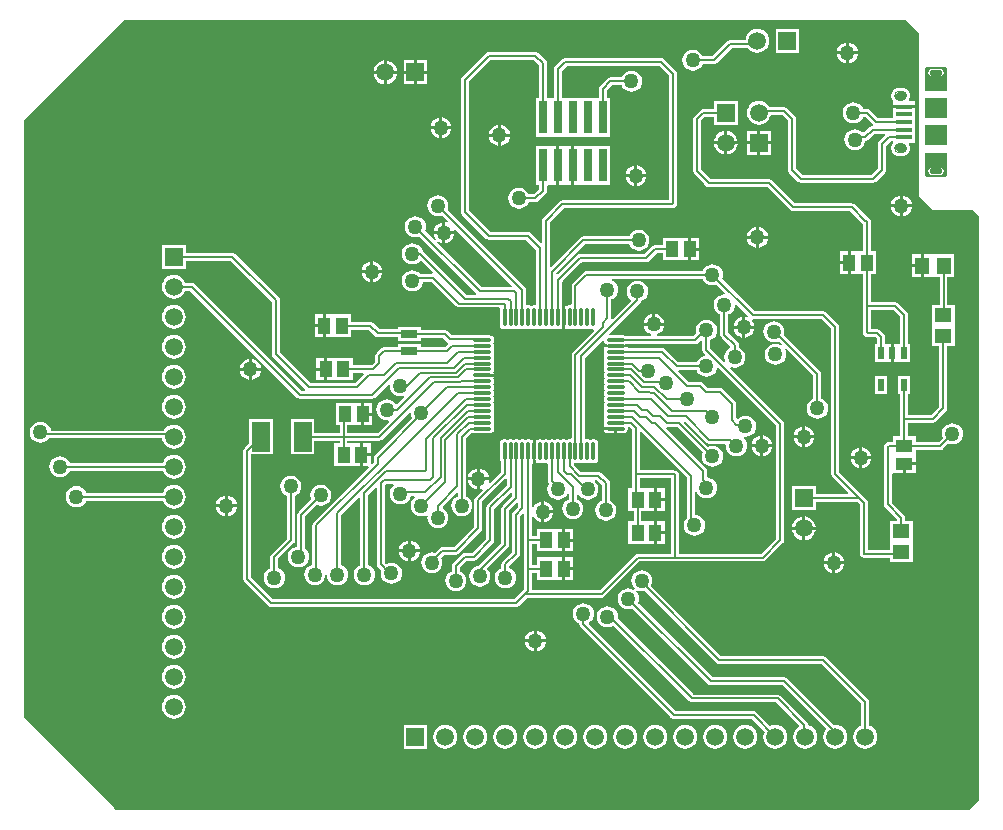
<source format=gtl>
G04*
G04 #@! TF.GenerationSoftware,Altium Limited,Altium Designer,20.1.14 (287)*
G04*
G04 Layer_Physical_Order=1*
G04 Layer_Color=255*
%FSLAX44Y44*%
%MOMM*%
G71*
G04*
G04 #@! TF.SameCoordinates,01BF520F-FA88-4C74-87B3-3C0DA752D8B3*
G04*
G04*
G04 #@! TF.FilePolarity,Positive*
G04*
G01*
G75*
%ADD16C,0.1500*%
%ADD20R,1.1000X1.4000*%
%ADD21R,1.5000X2.5000*%
%ADD22R,1.9000X1.1750*%
%ADD23R,1.9000X1.8000*%
%ADD24R,1.3500X0.4000*%
G04:AMPARAMS|DCode=25|XSize=1.49mm|YSize=0.28mm|CornerRadius=0.07mm|HoleSize=0mm|Usage=FLASHONLY|Rotation=270.000|XOffset=0mm|YOffset=0mm|HoleType=Round|Shape=RoundedRectangle|*
%AMROUNDEDRECTD25*
21,1,1.4900,0.1400,0,0,270.0*
21,1,1.3500,0.2800,0,0,270.0*
1,1,0.1400,-0.0700,-0.6750*
1,1,0.1400,-0.0700,0.6750*
1,1,0.1400,0.0700,0.6750*
1,1,0.1400,0.0700,-0.6750*
%
%ADD25ROUNDEDRECTD25*%
G04:AMPARAMS|DCode=26|XSize=1.49mm|YSize=0.28mm|CornerRadius=0.07mm|HoleSize=0mm|Usage=FLASHONLY|Rotation=180.000|XOffset=0mm|YOffset=0mm|HoleType=Round|Shape=RoundedRectangle|*
%AMROUNDEDRECTD26*
21,1,1.4900,0.1400,0,0,180.0*
21,1,1.3500,0.2800,0,0,180.0*
1,1,0.1400,-0.6750,0.0700*
1,1,0.1400,0.6750,0.0700*
1,1,0.1400,0.6750,-0.0700*
1,1,0.1400,-0.6750,-0.0700*
%
%ADD26ROUNDEDRECTD26*%
%ADD27R,1.4000X0.7500*%
%ADD28R,0.7366X2.7940*%
%ADD29R,1.4000X1.2000*%
%ADD30R,1.2000X1.4000*%
%ADD31R,0.5080X1.0033*%
%ADD32R,1.4000X1.1000*%
%ADD51R,1.5000X1.5000*%
%ADD52C,1.5000*%
%ADD53R,1.5000X1.5000*%
G04:AMPARAMS|DCode=54|XSize=0.5mm|YSize=1.1mm|CornerRadius=0.125mm|HoleSize=0mm|Usage=FLASHONLY|Rotation=90.000|XOffset=0mm|YOffset=0mm|HoleType=Round|Shape=RoundedRectangle|*
%AMROUNDEDRECTD54*
21,1,0.5000,0.8500,0,0,90.0*
21,1,0.2500,1.1000,0,0,90.0*
1,1,0.2500,0.4250,0.1250*
1,1,0.2500,0.4250,-0.1250*
1,1,0.2500,-0.4250,-0.1250*
1,1,0.2500,-0.4250,0.1250*
%
%ADD54ROUNDEDRECTD54*%
G04:AMPARAMS|DCode=55|XSize=0.7mm|YSize=0.8mm|CornerRadius=0.2625mm|HoleSize=0mm|Usage=FLASHONLY|Rotation=90.000|XOffset=0mm|YOffset=0mm|HoleType=Round|Shape=RoundedRectangle|*
%AMROUNDEDRECTD55*
21,1,0.7000,0.2750,0,0,90.0*
21,1,0.1750,0.8000,0,0,90.0*
1,1,0.5250,0.1375,0.0875*
1,1,0.5250,0.1375,-0.0875*
1,1,0.5250,-0.1375,-0.0875*
1,1,0.5250,-0.1375,0.0875*
%
%ADD55ROUNDEDRECTD55*%
%ADD56C,1.2700*%
G36*
X1663291Y1358507D02*
X1663421Y1358496D01*
X1663551Y1358479D01*
X1663680Y1358455D01*
X1663807Y1358425D01*
X1663933Y1358388D01*
X1664056Y1358344D01*
X1664177Y1358294D01*
X1664295Y1358237D01*
X1664410Y1358175D01*
X1664522Y1358107D01*
X1664630Y1358033D01*
X1664733Y1357953D01*
X1664833Y1357868D01*
X1664928Y1357778D01*
X1665018Y1357683D01*
X1665103Y1357583D01*
X1665182Y1357480D01*
X1665257Y1357372D01*
X1665325Y1357260D01*
X1665388Y1357145D01*
X1665444Y1357027D01*
X1665494Y1356906D01*
X1665538Y1356783D01*
X1665575Y1356657D01*
X1665605Y1356530D01*
X1665629Y1356401D01*
X1665646Y1356271D01*
X1665657Y1356141D01*
X1665660Y1356010D01*
Y1350510D01*
Y1349510D01*
X1646660D01*
Y1350510D01*
Y1356010D01*
X1646663Y1356141D01*
X1646674Y1356271D01*
X1646691Y1356401D01*
X1646715Y1356530D01*
X1646745Y1356657D01*
X1646782Y1356783D01*
X1646826Y1356906D01*
X1646876Y1357027D01*
X1646933Y1357145D01*
X1646995Y1357260D01*
X1647063Y1357372D01*
X1647137Y1357480D01*
X1647217Y1357583D01*
X1647302Y1357683D01*
X1647392Y1357778D01*
X1647487Y1357868D01*
X1647587Y1357953D01*
X1647691Y1358033D01*
X1647798Y1358107D01*
X1647910Y1358175D01*
X1648025Y1358237D01*
X1648143Y1358294D01*
X1648264Y1358344D01*
X1648387Y1358388D01*
X1648513Y1358425D01*
X1648640Y1358455D01*
X1648769Y1358479D01*
X1648899Y1358496D01*
X1649029Y1358507D01*
X1649160Y1358510D01*
X1663160D01*
X1663291Y1358507D01*
D02*
G37*
G36*
X1665660Y1273010D02*
Y1267510D01*
X1665657Y1267379D01*
X1665646Y1267249D01*
X1665629Y1267119D01*
X1665605Y1266990D01*
X1665575Y1266863D01*
X1665538Y1266737D01*
X1665494Y1266614D01*
X1665444Y1266493D01*
X1665388Y1266375D01*
X1665325Y1266260D01*
X1665257Y1266148D01*
X1665182Y1266040D01*
X1665103Y1265937D01*
X1665018Y1265837D01*
X1664928Y1265742D01*
X1664833Y1265652D01*
X1664733Y1265567D01*
X1664630Y1265487D01*
X1664522Y1265413D01*
X1664410Y1265345D01*
X1664295Y1265283D01*
X1664177Y1265226D01*
X1664056Y1265176D01*
X1663933Y1265132D01*
X1663807Y1265095D01*
X1663680Y1265065D01*
X1663551Y1265041D01*
X1663421Y1265024D01*
X1663291Y1265013D01*
X1663160Y1265010D01*
X1649160D01*
X1649029Y1265013D01*
X1648899Y1265024D01*
X1648769Y1265041D01*
X1648640Y1265065D01*
X1648513Y1265095D01*
X1648387Y1265132D01*
X1648264Y1265176D01*
X1648143Y1265226D01*
X1648025Y1265283D01*
X1647910Y1265345D01*
X1647798Y1265413D01*
X1647691Y1265487D01*
X1647587Y1265567D01*
X1647487Y1265652D01*
X1647392Y1265742D01*
X1647302Y1265837D01*
X1647217Y1265937D01*
X1647137Y1266040D01*
X1647063Y1266148D01*
X1646995Y1266260D01*
X1646933Y1266375D01*
X1646876Y1266493D01*
X1646826Y1266614D01*
X1646782Y1266737D01*
X1646745Y1266863D01*
X1646715Y1266990D01*
X1646691Y1267119D01*
X1646674Y1267249D01*
X1646663Y1267379D01*
X1646660Y1267510D01*
Y1273010D01*
Y1274010D01*
X1665660D01*
Y1273010D01*
D02*
G37*
G36*
X1642110Y1386840D02*
Y1248410D01*
X1653540Y1236980D01*
X1687830D01*
X1692910Y1231900D01*
Y737870D01*
X1684020Y728980D01*
X961390D01*
Y730250D01*
X883920Y807720D01*
Y1313180D01*
X969010Y1398270D01*
X1630680D01*
X1642110Y1386840D01*
D02*
G37*
%LPC*%
G36*
X1659660Y1356510D02*
X1652660D01*
X1652503Y1356506D01*
X1652346Y1356494D01*
X1652191Y1356473D01*
X1652036Y1356444D01*
X1651884Y1356408D01*
X1651733Y1356363D01*
X1651585Y1356311D01*
X1651440Y1356251D01*
X1651298Y1356183D01*
X1651160Y1356108D01*
X1651026Y1356026D01*
X1650897Y1355937D01*
X1650772Y1355841D01*
X1650653Y1355739D01*
X1650539Y1355631D01*
X1650431Y1355517D01*
X1650329Y1355398D01*
X1650233Y1355273D01*
X1650144Y1355144D01*
X1650062Y1355010D01*
X1649987Y1354872D01*
X1649919Y1354730D01*
X1649859Y1354585D01*
X1649807Y1354437D01*
X1649762Y1354286D01*
X1649726Y1354134D01*
X1649697Y1353979D01*
X1649677Y1353824D01*
X1649664Y1353667D01*
X1649660Y1353510D01*
X1649664Y1353353D01*
X1649677Y1353196D01*
X1649697Y1353041D01*
X1649726Y1352886D01*
X1649762Y1352733D01*
X1649807Y1352583D01*
X1649859Y1352435D01*
X1649919Y1352290D01*
X1649987Y1352148D01*
X1650062Y1352010D01*
X1650144Y1351876D01*
X1650233Y1351747D01*
X1650329Y1351622D01*
X1650431Y1351503D01*
X1650539Y1351389D01*
X1650653Y1351281D01*
X1650772Y1351179D01*
X1650897Y1351083D01*
X1651026Y1350994D01*
X1651160Y1350912D01*
X1651298Y1350837D01*
X1651440Y1350769D01*
X1651585Y1350709D01*
X1651733Y1350657D01*
X1651884Y1350612D01*
X1652036Y1350576D01*
X1652191Y1350547D01*
X1652346Y1350526D01*
X1652503Y1350514D01*
X1652660Y1350510D01*
X1659660D01*
X1659817Y1350514D01*
X1659974Y1350526D01*
X1660129Y1350547D01*
X1660284Y1350576D01*
X1660437Y1350612D01*
X1660587Y1350657D01*
X1660735Y1350709D01*
X1660880Y1350769D01*
X1661022Y1350837D01*
X1661160Y1350912D01*
X1661294Y1350994D01*
X1661423Y1351083D01*
X1661548Y1351179D01*
X1661667Y1351281D01*
X1661781Y1351389D01*
X1661889Y1351503D01*
X1661991Y1351622D01*
X1662087Y1351747D01*
X1662176Y1351876D01*
X1662258Y1352010D01*
X1662333Y1352148D01*
X1662401Y1352290D01*
X1662461Y1352435D01*
X1662513Y1352583D01*
X1662558Y1352733D01*
X1662594Y1352886D01*
X1662623Y1353041D01*
X1662644Y1353196D01*
X1662656Y1353353D01*
X1662660Y1353510D01*
X1662656Y1353667D01*
X1662644Y1353824D01*
X1662623Y1353979D01*
X1662594Y1354134D01*
X1662558Y1354286D01*
X1662513Y1354437D01*
X1662461Y1354585D01*
X1662401Y1354730D01*
X1662333Y1354872D01*
X1662258Y1355010D01*
X1662176Y1355144D01*
X1662087Y1355273D01*
X1661991Y1355398D01*
X1661889Y1355517D01*
X1661781Y1355631D01*
X1661667Y1355739D01*
X1661548Y1355841D01*
X1661423Y1355937D01*
X1661294Y1356026D01*
X1661160Y1356108D01*
X1661022Y1356183D01*
X1660880Y1356251D01*
X1660735Y1356311D01*
X1660587Y1356363D01*
X1660437Y1356408D01*
X1660284Y1356444D01*
X1660129Y1356473D01*
X1659974Y1356494D01*
X1659817Y1356506D01*
X1659660Y1356510D01*
D02*
G37*
G36*
Y1273010D02*
X1652660D01*
X1652503Y1273006D01*
X1652346Y1272993D01*
X1652191Y1272973D01*
X1652036Y1272944D01*
X1651884Y1272908D01*
X1651733Y1272863D01*
X1651585Y1272811D01*
X1651440Y1272751D01*
X1651298Y1272683D01*
X1651160Y1272608D01*
X1651026Y1272526D01*
X1650897Y1272437D01*
X1650772Y1272341D01*
X1650653Y1272239D01*
X1650539Y1272131D01*
X1650431Y1272017D01*
X1650329Y1271898D01*
X1650233Y1271773D01*
X1650144Y1271644D01*
X1650062Y1271510D01*
X1649987Y1271372D01*
X1649919Y1271230D01*
X1649859Y1271085D01*
X1649807Y1270937D01*
X1649762Y1270786D01*
X1649726Y1270634D01*
X1649697Y1270479D01*
X1649677Y1270324D01*
X1649664Y1270167D01*
X1649660Y1270010D01*
X1649664Y1269853D01*
X1649677Y1269696D01*
X1649697Y1269541D01*
X1649726Y1269386D01*
X1649762Y1269233D01*
X1649807Y1269083D01*
X1649859Y1268935D01*
X1649919Y1268790D01*
X1649987Y1268648D01*
X1650062Y1268510D01*
X1650144Y1268376D01*
X1650233Y1268247D01*
X1650329Y1268122D01*
X1650431Y1268003D01*
X1650539Y1267889D01*
X1650653Y1267781D01*
X1650772Y1267679D01*
X1650897Y1267583D01*
X1651026Y1267494D01*
X1651160Y1267412D01*
X1651298Y1267337D01*
X1651440Y1267269D01*
X1651585Y1267209D01*
X1651733Y1267157D01*
X1651884Y1267112D01*
X1652036Y1267076D01*
X1652191Y1267047D01*
X1652346Y1267026D01*
X1652503Y1267014D01*
X1652660Y1267010D01*
X1659660D01*
X1659817Y1267014D01*
X1659974Y1267026D01*
X1660129Y1267047D01*
X1660284Y1267076D01*
X1660437Y1267112D01*
X1660587Y1267157D01*
X1660735Y1267209D01*
X1660880Y1267269D01*
X1661022Y1267337D01*
X1661160Y1267412D01*
X1661294Y1267494D01*
X1661423Y1267583D01*
X1661548Y1267679D01*
X1661667Y1267781D01*
X1661781Y1267889D01*
X1661889Y1268003D01*
X1661991Y1268122D01*
X1662087Y1268247D01*
X1662176Y1268376D01*
X1662258Y1268510D01*
X1662333Y1268648D01*
X1662401Y1268790D01*
X1662461Y1268935D01*
X1662513Y1269083D01*
X1662558Y1269233D01*
X1662594Y1269386D01*
X1662623Y1269541D01*
X1662644Y1269696D01*
X1662656Y1269853D01*
X1662660Y1270010D01*
X1662656Y1270167D01*
X1662644Y1270324D01*
X1662623Y1270479D01*
X1662594Y1270634D01*
X1662558Y1270786D01*
X1662513Y1270937D01*
X1662461Y1271085D01*
X1662401Y1271230D01*
X1662333Y1271372D01*
X1662258Y1271510D01*
X1662176Y1271644D01*
X1662087Y1271773D01*
X1661991Y1271898D01*
X1661889Y1272017D01*
X1661781Y1272131D01*
X1661667Y1272239D01*
X1661548Y1272341D01*
X1661423Y1272437D01*
X1661294Y1272526D01*
X1661160Y1272608D01*
X1661022Y1272683D01*
X1660880Y1272751D01*
X1660735Y1272811D01*
X1660587Y1272863D01*
X1660437Y1272908D01*
X1660284Y1272944D01*
X1660129Y1272973D01*
X1659974Y1272993D01*
X1659817Y1273006D01*
X1659660Y1273010D01*
D02*
G37*
G36*
X1582420Y1379129D02*
Y1371600D01*
X1589949D01*
X1589811Y1372651D01*
X1588915Y1374813D01*
X1587490Y1376670D01*
X1585633Y1378095D01*
X1583471Y1378991D01*
X1582420Y1379129D01*
D02*
G37*
G36*
X1579880D02*
X1578829Y1378991D01*
X1576667Y1378095D01*
X1574810Y1376670D01*
X1573385Y1374813D01*
X1572489Y1372651D01*
X1572350Y1371600D01*
X1579880D01*
Y1379129D01*
D02*
G37*
G36*
X1540390Y1390530D02*
X1520310D01*
Y1370450D01*
X1540390D01*
Y1390530D01*
D02*
G37*
G36*
X1504950Y1390617D02*
X1502329Y1390272D01*
X1499887Y1389260D01*
X1497789Y1387651D01*
X1496180Y1385553D01*
X1495168Y1383111D01*
X1494931Y1381304D01*
X1482090D01*
X1480806Y1381049D01*
X1479718Y1380322D01*
X1466730Y1367334D01*
X1458573D01*
X1458105Y1368463D01*
X1456680Y1370320D01*
X1454823Y1371745D01*
X1452661Y1372641D01*
X1450340Y1372947D01*
X1448019Y1372641D01*
X1445857Y1371745D01*
X1444000Y1370320D01*
X1442575Y1368463D01*
X1441679Y1366301D01*
X1441373Y1363980D01*
X1441679Y1361659D01*
X1442575Y1359497D01*
X1444000Y1357640D01*
X1445857Y1356215D01*
X1448019Y1355319D01*
X1450340Y1355013D01*
X1452661Y1355319D01*
X1454823Y1356215D01*
X1456680Y1357640D01*
X1458105Y1359497D01*
X1458573Y1360625D01*
X1468120D01*
X1469404Y1360881D01*
X1470492Y1361608D01*
X1483479Y1374595D01*
X1496818D01*
X1497789Y1373329D01*
X1499887Y1371720D01*
X1502329Y1370708D01*
X1504950Y1370363D01*
X1507571Y1370708D01*
X1510013Y1371720D01*
X1512111Y1373329D01*
X1513720Y1375427D01*
X1514732Y1377869D01*
X1515077Y1380490D01*
X1514732Y1383111D01*
X1513720Y1385553D01*
X1512111Y1387651D01*
X1510013Y1389260D01*
X1507571Y1390272D01*
X1504950Y1390617D01*
D02*
G37*
G36*
X1589949Y1369060D02*
X1582420D01*
Y1361530D01*
X1583471Y1361669D01*
X1585633Y1362565D01*
X1587490Y1363990D01*
X1588915Y1365847D01*
X1589811Y1368009D01*
X1589949Y1369060D01*
D02*
G37*
G36*
X1579880D02*
X1572350D01*
X1572489Y1368009D01*
X1573385Y1365847D01*
X1574810Y1363990D01*
X1576667Y1362565D01*
X1578829Y1361669D01*
X1579880Y1361530D01*
Y1369060D01*
D02*
G37*
G36*
X1225430Y1363860D02*
X1216660D01*
Y1355090D01*
X1225430D01*
Y1363860D01*
D02*
G37*
G36*
X1191260Y1363779D02*
Y1355090D01*
X1199949D01*
X1199772Y1356441D01*
X1198760Y1358883D01*
X1197151Y1360981D01*
X1195053Y1362590D01*
X1192611Y1363602D01*
X1191260Y1363779D01*
D02*
G37*
G36*
X1188720D02*
X1187369Y1363602D01*
X1184927Y1362590D01*
X1182829Y1360981D01*
X1181220Y1358883D01*
X1180208Y1356441D01*
X1180031Y1355090D01*
X1188720D01*
Y1363779D01*
D02*
G37*
G36*
X1214120Y1363860D02*
X1205350D01*
Y1355090D01*
X1214120D01*
Y1363860D01*
D02*
G37*
G36*
X1199949Y1352550D02*
X1191260D01*
Y1343861D01*
X1192611Y1344038D01*
X1195053Y1345050D01*
X1197151Y1346659D01*
X1198760Y1348757D01*
X1199772Y1351199D01*
X1199949Y1352550D01*
D02*
G37*
G36*
X1188720D02*
X1180031D01*
X1180208Y1351199D01*
X1181220Y1348757D01*
X1182829Y1346659D01*
X1184927Y1345050D01*
X1187369Y1344038D01*
X1188720Y1343861D01*
Y1352550D01*
D02*
G37*
G36*
X1225430D02*
X1216660D01*
Y1343780D01*
X1225430D01*
Y1352550D01*
D02*
G37*
G36*
X1214120D02*
X1205350D01*
Y1343780D01*
X1214120D01*
Y1352550D01*
D02*
G37*
G36*
X1627160Y1340850D02*
X1625160D01*
X1625126Y1340843D01*
X1625092Y1340849D01*
X1624870Y1340843D01*
X1624803Y1340828D01*
X1624734Y1340836D01*
X1624512Y1340818D01*
X1624446Y1340800D01*
X1624378Y1340804D01*
X1624157Y1340775D01*
X1624092Y1340753D01*
X1624023Y1340754D01*
X1623805Y1340714D01*
X1623741Y1340688D01*
X1623672Y1340685D01*
X1623456Y1340633D01*
X1623393Y1340605D01*
X1623324Y1340598D01*
X1623111Y1340535D01*
X1623050Y1340503D01*
X1622982Y1340493D01*
X1622773Y1340419D01*
X1622713Y1340384D01*
X1622646Y1340370D01*
X1622440Y1340285D01*
X1622383Y1340247D01*
X1622316Y1340230D01*
X1622116Y1340134D01*
X1622061Y1340093D01*
X1621995Y1340073D01*
X1621799Y1339966D01*
X1621746Y1339922D01*
X1621682Y1339899D01*
X1621492Y1339783D01*
X1621442Y1339736D01*
X1621378Y1339709D01*
X1621195Y1339583D01*
X1621147Y1339533D01*
X1621086Y1339503D01*
X1620909Y1339368D01*
X1620863Y1339316D01*
X1620803Y1339282D01*
X1620634Y1339138D01*
X1620592Y1339084D01*
X1620534Y1339047D01*
X1620372Y1338894D01*
X1620332Y1338838D01*
X1620276Y1338798D01*
X1620123Y1338636D01*
X1620086Y1338578D01*
X1620032Y1338536D01*
X1619888Y1338367D01*
X1619854Y1338306D01*
X1619802Y1338261D01*
X1619667Y1338084D01*
X1619637Y1338023D01*
X1619588Y1337975D01*
X1619462Y1337792D01*
X1619434Y1337728D01*
X1619388Y1337678D01*
X1619271Y1337488D01*
X1619247Y1337424D01*
X1619203Y1337371D01*
X1619097Y1337175D01*
X1619077Y1337110D01*
X1619036Y1337054D01*
X1618940Y1336854D01*
X1618923Y1336787D01*
X1618885Y1336730D01*
X1618800Y1336524D01*
X1618786Y1336457D01*
X1618751Y1336398D01*
X1618677Y1336188D01*
X1618667Y1336120D01*
X1618635Y1336059D01*
X1618572Y1335845D01*
X1618565Y1335777D01*
X1618537Y1335715D01*
X1618485Y1335498D01*
X1618482Y1335429D01*
X1618457Y1335365D01*
X1618416Y1335147D01*
X1618417Y1335078D01*
X1618395Y1335013D01*
X1618366Y1334792D01*
X1618370Y1334724D01*
X1618351Y1334657D01*
X1618334Y1334435D01*
X1618342Y1334367D01*
X1618327Y1334300D01*
X1618321Y1334078D01*
X1618333Y1334010D01*
X1618321Y1333942D01*
X1618327Y1333720D01*
X1618342Y1333653D01*
X1618334Y1333584D01*
X1618351Y1333363D01*
X1618370Y1333296D01*
X1618366Y1333228D01*
X1618395Y1333007D01*
X1618417Y1332942D01*
X1618416Y1332873D01*
X1618457Y1332655D01*
X1618482Y1332591D01*
X1618485Y1332522D01*
X1618537Y1332305D01*
X1618565Y1332243D01*
X1618572Y1332175D01*
X1618635Y1331961D01*
X1618667Y1331900D01*
X1618677Y1331832D01*
X1618751Y1331622D01*
X1618786Y1331563D01*
X1618800Y1331496D01*
X1618885Y1331290D01*
X1618923Y1331233D01*
X1618940Y1331167D01*
X1619036Y1330966D01*
X1619077Y1330910D01*
X1619097Y1330845D01*
X1619203Y1330649D01*
X1619247Y1330596D01*
X1619271Y1330532D01*
X1619388Y1330342D01*
X1619434Y1330292D01*
X1619461Y1330228D01*
X1619587Y1330045D01*
X1620120Y1329300D01*
Y1326030D01*
X1629410D01*
X1638700D01*
Y1329300D01*
X1633739D01*
X1633343Y1329718D01*
X1633049Y1330532D01*
X1633073Y1330596D01*
X1633117Y1330649D01*
X1633223Y1330845D01*
X1633243Y1330910D01*
X1633284Y1330966D01*
X1633380Y1331166D01*
X1633397Y1331233D01*
X1633435Y1331290D01*
X1633520Y1331496D01*
X1633534Y1331563D01*
X1633569Y1331622D01*
X1633643Y1331832D01*
X1633653Y1331900D01*
X1633685Y1331961D01*
X1633748Y1332175D01*
X1633755Y1332243D01*
X1633783Y1332305D01*
X1633835Y1332522D01*
X1633838Y1332590D01*
X1633864Y1332654D01*
X1633904Y1332873D01*
X1633903Y1332942D01*
X1633925Y1333007D01*
X1633954Y1333228D01*
X1633950Y1333296D01*
X1633969Y1333363D01*
X1633986Y1333584D01*
X1633978Y1333653D01*
X1633993Y1333720D01*
X1633999Y1333942D01*
X1633987Y1334010D01*
X1633999Y1334078D01*
X1633993Y1334300D01*
X1633978Y1334367D01*
X1633986Y1334435D01*
X1633969Y1334657D01*
X1633950Y1334724D01*
X1633954Y1334792D01*
X1633925Y1335013D01*
X1633903Y1335078D01*
X1633904Y1335147D01*
X1633864Y1335366D01*
X1633838Y1335430D01*
X1633835Y1335498D01*
X1633783Y1335715D01*
X1633755Y1335777D01*
X1633748Y1335845D01*
X1633685Y1336059D01*
X1633653Y1336120D01*
X1633643Y1336188D01*
X1633569Y1336398D01*
X1633534Y1336457D01*
X1633520Y1336524D01*
X1633435Y1336729D01*
X1633397Y1336787D01*
X1633380Y1336854D01*
X1633284Y1337055D01*
X1633243Y1337110D01*
X1633223Y1337175D01*
X1633117Y1337370D01*
X1633073Y1337424D01*
X1633049Y1337488D01*
X1632932Y1337678D01*
X1632886Y1337728D01*
X1632859Y1337791D01*
X1632733Y1337975D01*
X1632683Y1338023D01*
X1632653Y1338085D01*
X1632518Y1338261D01*
X1632466Y1338306D01*
X1632432Y1338367D01*
X1632288Y1338536D01*
X1632234Y1338578D01*
X1632197Y1338636D01*
X1632044Y1338798D01*
X1631988Y1338838D01*
X1631948Y1338894D01*
X1631787Y1339047D01*
X1631728Y1339084D01*
X1631686Y1339138D01*
X1631517Y1339282D01*
X1631456Y1339316D01*
X1631411Y1339368D01*
X1631235Y1339503D01*
X1631173Y1339533D01*
X1631125Y1339583D01*
X1630941Y1339709D01*
X1630878Y1339736D01*
X1630828Y1339783D01*
X1630638Y1339899D01*
X1630574Y1339922D01*
X1630521Y1339966D01*
X1630325Y1340073D01*
X1630260Y1340093D01*
X1630204Y1340134D01*
X1630003Y1340230D01*
X1629937Y1340247D01*
X1629880Y1340285D01*
X1629674Y1340370D01*
X1629607Y1340384D01*
X1629547Y1340419D01*
X1629338Y1340493D01*
X1629270Y1340503D01*
X1629209Y1340535D01*
X1628996Y1340598D01*
X1628927Y1340605D01*
X1628865Y1340633D01*
X1628648Y1340685D01*
X1628579Y1340688D01*
X1628515Y1340714D01*
X1628297Y1340754D01*
X1628228Y1340753D01*
X1628163Y1340775D01*
X1627942Y1340804D01*
X1627874Y1340800D01*
X1627808Y1340818D01*
X1627586Y1340836D01*
X1627517Y1340828D01*
X1627450Y1340843D01*
X1627228Y1340849D01*
X1627194Y1340843D01*
X1627160Y1340850D01*
D02*
G37*
G36*
X1488320Y1329570D02*
X1468240D01*
Y1322885D01*
X1459230D01*
X1457946Y1322629D01*
X1456858Y1321902D01*
X1451778Y1316822D01*
X1451051Y1315734D01*
X1450795Y1314450D01*
Y1270000D01*
X1451051Y1268716D01*
X1451778Y1267628D01*
X1459933Y1259473D01*
X1459941Y1259435D01*
X1460668Y1258347D01*
X1461547Y1257468D01*
X1462635Y1256741D01*
X1463919Y1256486D01*
X1513721D01*
X1533058Y1237148D01*
X1534146Y1236421D01*
X1535430Y1236165D01*
X1583571D01*
X1594018Y1225718D01*
X1594306Y1225526D01*
Y1202070D01*
X1583810D01*
Y1192530D01*
Y1182990D01*
X1594185D01*
Y1155700D01*
Y1133719D01*
X1594441Y1132435D01*
X1595168Y1131347D01*
X1596047Y1130468D01*
X1597135Y1129741D01*
X1598419Y1129485D01*
X1605161D01*
X1606396Y1128251D01*
Y1123442D01*
X1604670D01*
Y1108329D01*
X1617980D01*
Y1115885D01*
Y1123442D01*
X1613104D01*
Y1129640D01*
X1612849Y1130924D01*
X1612122Y1132012D01*
X1608922Y1135212D01*
X1607834Y1135939D01*
X1606550Y1136195D01*
X1600894D01*
Y1152346D01*
X1620401D01*
X1626055Y1146691D01*
Y1123442D01*
X1620520D01*
Y1115885D01*
Y1108329D01*
X1633830D01*
Y1123442D01*
X1632764D01*
Y1148080D01*
X1632509Y1149364D01*
X1631782Y1150452D01*
X1624162Y1158072D01*
X1623074Y1158799D01*
X1621790Y1159054D01*
X1600894D01*
Y1182990D01*
X1605580D01*
Y1202070D01*
X1601015D01*
Y1227211D01*
X1600759Y1228495D01*
X1600032Y1229583D01*
X1599153Y1230462D01*
X1598065Y1231189D01*
X1598027Y1231197D01*
X1587332Y1241892D01*
X1586244Y1242619D01*
X1584960Y1242875D01*
X1536819D01*
X1517482Y1262212D01*
X1516394Y1262939D01*
X1515110Y1263195D01*
X1465604D01*
X1465412Y1263482D01*
X1457504Y1271389D01*
Y1313060D01*
X1460620Y1316176D01*
X1468240D01*
Y1309490D01*
X1488320D01*
Y1329570D01*
D02*
G37*
G36*
X1238250Y1315629D02*
Y1308100D01*
X1245779D01*
X1245641Y1309151D01*
X1244745Y1311313D01*
X1243320Y1313170D01*
X1241463Y1314595D01*
X1239301Y1315491D01*
X1238250Y1315629D01*
D02*
G37*
G36*
X1235710D02*
X1234659Y1315491D01*
X1232497Y1314595D01*
X1230640Y1313170D01*
X1229215Y1311313D01*
X1228319Y1309151D01*
X1228180Y1308100D01*
X1235710D01*
Y1315629D01*
D02*
G37*
G36*
X1245779Y1305560D02*
X1238250D01*
Y1298031D01*
X1239301Y1298169D01*
X1241463Y1299065D01*
X1243320Y1300490D01*
X1244745Y1302347D01*
X1245641Y1304509D01*
X1245779Y1305560D01*
D02*
G37*
G36*
X1235710D02*
X1228180D01*
X1228319Y1304509D01*
X1229215Y1302347D01*
X1230640Y1300490D01*
X1232497Y1299065D01*
X1234659Y1298169D01*
X1235710Y1298031D01*
Y1305560D01*
D02*
G37*
G36*
X1516260Y1304170D02*
X1507490D01*
Y1295400D01*
X1516260D01*
Y1304170D01*
D02*
G37*
G36*
X1479550Y1304089D02*
Y1295400D01*
X1488239D01*
X1488062Y1296751D01*
X1487050Y1299193D01*
X1485441Y1301291D01*
X1483343Y1302900D01*
X1480901Y1303912D01*
X1479550Y1304089D01*
D02*
G37*
G36*
X1477010D02*
X1475659Y1303912D01*
X1473217Y1302900D01*
X1471119Y1301291D01*
X1469510Y1299193D01*
X1468498Y1296751D01*
X1468321Y1295400D01*
X1477010D01*
Y1304089D01*
D02*
G37*
G36*
X1504950Y1304170D02*
X1496180D01*
Y1295400D01*
X1504950D01*
Y1304170D01*
D02*
G37*
G36*
X1488239Y1292860D02*
X1479550D01*
Y1284171D01*
X1480901Y1284348D01*
X1483343Y1285360D01*
X1485441Y1286969D01*
X1487050Y1289067D01*
X1488062Y1291509D01*
X1488239Y1292860D01*
D02*
G37*
G36*
X1477010D02*
X1468321D01*
X1468498Y1291509D01*
X1469510Y1289067D01*
X1471119Y1286969D01*
X1473217Y1285360D01*
X1475659Y1284348D01*
X1477010Y1284171D01*
Y1292860D01*
D02*
G37*
G36*
X1516260D02*
X1507490D01*
Y1284090D01*
X1516260D01*
Y1292860D01*
D02*
G37*
G36*
X1504950D02*
X1496180D01*
Y1284090D01*
X1504950D01*
Y1292860D01*
D02*
G37*
G36*
X1506220Y1329657D02*
X1503599Y1329312D01*
X1501157Y1328300D01*
X1499059Y1326691D01*
X1497450Y1324593D01*
X1496438Y1322151D01*
X1496093Y1319530D01*
X1496438Y1316909D01*
X1497450Y1314467D01*
X1499059Y1312369D01*
X1501157Y1310760D01*
X1503599Y1309748D01*
X1506220Y1309403D01*
X1508841Y1309748D01*
X1511283Y1310760D01*
X1513381Y1312369D01*
X1514990Y1314467D01*
X1516002Y1316909D01*
X1516072Y1317446D01*
X1526420D01*
X1530806Y1313060D01*
Y1271270D01*
X1531061Y1269986D01*
X1531788Y1268898D01*
X1539408Y1261278D01*
X1540496Y1260551D01*
X1541780Y1260295D01*
X1602740D01*
X1604024Y1260551D01*
X1605112Y1261278D01*
X1612732Y1268898D01*
X1613459Y1269986D01*
X1613714Y1271270D01*
Y1291470D01*
X1617649Y1295405D01*
X1619810D01*
X1620093Y1294182D01*
X1619587Y1293475D01*
X1619461Y1293291D01*
X1619434Y1293228D01*
X1619388Y1293178D01*
X1619271Y1292988D01*
X1619247Y1292924D01*
X1619203Y1292871D01*
X1619097Y1292675D01*
X1619077Y1292610D01*
X1619036Y1292554D01*
X1618940Y1292353D01*
X1618923Y1292287D01*
X1618885Y1292230D01*
X1618800Y1292024D01*
X1618786Y1291957D01*
X1618751Y1291897D01*
X1618677Y1291688D01*
X1618667Y1291620D01*
X1618635Y1291559D01*
X1618572Y1291346D01*
X1618565Y1291277D01*
X1618537Y1291214D01*
X1618485Y1290998D01*
X1618482Y1290929D01*
X1618457Y1290865D01*
X1618416Y1290647D01*
X1618417Y1290578D01*
X1618395Y1290513D01*
X1618366Y1290292D01*
X1618370Y1290224D01*
X1618351Y1290157D01*
X1618334Y1289935D01*
X1618342Y1289867D01*
X1618327Y1289800D01*
X1618321Y1289578D01*
X1618333Y1289510D01*
X1618321Y1289442D01*
X1618327Y1289220D01*
X1618342Y1289153D01*
X1618334Y1289084D01*
X1618351Y1288863D01*
X1618370Y1288796D01*
X1618366Y1288728D01*
X1618395Y1288507D01*
X1618417Y1288442D01*
X1618416Y1288373D01*
X1618457Y1288154D01*
X1618482Y1288091D01*
X1618485Y1288022D01*
X1618537Y1287805D01*
X1618565Y1287743D01*
X1618572Y1287674D01*
X1618635Y1287461D01*
X1618667Y1287400D01*
X1618677Y1287332D01*
X1618751Y1287122D01*
X1618786Y1287063D01*
X1618800Y1286996D01*
X1618885Y1286790D01*
X1618923Y1286733D01*
X1618940Y1286666D01*
X1619036Y1286466D01*
X1619077Y1286411D01*
X1619097Y1286345D01*
X1619203Y1286149D01*
X1619247Y1286096D01*
X1619271Y1286032D01*
X1619388Y1285842D01*
X1619434Y1285792D01*
X1619462Y1285728D01*
X1619588Y1285545D01*
X1619637Y1285497D01*
X1619667Y1285435D01*
X1619802Y1285259D01*
X1619854Y1285214D01*
X1619888Y1285154D01*
X1620032Y1284984D01*
X1620086Y1284942D01*
X1620123Y1284884D01*
X1620276Y1284722D01*
X1620332Y1284682D01*
X1620372Y1284626D01*
X1620534Y1284473D01*
X1620592Y1284436D01*
X1620634Y1284382D01*
X1620803Y1284238D01*
X1620863Y1284204D01*
X1620909Y1284152D01*
X1621086Y1284017D01*
X1621147Y1283987D01*
X1621195Y1283938D01*
X1621378Y1283811D01*
X1621442Y1283784D01*
X1621492Y1283737D01*
X1621682Y1283621D01*
X1621746Y1283598D01*
X1621799Y1283553D01*
X1621995Y1283447D01*
X1622061Y1283427D01*
X1622116Y1283386D01*
X1622316Y1283290D01*
X1622383Y1283273D01*
X1622440Y1283235D01*
X1622646Y1283150D01*
X1622713Y1283136D01*
X1622773Y1283101D01*
X1622982Y1283027D01*
X1623050Y1283017D01*
X1623111Y1282985D01*
X1623324Y1282922D01*
X1623393Y1282915D01*
X1623456Y1282887D01*
X1623672Y1282835D01*
X1623741Y1282832D01*
X1623805Y1282806D01*
X1624023Y1282766D01*
X1624092Y1282767D01*
X1624157Y1282745D01*
X1624378Y1282716D01*
X1624446Y1282720D01*
X1624512Y1282702D01*
X1624734Y1282684D01*
X1624803Y1282692D01*
X1624870Y1282677D01*
X1625092Y1282671D01*
X1625126Y1282677D01*
X1625160Y1282670D01*
X1627160D01*
X1627194Y1282677D01*
X1627228Y1282671D01*
X1627450Y1282677D01*
X1627517Y1282692D01*
X1627586Y1282684D01*
X1627808Y1282702D01*
X1627874Y1282720D01*
X1627942Y1282716D01*
X1628163Y1282745D01*
X1628228Y1282767D01*
X1628297Y1282766D01*
X1628515Y1282807D01*
X1628579Y1282832D01*
X1628648Y1282835D01*
X1628865Y1282887D01*
X1628927Y1282915D01*
X1628996Y1282922D01*
X1629209Y1282985D01*
X1629270Y1283017D01*
X1629338Y1283027D01*
X1629547Y1283101D01*
X1629607Y1283136D01*
X1629674Y1283150D01*
X1629880Y1283235D01*
X1629937Y1283273D01*
X1630003Y1283290D01*
X1630204Y1283386D01*
X1630260Y1283427D01*
X1630325Y1283447D01*
X1630521Y1283553D01*
X1630574Y1283598D01*
X1630638Y1283621D01*
X1630828Y1283737D01*
X1630878Y1283784D01*
X1630941Y1283811D01*
X1631125Y1283937D01*
X1631173Y1283987D01*
X1631235Y1284017D01*
X1631411Y1284153D01*
X1631456Y1284204D01*
X1631517Y1284238D01*
X1631686Y1284382D01*
X1631728Y1284436D01*
X1631787Y1284473D01*
X1631948Y1284626D01*
X1631988Y1284682D01*
X1632044Y1284722D01*
X1632197Y1284884D01*
X1632234Y1284942D01*
X1632288Y1284984D01*
X1632432Y1285154D01*
X1632466Y1285213D01*
X1632518Y1285259D01*
X1632653Y1285435D01*
X1632683Y1285497D01*
X1632733Y1285545D01*
X1632859Y1285728D01*
X1632886Y1285791D01*
X1632932Y1285842D01*
X1633049Y1286032D01*
X1633073Y1286096D01*
X1633117Y1286149D01*
X1633223Y1286345D01*
X1633243Y1286411D01*
X1633284Y1286465D01*
X1633380Y1286666D01*
X1633397Y1286733D01*
X1633435Y1286790D01*
X1633520Y1286996D01*
X1633534Y1287063D01*
X1633569Y1287122D01*
X1633643Y1287332D01*
X1633653Y1287400D01*
X1633685Y1287461D01*
X1633748Y1287674D01*
X1633755Y1287743D01*
X1633783Y1287805D01*
X1633835Y1288022D01*
X1633838Y1288090D01*
X1633864Y1288154D01*
X1633904Y1288373D01*
X1633903Y1288442D01*
X1633925Y1288507D01*
X1633954Y1288728D01*
X1633950Y1288796D01*
X1633969Y1288863D01*
X1633986Y1289084D01*
X1633978Y1289153D01*
X1633993Y1289220D01*
X1633999Y1289442D01*
X1633987Y1289510D01*
X1633999Y1289578D01*
X1633993Y1289800D01*
X1633978Y1289867D01*
X1633986Y1289935D01*
X1633969Y1290157D01*
X1633950Y1290224D01*
X1633954Y1290292D01*
X1633925Y1290513D01*
X1633903Y1290578D01*
X1633904Y1290647D01*
X1633864Y1290866D01*
X1633838Y1290930D01*
X1633835Y1290998D01*
X1633783Y1291214D01*
X1633755Y1291277D01*
X1633748Y1291346D01*
X1633685Y1291559D01*
X1633653Y1291620D01*
X1633643Y1291688D01*
X1633569Y1291897D01*
X1633534Y1291957D01*
X1633520Y1292024D01*
X1633435Y1292230D01*
X1633397Y1292287D01*
X1633380Y1292354D01*
X1633284Y1292554D01*
X1633243Y1292610D01*
X1633223Y1292675D01*
X1633117Y1292871D01*
X1633073Y1292924D01*
X1633049Y1292988D01*
X1633343Y1293802D01*
X1633739Y1294220D01*
X1638700D01*
Y1300720D01*
Y1307220D01*
Y1313720D01*
Y1320220D01*
Y1323490D01*
X1629410D01*
X1620120D01*
Y1320220D01*
Y1315114D01*
X1606819D01*
X1600032Y1321902D01*
X1598944Y1322629D01*
X1597660Y1322885D01*
X1594463D01*
X1593995Y1324013D01*
X1592570Y1325870D01*
X1590713Y1327295D01*
X1588551Y1328191D01*
X1586230Y1328497D01*
X1583909Y1328191D01*
X1581747Y1327295D01*
X1579890Y1325870D01*
X1578465Y1324013D01*
X1577569Y1321851D01*
X1577263Y1319530D01*
X1577569Y1317209D01*
X1578465Y1315047D01*
X1579890Y1313190D01*
X1581747Y1311765D01*
X1583909Y1310869D01*
X1586230Y1310563D01*
X1588551Y1310869D01*
X1590713Y1311765D01*
X1592570Y1313190D01*
X1593995Y1315047D01*
X1594463Y1316176D01*
X1596270D01*
X1601953Y1310494D01*
X1602104Y1310267D01*
X1602486Y1309884D01*
X1602473Y1309516D01*
X1602040Y1308535D01*
X1601156Y1308359D01*
X1600068Y1307632D01*
X1595444Y1303007D01*
X1593840Y1303010D01*
X1591983Y1304435D01*
X1589821Y1305331D01*
X1587500Y1305637D01*
X1585179Y1305331D01*
X1583017Y1304435D01*
X1581160Y1303010D01*
X1579735Y1301153D01*
X1578839Y1298991D01*
X1578533Y1296670D01*
X1578839Y1294349D01*
X1579735Y1292187D01*
X1581160Y1290330D01*
X1583017Y1288905D01*
X1585179Y1288009D01*
X1587500Y1287703D01*
X1589821Y1288009D01*
X1591983Y1288905D01*
X1593840Y1290330D01*
X1595265Y1292187D01*
X1596161Y1294349D01*
X1596316Y1295523D01*
X1597277Y1295714D01*
X1598365Y1296441D01*
X1603829Y1301906D01*
X1612866D01*
X1613392Y1300636D01*
X1607988Y1295232D01*
X1607261Y1294144D01*
X1607005Y1292860D01*
Y1272660D01*
X1601351Y1267004D01*
X1543170D01*
X1537514Y1272660D01*
Y1314450D01*
X1537259Y1315734D01*
X1536532Y1316822D01*
X1530182Y1323172D01*
X1529094Y1323899D01*
X1527810Y1324155D01*
X1515172D01*
X1514990Y1324593D01*
X1513381Y1326691D01*
X1511283Y1328300D01*
X1508841Y1329312D01*
X1506220Y1329657D01*
D02*
G37*
G36*
X1628140Y1249589D02*
Y1242060D01*
X1635670D01*
X1635531Y1243111D01*
X1634635Y1245273D01*
X1633210Y1247130D01*
X1631353Y1248555D01*
X1629191Y1249451D01*
X1628140Y1249589D01*
D02*
G37*
G36*
X1625600D02*
X1624549Y1249451D01*
X1622387Y1248555D01*
X1620530Y1247130D01*
X1619105Y1245273D01*
X1618209Y1243111D01*
X1618071Y1242060D01*
X1625600D01*
Y1249589D01*
D02*
G37*
G36*
X1635670Y1239520D02*
X1628140D01*
Y1231991D01*
X1629191Y1232129D01*
X1631353Y1233025D01*
X1633210Y1234450D01*
X1634635Y1236307D01*
X1635531Y1238469D01*
X1635670Y1239520D01*
D02*
G37*
G36*
X1625600D02*
X1618071D01*
X1618209Y1238469D01*
X1619105Y1236307D01*
X1620530Y1234450D01*
X1622387Y1233025D01*
X1624549Y1232129D01*
X1625600Y1231991D01*
Y1239520D01*
D02*
G37*
G36*
X1238250Y1226730D02*
X1237199Y1226591D01*
X1235037Y1225695D01*
X1233180Y1224270D01*
X1231755Y1222413D01*
X1230859Y1220251D01*
X1230721Y1219200D01*
X1238250D01*
Y1226730D01*
D02*
G37*
G36*
X1506220Y1222919D02*
Y1215390D01*
X1513750D01*
X1513611Y1216441D01*
X1512715Y1218603D01*
X1511290Y1220460D01*
X1509433Y1221885D01*
X1507271Y1222781D01*
X1506220Y1222919D01*
D02*
G37*
G36*
X1503680D02*
X1502629Y1222781D01*
X1500467Y1221885D01*
X1498610Y1220460D01*
X1497185Y1218603D01*
X1496289Y1216441D01*
X1496151Y1215390D01*
X1503680D01*
Y1222919D01*
D02*
G37*
G36*
X1248319Y1216660D02*
X1240790D01*
Y1209130D01*
X1241841Y1209269D01*
X1244003Y1210165D01*
X1245860Y1211590D01*
X1247285Y1213447D01*
X1248181Y1215609D01*
X1248319Y1216660D01*
D02*
G37*
G36*
X1513750Y1212850D02*
X1506220D01*
Y1205321D01*
X1507271Y1205459D01*
X1509433Y1206355D01*
X1511290Y1207780D01*
X1512715Y1209637D01*
X1513611Y1211799D01*
X1513750Y1212850D01*
D02*
G37*
G36*
X1503680D02*
X1496151D01*
X1496289Y1211799D01*
X1497185Y1209637D01*
X1498610Y1207780D01*
X1500467Y1206355D01*
X1502629Y1205459D01*
X1503680Y1205321D01*
Y1212850D01*
D02*
G37*
G36*
X1455720Y1213500D02*
X1448950D01*
Y1205230D01*
X1455720D01*
Y1213500D01*
D02*
G37*
G36*
Y1202690D02*
X1448950D01*
Y1194420D01*
X1455720D01*
Y1202690D01*
D02*
G37*
G36*
X1581270Y1202070D02*
X1574500D01*
Y1193800D01*
X1581270D01*
Y1202070D01*
D02*
G37*
G36*
X1643270Y1199530D02*
X1636000D01*
Y1191260D01*
X1643270D01*
Y1199530D01*
D02*
G37*
G36*
X1179830Y1193709D02*
Y1186180D01*
X1187359D01*
X1187221Y1187231D01*
X1186325Y1189393D01*
X1184900Y1191250D01*
X1183043Y1192675D01*
X1180881Y1193571D01*
X1179830Y1193709D01*
D02*
G37*
G36*
X1177290D02*
X1176239Y1193571D01*
X1174077Y1192675D01*
X1172220Y1191250D01*
X1170795Y1189393D01*
X1169899Y1187231D01*
X1169761Y1186180D01*
X1177290D01*
Y1193709D01*
D02*
G37*
G36*
X1581270Y1191260D02*
X1574500D01*
Y1182990D01*
X1581270D01*
Y1191260D01*
D02*
G37*
G36*
X1643270Y1188720D02*
X1636000D01*
Y1180450D01*
X1643270D01*
Y1188720D01*
D02*
G37*
G36*
X1187359Y1183640D02*
X1179830D01*
Y1176111D01*
X1180881Y1176249D01*
X1183043Y1177145D01*
X1184900Y1178570D01*
X1186325Y1180427D01*
X1187221Y1182589D01*
X1187359Y1183640D01*
D02*
G37*
G36*
X1177290D02*
X1169761D01*
X1169899Y1182589D01*
X1170795Y1180427D01*
X1172220Y1178570D01*
X1174077Y1177145D01*
X1176239Y1176249D01*
X1177290Y1176111D01*
Y1183640D01*
D02*
G37*
G36*
X1316990Y1371145D02*
X1277620D01*
X1276336Y1370889D01*
X1275248Y1370162D01*
X1254928Y1349842D01*
X1254201Y1348754D01*
X1253945Y1347470D01*
Y1235710D01*
X1254201Y1234426D01*
X1254928Y1233338D01*
X1275248Y1213018D01*
X1276336Y1212291D01*
X1277620Y1212036D01*
X1309250D01*
X1317565Y1203721D01*
Y1157189D01*
X1316620Y1156413D01*
X1315220D01*
X1313956Y1156162D01*
X1313420Y1155804D01*
X1312884Y1156162D01*
X1311620Y1156413D01*
X1310220D01*
X1309274Y1157189D01*
Y1169310D01*
X1309019Y1170594D01*
X1308292Y1171682D01*
X1242634Y1237340D01*
X1243101Y1238469D01*
X1243407Y1240790D01*
X1243101Y1243111D01*
X1242205Y1245273D01*
X1240780Y1247130D01*
X1238923Y1248555D01*
X1236761Y1249451D01*
X1234440Y1249757D01*
X1232119Y1249451D01*
X1229957Y1248555D01*
X1228100Y1247130D01*
X1226675Y1245273D01*
X1225779Y1243111D01*
X1225473Y1240790D01*
X1225779Y1238469D01*
X1226675Y1236307D01*
X1228100Y1234450D01*
X1229957Y1233025D01*
X1232119Y1232129D01*
X1234440Y1231823D01*
X1236761Y1232129D01*
X1237890Y1232596D01*
X1243001Y1227485D01*
X1242281Y1226409D01*
X1241841Y1226591D01*
X1240790Y1226730D01*
Y1219200D01*
X1248319D01*
X1248181Y1220251D01*
X1247999Y1220691D01*
X1249075Y1221411D01*
X1297558Y1172928D01*
X1297072Y1171755D01*
X1271389D01*
X1233074Y1210069D01*
X1233914Y1211026D01*
X1235037Y1210165D01*
X1237199Y1209269D01*
X1238250Y1209130D01*
Y1216660D01*
X1230721D01*
X1230859Y1215609D01*
X1231755Y1213447D01*
X1232616Y1212324D01*
X1231659Y1211485D01*
X1223584Y1219560D01*
X1224051Y1220689D01*
X1224357Y1223010D01*
X1224051Y1225331D01*
X1223155Y1227493D01*
X1221730Y1229350D01*
X1219873Y1230775D01*
X1217711Y1231671D01*
X1215390Y1231977D01*
X1213069Y1231671D01*
X1210907Y1230775D01*
X1209050Y1229350D01*
X1207625Y1227493D01*
X1206729Y1225331D01*
X1206423Y1223010D01*
X1206729Y1220689D01*
X1207625Y1218527D01*
X1209050Y1216670D01*
X1210907Y1215245D01*
X1213069Y1214349D01*
X1215390Y1214043D01*
X1217711Y1214349D01*
X1218840Y1214816D01*
X1266982Y1166674D01*
X1266456Y1165405D01*
X1258689D01*
X1221572Y1202522D01*
X1221459Y1202598D01*
X1220615Y1204633D01*
X1219190Y1206490D01*
X1217333Y1207915D01*
X1215171Y1208811D01*
X1212850Y1209117D01*
X1210529Y1208811D01*
X1208367Y1207915D01*
X1206510Y1206490D01*
X1205085Y1204633D01*
X1204189Y1202471D01*
X1203883Y1200150D01*
X1204189Y1197829D01*
X1205085Y1195667D01*
X1206510Y1193810D01*
X1208367Y1192385D01*
X1210529Y1191489D01*
X1212850Y1191183D01*
X1215171Y1191489D01*
X1217333Y1192385D01*
X1219190Y1193810D01*
X1219301Y1193954D01*
X1220569Y1194037D01*
X1230152Y1184454D01*
X1229626Y1183185D01*
X1219533D01*
X1219190Y1183630D01*
X1217333Y1185055D01*
X1215171Y1185951D01*
X1212850Y1186257D01*
X1210529Y1185951D01*
X1208367Y1185055D01*
X1206510Y1183630D01*
X1205085Y1181773D01*
X1204189Y1179611D01*
X1203883Y1177290D01*
X1204189Y1174969D01*
X1205085Y1172807D01*
X1206510Y1170950D01*
X1208367Y1169525D01*
X1210529Y1168629D01*
X1212850Y1168323D01*
X1215171Y1168629D01*
X1217333Y1169525D01*
X1219190Y1170950D01*
X1220615Y1172807D01*
X1221511Y1174969D01*
X1221710Y1176476D01*
X1229240D01*
X1250078Y1155638D01*
X1251166Y1154911D01*
X1252450Y1154656D01*
X1285945D01*
X1286971Y1153385D01*
X1286917Y1153110D01*
Y1139610D01*
X1287168Y1138346D01*
X1287884Y1137274D01*
X1288956Y1136558D01*
X1290220Y1136307D01*
X1291620D01*
X1292884Y1136558D01*
X1293420Y1136916D01*
X1293956Y1136558D01*
X1295220Y1136307D01*
X1296620D01*
X1297884Y1136558D01*
X1298420Y1136916D01*
X1298956Y1136558D01*
X1300220Y1136307D01*
X1301620D01*
X1302884Y1136558D01*
X1303420Y1136916D01*
X1303956Y1136558D01*
X1305220Y1136307D01*
X1306620D01*
X1307884Y1136558D01*
X1308420Y1136916D01*
X1308956Y1136558D01*
X1310220Y1136307D01*
X1311620D01*
X1312884Y1136558D01*
X1313420Y1136916D01*
X1313956Y1136558D01*
X1315220Y1136307D01*
X1316620D01*
X1317884Y1136558D01*
X1318420Y1136916D01*
X1318956Y1136558D01*
X1320220Y1136307D01*
X1321620D01*
X1322884Y1136558D01*
X1323420Y1136916D01*
X1323956Y1136558D01*
X1325220Y1136307D01*
X1326620D01*
X1327884Y1136558D01*
X1328420Y1136916D01*
X1328956Y1136558D01*
X1330220Y1136307D01*
X1331620D01*
X1332884Y1136558D01*
X1333420Y1136916D01*
X1333956Y1136558D01*
X1335220Y1136307D01*
X1336620D01*
X1337884Y1136558D01*
X1338420Y1136916D01*
X1338956Y1136558D01*
X1339650Y1136420D01*
Y1138312D01*
X1339673Y1138346D01*
X1339924Y1139610D01*
Y1146360D01*
Y1153110D01*
X1339673Y1154374D01*
X1339650Y1154408D01*
Y1156881D01*
X1339395Y1157091D01*
Y1176534D01*
X1356076Y1193215D01*
X1410790D01*
X1412074Y1193471D01*
X1413162Y1194198D01*
X1419570Y1200606D01*
X1424640D01*
Y1194420D01*
X1446410D01*
Y1203960D01*
Y1213500D01*
X1424640D01*
Y1207315D01*
X1418180D01*
X1416896Y1207059D01*
X1415808Y1206332D01*
X1409400Y1199924D01*
X1354687D01*
X1353403Y1199669D01*
X1352315Y1198942D01*
X1335953Y1182580D01*
X1334616Y1183039D01*
X1334528Y1183734D01*
X1359019Y1208225D01*
X1396387D01*
X1396855Y1207097D01*
X1398280Y1205240D01*
X1400137Y1203815D01*
X1402299Y1202919D01*
X1404620Y1202613D01*
X1406941Y1202919D01*
X1409103Y1203815D01*
X1410960Y1205240D01*
X1412385Y1207097D01*
X1413281Y1209259D01*
X1413587Y1211580D01*
X1413281Y1213901D01*
X1412385Y1216063D01*
X1410960Y1217920D01*
X1409103Y1219345D01*
X1406941Y1220241D01*
X1404620Y1220547D01*
X1402299Y1220241D01*
X1400137Y1219345D01*
X1398280Y1217920D01*
X1396855Y1216063D01*
X1396387Y1214934D01*
X1357630D01*
X1356346Y1214679D01*
X1355258Y1213952D01*
X1330448Y1189142D01*
X1329274Y1189628D01*
Y1226740D01*
X1341239Y1238706D01*
X1432951D01*
X1434235Y1238961D01*
X1435323Y1239688D01*
X1436202Y1240567D01*
X1436929Y1241655D01*
X1437184Y1242939D01*
Y1352550D01*
X1436929Y1353834D01*
X1436202Y1354922D01*
X1426042Y1365082D01*
X1424954Y1365809D01*
X1423670Y1366064D01*
X1342390D01*
X1341106Y1365809D01*
X1340018Y1365082D01*
X1333668Y1358732D01*
X1332941Y1357644D01*
X1332686Y1356360D01*
Y1332230D01*
X1329817D01*
Y1332230D01*
X1329563D01*
Y1332230D01*
X1326694D01*
Y1361440D01*
X1326439Y1362724D01*
X1325712Y1363812D01*
X1319362Y1370162D01*
X1318274Y1370889D01*
X1316990Y1371145D01*
D02*
G37*
G36*
X1136770Y1148730D02*
X1130000D01*
Y1140460D01*
X1136770D01*
Y1148730D01*
D02*
G37*
G36*
X1492250Y1146720D02*
X1491199Y1146581D01*
X1489037Y1145685D01*
X1487180Y1144260D01*
X1485755Y1142403D01*
X1484859Y1140241D01*
X1484720Y1139190D01*
X1492250D01*
Y1146720D01*
D02*
G37*
G36*
X1010920Y1156937D02*
X1008299Y1156592D01*
X1005857Y1155580D01*
X1003759Y1153971D01*
X1002150Y1151873D01*
X1001138Y1149431D01*
X1000793Y1146810D01*
X1001138Y1144189D01*
X1002150Y1141747D01*
X1003759Y1139649D01*
X1005857Y1138040D01*
X1008299Y1137028D01*
X1010920Y1136683D01*
X1013541Y1137028D01*
X1015983Y1138040D01*
X1018081Y1139649D01*
X1019690Y1141747D01*
X1020702Y1144189D01*
X1021047Y1146810D01*
X1020702Y1149431D01*
X1019690Y1151873D01*
X1018081Y1153971D01*
X1015983Y1155580D01*
X1013541Y1156592D01*
X1010920Y1156937D01*
D02*
G37*
G36*
X1136770Y1137920D02*
X1130000D01*
Y1129650D01*
X1136770D01*
Y1137920D01*
D02*
G37*
G36*
X1502319Y1136650D02*
X1494790D01*
Y1129120D01*
X1495841Y1129259D01*
X1498003Y1130155D01*
X1499860Y1131580D01*
X1501285Y1133437D01*
X1502181Y1135599D01*
X1502319Y1136650D01*
D02*
G37*
G36*
X1492250D02*
X1484720D01*
X1484859Y1135599D01*
X1485755Y1133437D01*
X1487180Y1131580D01*
X1489037Y1130155D01*
X1491199Y1129259D01*
X1492250Y1129120D01*
Y1136650D01*
D02*
G37*
G36*
X1518920Y1143077D02*
X1516599Y1142771D01*
X1514437Y1141875D01*
X1512580Y1140450D01*
X1511155Y1138593D01*
X1510259Y1136431D01*
X1509953Y1134110D01*
X1510259Y1131789D01*
X1511155Y1129627D01*
X1512580Y1127770D01*
X1514437Y1126345D01*
X1516599Y1125449D01*
X1518920Y1125143D01*
X1521241Y1125449D01*
X1523029Y1126190D01*
X1525364Y1123855D01*
X1524673Y1122825D01*
X1522511Y1123721D01*
X1520190Y1124027D01*
X1517869Y1123721D01*
X1515707Y1122825D01*
X1513850Y1121400D01*
X1512425Y1119543D01*
X1511529Y1117381D01*
X1511223Y1115060D01*
X1511529Y1112739D01*
X1512425Y1110577D01*
X1513850Y1108720D01*
X1515707Y1107295D01*
X1517869Y1106399D01*
X1520190Y1106093D01*
X1522511Y1106399D01*
X1524673Y1107295D01*
X1526530Y1108720D01*
X1527955Y1110577D01*
X1528851Y1112739D01*
X1529157Y1115060D01*
X1528851Y1117381D01*
X1527955Y1119543D01*
X1528985Y1120234D01*
X1552395Y1096824D01*
Y1077573D01*
X1551267Y1077105D01*
X1549410Y1075680D01*
X1547985Y1073823D01*
X1547089Y1071661D01*
X1546783Y1069340D01*
X1547089Y1067019D01*
X1547985Y1064857D01*
X1549410Y1063000D01*
X1551267Y1061575D01*
X1553429Y1060679D01*
X1555750Y1060373D01*
X1558071Y1060679D01*
X1560233Y1061575D01*
X1562090Y1063000D01*
X1563515Y1064857D01*
X1564411Y1067019D01*
X1564717Y1069340D01*
X1564411Y1071661D01*
X1563515Y1073823D01*
X1562090Y1075680D01*
X1560233Y1077105D01*
X1559104Y1077573D01*
Y1098213D01*
X1558849Y1099497D01*
X1558122Y1100585D01*
X1527387Y1131320D01*
X1527581Y1131789D01*
X1527887Y1134110D01*
X1527581Y1136431D01*
X1526685Y1138593D01*
X1525260Y1140450D01*
X1523403Y1141875D01*
X1521241Y1142771D01*
X1518920Y1143077D01*
D02*
G37*
G36*
X1010920Y1131537D02*
X1008299Y1131192D01*
X1005857Y1130180D01*
X1003759Y1128571D01*
X1002150Y1126473D01*
X1001138Y1124031D01*
X1000793Y1121410D01*
X1001138Y1118789D01*
X1002150Y1116347D01*
X1003759Y1114249D01*
X1005857Y1112640D01*
X1008299Y1111628D01*
X1010920Y1111283D01*
X1013541Y1111628D01*
X1015983Y1112640D01*
X1018081Y1114249D01*
X1019690Y1116347D01*
X1020702Y1118789D01*
X1021047Y1121410D01*
X1020702Y1124031D01*
X1019690Y1126473D01*
X1018081Y1128571D01*
X1015983Y1130180D01*
X1013541Y1131192D01*
X1010920Y1131537D01*
D02*
G37*
G36*
X1076960Y1111160D02*
Y1103630D01*
X1084490D01*
X1084351Y1104681D01*
X1083455Y1106843D01*
X1082030Y1108700D01*
X1080173Y1110125D01*
X1078011Y1111021D01*
X1076960Y1111160D01*
D02*
G37*
G36*
X1074420D02*
X1073369Y1111021D01*
X1071207Y1110125D01*
X1069350Y1108700D01*
X1067925Y1106843D01*
X1067029Y1104681D01*
X1066890Y1103630D01*
X1074420D01*
Y1111160D01*
D02*
G37*
G36*
X1138040Y1111900D02*
X1131270D01*
Y1103630D01*
X1138040D01*
Y1111900D01*
D02*
G37*
G36*
X1084490Y1101090D02*
X1076960D01*
Y1093560D01*
X1078011Y1093699D01*
X1080173Y1094595D01*
X1082030Y1096020D01*
X1083455Y1097877D01*
X1084351Y1100039D01*
X1084490Y1101090D01*
D02*
G37*
G36*
X1074420D02*
X1066890D01*
X1067029Y1100039D01*
X1067925Y1097877D01*
X1069350Y1096020D01*
X1071207Y1094595D01*
X1073369Y1093699D01*
X1074420Y1093560D01*
Y1101090D01*
D02*
G37*
G36*
X1138040D02*
X1131270D01*
Y1092820D01*
X1138040D01*
Y1101090D01*
D02*
G37*
G36*
X1010920Y1106137D02*
X1008299Y1105792D01*
X1005857Y1104780D01*
X1003759Y1103171D01*
X1002150Y1101073D01*
X1001138Y1098631D01*
X1000793Y1096010D01*
X1001138Y1093389D01*
X1002150Y1090947D01*
X1003759Y1088849D01*
X1005857Y1087240D01*
X1008299Y1086228D01*
X1010920Y1085883D01*
X1013541Y1086228D01*
X1015983Y1087240D01*
X1018081Y1088849D01*
X1019690Y1090947D01*
X1020702Y1093389D01*
X1021047Y1096010D01*
X1020702Y1098631D01*
X1019690Y1101073D01*
X1018081Y1103171D01*
X1015983Y1104780D01*
X1013541Y1105792D01*
X1010920Y1106137D01*
D02*
G37*
G36*
X1020960Y1207650D02*
X1000880D01*
Y1187570D01*
X1020960D01*
Y1194256D01*
X1059061D01*
X1093925Y1159390D01*
Y1115060D01*
X1094181Y1113776D01*
X1094908Y1112688D01*
X1122202Y1085395D01*
X1121676Y1084125D01*
X1118989D01*
X1028532Y1174582D01*
X1027444Y1175309D01*
X1026160Y1175564D01*
X1020398D01*
X1019690Y1177273D01*
X1018081Y1179371D01*
X1015983Y1180980D01*
X1013541Y1181992D01*
X1010920Y1182337D01*
X1008299Y1181992D01*
X1005857Y1180980D01*
X1003759Y1179371D01*
X1002150Y1177273D01*
X1001138Y1174831D01*
X1000793Y1172210D01*
X1001138Y1169589D01*
X1002150Y1167147D01*
X1003759Y1165049D01*
X1005857Y1163440D01*
X1008299Y1162428D01*
X1010920Y1162083D01*
X1013541Y1162428D01*
X1015983Y1163440D01*
X1018081Y1165049D01*
X1019690Y1167147D01*
X1020398Y1168856D01*
X1024771D01*
X1115228Y1078398D01*
X1116316Y1077671D01*
X1117600Y1077415D01*
X1178560D01*
X1179844Y1077671D01*
X1180932Y1078398D01*
X1192673Y1090139D01*
X1193875Y1089545D01*
X1193723Y1088390D01*
X1194029Y1086069D01*
X1194925Y1083907D01*
X1196350Y1082050D01*
X1198207Y1080625D01*
X1200369Y1079729D01*
X1202690Y1079423D01*
X1205011Y1079729D01*
X1205451Y1079911D01*
X1206171Y1078835D01*
X1200166Y1072830D01*
X1198621Y1073081D01*
X1197600Y1074410D01*
X1195743Y1075835D01*
X1193581Y1076731D01*
X1191260Y1077037D01*
X1188939Y1076731D01*
X1186777Y1075835D01*
X1184920Y1074410D01*
X1183495Y1072553D01*
X1182599Y1070391D01*
X1182293Y1068070D01*
X1182599Y1065749D01*
X1183495Y1063587D01*
X1184920Y1061730D01*
X1186777Y1060305D01*
X1188939Y1059409D01*
X1191260Y1059103D01*
X1192415Y1059255D01*
X1193009Y1058053D01*
X1183521Y1048565D01*
X1157905D01*
Y1054720D01*
X1169550D01*
Y1064260D01*
Y1073800D01*
X1147780D01*
Y1054720D01*
X1151196D01*
Y1048565D01*
X1129900D01*
Y1060250D01*
X1109820D01*
Y1030170D01*
X1129900D01*
Y1041855D01*
X1151196D01*
Y1039510D01*
X1146510D01*
Y1020430D01*
X1168280D01*
Y1029970D01*
Y1039510D01*
X1157905D01*
Y1041855D01*
X1184910D01*
X1186194Y1042111D01*
X1187282Y1042838D01*
X1210404Y1065960D01*
X1211534Y1065294D01*
X1211809Y1063209D01*
X1212648Y1061182D01*
X1181268Y1029802D01*
X1180541Y1028714D01*
X1180285Y1027430D01*
Y1023739D01*
X1178763Y1022217D01*
X1177590Y1022703D01*
Y1028700D01*
X1170820D01*
Y1020430D01*
X1175317D01*
X1175803Y1019257D01*
X1129198Y972652D01*
X1128471Y971564D01*
X1128215Y970280D01*
Y937062D01*
X1127979Y937031D01*
X1125817Y936135D01*
X1123960Y934710D01*
X1122535Y932853D01*
X1121639Y930691D01*
X1121333Y928370D01*
X1121639Y926049D01*
X1122535Y923887D01*
X1123960Y922030D01*
X1125817Y920605D01*
X1127979Y919709D01*
X1130300Y919403D01*
X1132621Y919709D01*
X1134783Y920605D01*
X1136640Y922030D01*
X1138065Y923887D01*
X1138961Y926049D01*
X1139182Y927725D01*
X1139185Y927746D01*
X1140465D01*
X1140468Y927725D01*
X1140689Y926049D01*
X1141585Y923887D01*
X1143010Y922030D01*
X1144867Y920605D01*
X1147029Y919709D01*
X1149350Y919403D01*
X1151671Y919709D01*
X1153833Y920605D01*
X1155690Y922030D01*
X1157115Y923887D01*
X1158011Y926049D01*
X1158317Y928370D01*
X1158011Y930691D01*
X1157115Y932853D01*
X1155690Y934710D01*
X1153833Y936135D01*
X1152704Y936603D01*
Y979051D01*
X1167682Y994028D01*
X1168856Y993542D01*
Y936603D01*
X1167727Y936135D01*
X1165870Y934710D01*
X1164445Y932853D01*
X1163549Y930691D01*
X1163243Y928370D01*
X1163549Y926049D01*
X1164445Y923887D01*
X1165870Y922030D01*
X1167727Y920605D01*
X1169889Y919709D01*
X1172210Y919403D01*
X1174531Y919709D01*
X1176693Y920605D01*
X1178550Y922030D01*
X1179975Y923887D01*
X1180871Y926049D01*
X1181177Y928370D01*
X1180871Y930691D01*
X1179975Y932853D01*
X1178550Y934710D01*
X1176693Y936135D01*
X1175564Y936603D01*
Y996197D01*
X1181652Y1002285D01*
X1182825Y1001799D01*
Y937260D01*
X1183081Y935976D01*
X1183808Y934888D01*
X1186505Y932192D01*
X1186409Y931961D01*
X1186103Y929640D01*
X1186409Y927319D01*
X1187305Y925157D01*
X1188730Y923300D01*
X1190587Y921875D01*
X1192749Y920979D01*
X1195070Y920673D01*
X1197391Y920979D01*
X1199553Y921875D01*
X1201410Y923300D01*
X1202835Y925157D01*
X1203731Y927319D01*
X1204037Y929640D01*
X1203731Y931961D01*
X1202835Y934123D01*
X1201410Y935980D01*
X1199553Y937405D01*
X1197391Y938301D01*
X1195070Y938607D01*
X1192749Y938301D01*
X1190722Y937462D01*
X1189535Y938650D01*
Y1004451D01*
X1190109Y1005025D01*
X1196525D01*
X1196956Y1003755D01*
X1196350Y1003290D01*
X1194925Y1001433D01*
X1194029Y999271D01*
X1193723Y996950D01*
X1194029Y994629D01*
X1194925Y992467D01*
X1196350Y990610D01*
X1198207Y989185D01*
X1200369Y988289D01*
X1202690Y987983D01*
X1205011Y988289D01*
X1207173Y989185D01*
X1209030Y990610D01*
X1210455Y992467D01*
X1211351Y994629D01*
X1211382Y994865D01*
X1214305D01*
X1214736Y993596D01*
X1214130Y993130D01*
X1212705Y991273D01*
X1211809Y989111D01*
X1211503Y986790D01*
X1211809Y984469D01*
X1212705Y982307D01*
X1214130Y980450D01*
X1215987Y979025D01*
X1218149Y978129D01*
X1220470Y977823D01*
X1222791Y978129D01*
X1224482Y978829D01*
X1225551Y978147D01*
X1225653Y977997D01*
X1225473Y976630D01*
X1225779Y974309D01*
X1226675Y972147D01*
X1228100Y970290D01*
X1229957Y968865D01*
X1232119Y967969D01*
X1234440Y967663D01*
X1236761Y967969D01*
X1238923Y968865D01*
X1240780Y970290D01*
X1242205Y972147D01*
X1243101Y974309D01*
X1243407Y976630D01*
X1243101Y978951D01*
X1242205Y981113D01*
X1240780Y982970D01*
X1238923Y984395D01*
X1238679Y984497D01*
X1238386Y985993D01*
X1250462Y998068D01*
X1251636Y997582D01*
Y995118D01*
X1250277Y994555D01*
X1248420Y993130D01*
X1246995Y991273D01*
X1246099Y989111D01*
X1245793Y986790D01*
X1246099Y984469D01*
X1246995Y982307D01*
X1248420Y980450D01*
X1249827Y979370D01*
X1249848Y979338D01*
X1250004Y979234D01*
X1250277Y979025D01*
X1250383Y978980D01*
X1250936Y978611D01*
X1251589Y978481D01*
X1252439Y978129D01*
X1254760Y977823D01*
X1257081Y978129D01*
X1259243Y979025D01*
X1261100Y980450D01*
X1262525Y982307D01*
X1263421Y984469D01*
X1263727Y986790D01*
X1263421Y989111D01*
X1262525Y991273D01*
X1261100Y993130D01*
X1259243Y994555D01*
X1258344Y994928D01*
Y1043740D01*
X1263290Y1048686D01*
X1263706Y1048408D01*
X1264970Y1048157D01*
X1278470D01*
X1279734Y1048408D01*
X1280806Y1049124D01*
X1281522Y1050196D01*
X1281774Y1051460D01*
Y1052860D01*
X1281522Y1054124D01*
X1281164Y1054660D01*
X1281522Y1055196D01*
X1281774Y1056460D01*
Y1057860D01*
X1281522Y1059124D01*
X1281164Y1059660D01*
X1281522Y1060196D01*
X1281774Y1061460D01*
Y1062860D01*
X1281522Y1064124D01*
X1281164Y1064660D01*
X1281522Y1065196D01*
X1281774Y1066460D01*
Y1067860D01*
X1281522Y1069124D01*
X1281164Y1069660D01*
X1281522Y1070196D01*
X1281774Y1071460D01*
Y1072860D01*
X1281522Y1074124D01*
X1281164Y1074660D01*
X1281522Y1075196D01*
X1281774Y1076460D01*
Y1077860D01*
X1281522Y1079124D01*
X1281164Y1079660D01*
X1281522Y1080196D01*
X1281774Y1081460D01*
Y1082860D01*
X1281522Y1084124D01*
X1281164Y1084660D01*
X1281522Y1085196D01*
X1281774Y1086460D01*
Y1087860D01*
X1281522Y1089124D01*
X1281164Y1089660D01*
X1281522Y1090196D01*
X1281774Y1091460D01*
Y1092860D01*
X1281522Y1094124D01*
X1281164Y1094660D01*
X1281522Y1095196D01*
X1281660Y1095890D01*
X1279768D01*
X1279734Y1095912D01*
X1278470Y1096164D01*
X1271720D01*
Y1098156D01*
X1278470D01*
X1279734Y1098408D01*
X1279768Y1098430D01*
X1281660D01*
X1281522Y1099124D01*
X1281164Y1099660D01*
X1281522Y1100196D01*
X1281774Y1101460D01*
Y1102860D01*
X1281522Y1104124D01*
X1281164Y1104660D01*
X1281522Y1105196D01*
X1281774Y1106460D01*
Y1107860D01*
X1281522Y1109124D01*
X1281164Y1109660D01*
X1281522Y1110196D01*
X1281774Y1111460D01*
Y1112860D01*
X1281522Y1114124D01*
X1281164Y1114660D01*
X1281522Y1115196D01*
X1281774Y1116460D01*
Y1117860D01*
X1281522Y1119124D01*
X1281164Y1119660D01*
X1281522Y1120196D01*
X1281774Y1121460D01*
Y1122860D01*
X1281522Y1124124D01*
X1281164Y1124660D01*
X1281522Y1125196D01*
X1281774Y1126460D01*
Y1127860D01*
X1281522Y1129124D01*
X1280806Y1130196D01*
X1279734Y1130912D01*
X1278470Y1131163D01*
X1264970D01*
X1264724Y1131115D01*
X1245990D01*
X1242532Y1134572D01*
X1241444Y1135299D01*
X1240160Y1135555D01*
X1219850D01*
Y1138490D01*
X1200770D01*
Y1136195D01*
X1185030D01*
X1179662Y1141562D01*
X1178574Y1142289D01*
X1177290Y1142544D01*
X1161080D01*
Y1148730D01*
X1139310D01*
Y1139190D01*
Y1129650D01*
X1161080D01*
Y1135835D01*
X1175901D01*
X1181268Y1130468D01*
X1182356Y1129741D01*
X1183640Y1129485D01*
X1200770D01*
Y1125910D01*
X1219850D01*
Y1128846D01*
X1238771D01*
X1242228Y1125388D01*
X1242876Y1124956D01*
X1243203Y1123487D01*
X1240670Y1120955D01*
X1219850D01*
Y1123890D01*
X1200770D01*
Y1120955D01*
X1188720D01*
X1187436Y1120699D01*
X1186348Y1119972D01*
X1182538Y1116162D01*
X1181811Y1115074D01*
X1181555Y1113790D01*
Y1108829D01*
X1178440Y1105714D01*
X1162350D01*
Y1111900D01*
X1140580D01*
Y1102360D01*
Y1092820D01*
X1162350D01*
Y1099006D01*
X1171342D01*
X1171828Y1097832D01*
X1164471Y1090474D01*
X1126609D01*
X1100635Y1116450D01*
Y1160780D01*
X1100379Y1162064D01*
X1099652Y1163152D01*
X1062822Y1199982D01*
X1061734Y1200709D01*
X1060450Y1200965D01*
X1020960D01*
Y1207650D01*
D02*
G37*
G36*
X1614830Y1096391D02*
X1604670D01*
Y1081278D01*
X1614830D01*
Y1096391D01*
D02*
G37*
G36*
X1178860Y1073800D02*
X1172090D01*
Y1065530D01*
X1178860D01*
Y1073800D01*
D02*
G37*
G36*
X1654000Y1199530D02*
X1653080D01*
X1652730Y1199530D01*
X1645810D01*
Y1189990D01*
Y1180450D01*
X1652730D01*
X1653080Y1180450D01*
X1654000D01*
X1654350Y1180450D01*
X1659186D01*
Y1156840D01*
X1652890D01*
Y1140110D01*
X1652890Y1139760D01*
Y1138840D01*
X1652890Y1138490D01*
Y1121760D01*
X1659075D01*
Y1070730D01*
X1652151Y1063804D01*
X1632104D01*
Y1081278D01*
X1633830D01*
Y1096391D01*
X1623670D01*
Y1081278D01*
X1625396D01*
Y1060450D01*
X1625651Y1059166D01*
X1626056Y1058561D01*
Y1045510D01*
X1619870D01*
Y1040824D01*
X1616319D01*
X1615035Y1040569D01*
X1613947Y1039842D01*
X1613068Y1038963D01*
X1612341Y1037875D01*
X1612086Y1036591D01*
Y988060D01*
X1612341Y986776D01*
X1613068Y985688D01*
X1623516Y975240D01*
Y973850D01*
X1617330D01*
Y957120D01*
X1617330Y956770D01*
Y955850D01*
X1617330Y955500D01*
Y949504D01*
X1598474D01*
Y989330D01*
X1598219Y990614D01*
X1597492Y991702D01*
X1593682Y995512D01*
X1574344Y1014849D01*
Y1137920D01*
X1574089Y1139204D01*
X1573362Y1140292D01*
X1563202Y1150452D01*
X1562114Y1151179D01*
X1560830Y1151434D01*
X1502529D01*
X1475044Y1178920D01*
X1475511Y1180049D01*
X1475817Y1182370D01*
X1475511Y1184691D01*
X1474615Y1186853D01*
X1473190Y1188710D01*
X1471333Y1190135D01*
X1469171Y1191031D01*
X1466850Y1191337D01*
X1464529Y1191031D01*
X1462367Y1190135D01*
X1460510Y1188710D01*
X1459085Y1186853D01*
X1458617Y1185724D01*
X1360170D01*
X1358886Y1185469D01*
X1357798Y1184742D01*
X1348548Y1175492D01*
X1347821Y1174404D01*
X1347566Y1173120D01*
Y1157189D01*
X1346620Y1156413D01*
X1345220D01*
X1343956Y1156162D01*
X1343420Y1155804D01*
X1342884Y1156162D01*
X1342190Y1156300D01*
Y1154408D01*
X1342168Y1154374D01*
X1341916Y1153110D01*
Y1146360D01*
Y1139610D01*
X1342168Y1138346D01*
X1342190Y1138312D01*
Y1136420D01*
X1342884Y1136558D01*
X1343420Y1136916D01*
X1343956Y1136558D01*
X1345220Y1136307D01*
X1346620D01*
X1347884Y1136558D01*
X1348420Y1136916D01*
X1348956Y1136558D01*
X1350220Y1136307D01*
X1351620D01*
X1352884Y1136558D01*
X1353420Y1136916D01*
X1353956Y1136558D01*
X1355220Y1136307D01*
X1356620D01*
X1357884Y1136558D01*
X1358420Y1136916D01*
X1358956Y1136558D01*
X1360220Y1136307D01*
X1361620D01*
X1362884Y1136558D01*
X1363420Y1136916D01*
X1363956Y1136558D01*
X1365220Y1136307D01*
X1365986D01*
X1366513Y1135036D01*
X1348548Y1117072D01*
X1347821Y1115984D01*
X1347566Y1114700D01*
Y1043790D01*
X1346620Y1043014D01*
X1345220D01*
X1343956Y1042762D01*
X1343420Y1042404D01*
X1342884Y1042762D01*
X1341620Y1043014D01*
X1340220D01*
X1338956Y1042762D01*
X1338420Y1042404D01*
X1337884Y1042762D01*
X1336620Y1043014D01*
X1335220D01*
X1333956Y1042762D01*
X1333420Y1042404D01*
X1332884Y1042762D01*
X1331620Y1043014D01*
X1330220D01*
X1328956Y1042762D01*
X1328420Y1042404D01*
X1327884Y1042762D01*
X1326620Y1043014D01*
X1325220D01*
X1323956Y1042762D01*
X1323420Y1042404D01*
X1322884Y1042762D01*
X1321620Y1043014D01*
X1320220D01*
X1318956Y1042762D01*
X1318420Y1042404D01*
X1317884Y1042762D01*
X1317190Y1042900D01*
Y1041008D01*
X1317167Y1040974D01*
X1316916Y1039710D01*
Y1032960D01*
Y1026210D01*
X1317167Y1024946D01*
X1317190Y1024912D01*
Y1023020D01*
X1317884Y1023158D01*
X1318420Y1023516D01*
X1318956Y1023158D01*
X1320220Y1022906D01*
X1321620D01*
X1322884Y1023158D01*
X1323420Y1023516D01*
X1323956Y1023158D01*
X1325220Y1022906D01*
X1326620D01*
X1327565Y1022131D01*
Y1007802D01*
X1327821Y1006518D01*
X1328488Y1005521D01*
X1328275Y1005243D01*
X1327379Y1003081D01*
X1327073Y1000760D01*
X1327379Y998439D01*
X1328275Y996277D01*
X1329700Y994420D01*
X1331557Y992995D01*
X1333719Y992099D01*
X1336040Y991793D01*
X1338361Y992099D01*
X1340523Y992995D01*
X1342380Y994420D01*
X1343805Y996277D01*
X1344115Y997025D01*
X1345385Y996773D01*
Y992483D01*
X1344257Y992015D01*
X1342400Y990590D01*
X1340975Y988733D01*
X1340079Y986571D01*
X1339773Y984250D01*
X1340079Y981929D01*
X1340975Y979767D01*
X1342400Y977910D01*
X1344257Y976485D01*
X1346419Y975589D01*
X1348740Y975283D01*
X1351061Y975589D01*
X1353223Y976485D01*
X1355080Y977910D01*
X1356505Y979767D01*
X1357401Y981929D01*
X1357707Y984250D01*
X1357401Y986571D01*
X1356505Y988733D01*
X1355080Y990590D01*
X1353223Y992015D01*
X1352095Y992483D01*
Y996773D01*
X1353365Y997025D01*
X1353675Y996277D01*
X1355100Y994420D01*
X1356957Y992995D01*
X1359119Y992099D01*
X1361440Y991793D01*
X1363761Y992099D01*
X1365923Y992995D01*
X1367780Y994420D01*
X1369205Y996277D01*
X1370101Y998439D01*
X1370407Y1000760D01*
X1370101Y1003081D01*
X1369205Y1005243D01*
X1367780Y1007100D01*
X1367174Y1007566D01*
X1367605Y1008836D01*
X1368940D01*
X1373326Y1004451D01*
Y991213D01*
X1372197Y990745D01*
X1370340Y989320D01*
X1368915Y987463D01*
X1368019Y985301D01*
X1367713Y982980D01*
X1368019Y980659D01*
X1368915Y978497D01*
X1370340Y976640D01*
X1372197Y975215D01*
X1374359Y974319D01*
X1376680Y974013D01*
X1379001Y974319D01*
X1381163Y975215D01*
X1383020Y976640D01*
X1384445Y978497D01*
X1385341Y980659D01*
X1385647Y982980D01*
X1385341Y985301D01*
X1384445Y987463D01*
X1383020Y989320D01*
X1381163Y990745D01*
X1380034Y991213D01*
Y1005840D01*
X1379779Y1007124D01*
X1379052Y1008212D01*
X1372702Y1014562D01*
X1371614Y1015289D01*
X1370330Y1015545D01*
X1355439D01*
X1349892Y1021092D01*
X1349962Y1022695D01*
X1350220Y1022906D01*
X1351620D01*
X1352884Y1023158D01*
X1353420Y1023516D01*
X1353956Y1023158D01*
X1355220Y1022906D01*
X1356620D01*
X1357884Y1023158D01*
X1358420Y1023516D01*
X1358956Y1023158D01*
X1360220Y1022906D01*
X1361620D01*
X1362884Y1023158D01*
X1363420Y1023516D01*
X1363956Y1023158D01*
X1365220Y1022906D01*
X1366620D01*
X1367884Y1023158D01*
X1368956Y1023874D01*
X1369672Y1024946D01*
X1369924Y1026210D01*
Y1039710D01*
X1369672Y1040974D01*
X1368956Y1042046D01*
X1367884Y1042762D01*
X1366620Y1043014D01*
X1365220D01*
X1363956Y1042762D01*
X1363420Y1042404D01*
X1362884Y1042762D01*
X1361620Y1043014D01*
X1360220D01*
X1359274Y1043790D01*
Y1111961D01*
X1373894Y1126580D01*
X1375150Y1126040D01*
X1375318Y1125196D01*
X1375676Y1124660D01*
X1375318Y1124124D01*
X1375180Y1123430D01*
X1377072D01*
X1377106Y1123408D01*
X1378370Y1123156D01*
X1385120D01*
X1391870D01*
X1393134Y1123408D01*
X1393168Y1123430D01*
X1395641D01*
X1395950Y1123806D01*
X1452280D01*
X1453564Y1124061D01*
X1454652Y1124788D01*
X1457241Y1127377D01*
X1458416Y1126890D01*
Y1118533D01*
X1458671Y1117249D01*
X1459398Y1116161D01*
X1460686Y1114873D01*
X1460278Y1113670D01*
X1459449Y1113561D01*
X1457287Y1112665D01*
X1455430Y1111240D01*
X1454005Y1109383D01*
X1453537Y1108254D01*
X1438149D01*
X1426872Y1119532D01*
X1425783Y1120259D01*
X1424500Y1120514D01*
X1395950D01*
X1395641Y1120890D01*
X1393168D01*
X1393134Y1120912D01*
X1391870Y1121164D01*
X1385120D01*
X1378370D01*
X1377106Y1120912D01*
X1377072Y1120890D01*
X1375180D01*
X1375318Y1120196D01*
X1375676Y1119660D01*
X1375318Y1119124D01*
X1375067Y1117860D01*
Y1116460D01*
X1375318Y1115196D01*
X1375676Y1114660D01*
X1375318Y1114124D01*
X1375067Y1112860D01*
Y1111460D01*
X1375318Y1110196D01*
X1375676Y1109660D01*
X1375318Y1109124D01*
X1375067Y1107860D01*
Y1106460D01*
X1375318Y1105196D01*
X1375676Y1104660D01*
X1375318Y1104124D01*
X1375067Y1102860D01*
Y1101460D01*
X1375318Y1100196D01*
X1375676Y1099660D01*
X1375318Y1099124D01*
X1375067Y1097860D01*
Y1096460D01*
X1375318Y1095196D01*
X1375676Y1094660D01*
X1375318Y1094124D01*
X1375067Y1092860D01*
Y1091460D01*
X1375318Y1090196D01*
X1375676Y1089660D01*
X1375318Y1089124D01*
X1375067Y1087860D01*
Y1086460D01*
X1375318Y1085196D01*
X1375676Y1084660D01*
X1375318Y1084124D01*
X1375067Y1082860D01*
Y1081460D01*
X1375318Y1080196D01*
X1375676Y1079660D01*
X1375318Y1079124D01*
X1375067Y1077860D01*
Y1076460D01*
X1375318Y1075196D01*
X1375676Y1074660D01*
X1375318Y1074124D01*
X1375067Y1072860D01*
Y1071460D01*
X1375318Y1070196D01*
X1375676Y1069660D01*
X1375318Y1069124D01*
X1375067Y1067860D01*
Y1066460D01*
X1375318Y1065196D01*
X1375676Y1064660D01*
X1375318Y1064124D01*
X1375067Y1062860D01*
Y1061460D01*
X1375318Y1060196D01*
X1375676Y1059660D01*
X1375318Y1059124D01*
X1375067Y1057860D01*
Y1056460D01*
X1375318Y1055196D01*
X1375676Y1054660D01*
X1375318Y1054124D01*
X1375180Y1053430D01*
X1377072D01*
X1377106Y1053408D01*
X1378370Y1053156D01*
X1385120D01*
Y1052160D01*
X1386390D01*
Y1048157D01*
X1391870D01*
X1393134Y1048408D01*
X1394206Y1049124D01*
X1394922Y1050196D01*
X1395173Y1051460D01*
Y1052860D01*
X1395379Y1053110D01*
X1396986Y1053180D01*
X1398725Y1051441D01*
Y1013460D01*
Y1001410D01*
X1395550D01*
Y982330D01*
X1400116D01*
Y973470D01*
X1395430D01*
Y954390D01*
X1417200D01*
Y963930D01*
Y973470D01*
X1406824D01*
Y982330D01*
X1417320D01*
Y991870D01*
Y1001410D01*
X1405435D01*
Y1010106D01*
X1431745D01*
Y946304D01*
X1403710D01*
X1402426Y946049D01*
X1401338Y945322D01*
X1371590Y915574D01*
X1313994D01*
Y930096D01*
X1317960D01*
Y923910D01*
X1339730D01*
Y933450D01*
Y942990D01*
X1317960D01*
Y936805D01*
X1313994D01*
Y954226D01*
X1317960D01*
Y948040D01*
X1339730D01*
Y957580D01*
Y967120D01*
X1317960D01*
Y960935D01*
X1313994D01*
Y977723D01*
X1315264Y977975D01*
X1315575Y977227D01*
X1317000Y975370D01*
X1318857Y973945D01*
X1321019Y973049D01*
X1322070Y972911D01*
Y981710D01*
Y990509D01*
X1321019Y990371D01*
X1318857Y989475D01*
X1317000Y988050D01*
X1315575Y986193D01*
X1315264Y985445D01*
X1313994Y985697D01*
Y1022149D01*
X1314650Y1022687D01*
Y1024912D01*
X1314672Y1024946D01*
X1314924Y1026210D01*
Y1032960D01*
Y1039710D01*
X1314672Y1040974D01*
X1314650Y1041008D01*
Y1042900D01*
X1313956Y1042762D01*
X1313420Y1042404D01*
X1312884Y1042762D01*
X1311620Y1043014D01*
X1310220D01*
X1308956Y1042762D01*
X1308420Y1042404D01*
X1307884Y1042762D01*
X1306620Y1043014D01*
X1305220D01*
X1303956Y1042762D01*
X1303420Y1042404D01*
X1302884Y1042762D01*
X1301620Y1043014D01*
X1300220D01*
X1298956Y1042762D01*
X1298420Y1042404D01*
X1297884Y1042762D01*
X1296620Y1043014D01*
X1295220D01*
X1293956Y1042762D01*
X1293420Y1042404D01*
X1292884Y1042762D01*
X1291620Y1043014D01*
X1290220D01*
X1288956Y1042762D01*
X1287884Y1042046D01*
X1287168Y1040974D01*
X1286917Y1039710D01*
Y1026210D01*
X1287168Y1024946D01*
X1287565Y1024351D01*
Y1015450D01*
X1278285Y1006169D01*
X1277209Y1006889D01*
X1277391Y1007329D01*
X1277530Y1008380D01*
X1270000D01*
Y1000851D01*
X1271051Y1000989D01*
X1271491Y1001171D01*
X1272211Y1000095D01*
X1266358Y994242D01*
X1265631Y993154D01*
X1265376Y991870D01*
Y969129D01*
X1248290Y952045D01*
X1238250D01*
X1236966Y951789D01*
X1235878Y951062D01*
X1231912Y947095D01*
X1231681Y947191D01*
X1229360Y947497D01*
X1227039Y947191D01*
X1224877Y946295D01*
X1223020Y944870D01*
X1221595Y943013D01*
X1220699Y940851D01*
X1220393Y938530D01*
X1220699Y936209D01*
X1221595Y934047D01*
X1223020Y932190D01*
X1224877Y930765D01*
X1227039Y929869D01*
X1229360Y929563D01*
X1231681Y929869D01*
X1233843Y930765D01*
X1235700Y932190D01*
X1237125Y934047D01*
X1238021Y936209D01*
X1238327Y938530D01*
X1238021Y940851D01*
X1237182Y942878D01*
X1239640Y945335D01*
X1249680D01*
X1250964Y945591D01*
X1252052Y946318D01*
X1271102Y965368D01*
X1271829Y966456D01*
X1272085Y967740D01*
Y990480D01*
X1291392Y1009788D01*
X1292565Y1009302D01*
Y1003939D01*
X1276518Y987892D01*
X1275791Y986804D01*
X1275536Y985520D01*
Y958969D01*
X1263531Y946964D01*
X1257300D01*
X1256016Y946709D01*
X1254928Y945982D01*
X1247308Y938362D01*
X1246581Y937274D01*
X1246326Y935990D01*
Y931523D01*
X1245197Y931055D01*
X1243340Y929630D01*
X1241915Y927773D01*
X1241019Y925611D01*
X1240713Y923290D01*
X1241019Y920969D01*
X1241915Y918807D01*
X1243340Y916950D01*
X1245197Y915525D01*
X1247359Y914629D01*
X1249680Y914323D01*
X1252001Y914629D01*
X1254163Y915525D01*
X1256020Y916950D01*
X1257445Y918807D01*
X1258341Y920969D01*
X1258647Y923290D01*
X1258341Y925611D01*
X1257445Y927773D01*
X1256020Y929630D01*
X1254163Y931055D01*
X1253035Y931523D01*
Y934601D01*
X1258689Y940256D01*
X1264920D01*
X1266204Y940511D01*
X1267292Y941238D01*
X1281262Y955208D01*
X1281989Y956296D01*
X1282245Y957580D01*
Y984130D01*
X1296392Y998278D01*
X1297566Y997792D01*
Y994969D01*
X1289218Y986622D01*
X1288491Y985534D01*
X1288235Y984250D01*
Y955160D01*
X1269013Y935937D01*
X1267679Y935761D01*
X1265517Y934865D01*
X1263660Y933440D01*
X1262235Y931583D01*
X1261339Y929421D01*
X1261033Y927100D01*
X1261339Y924779D01*
X1262235Y922617D01*
X1263660Y920760D01*
X1265517Y919335D01*
X1267679Y918439D01*
X1270000Y918133D01*
X1272321Y918439D01*
X1274483Y919335D01*
X1276340Y920760D01*
X1277765Y922617D01*
X1278661Y924779D01*
X1278967Y927100D01*
X1278661Y929421D01*
X1277765Y931583D01*
X1276340Y933440D01*
X1276320Y933756D01*
X1293962Y951398D01*
X1294689Y952486D01*
X1294944Y953770D01*
Y982860D01*
X1301392Y989308D01*
X1302565Y988822D01*
Y986000D01*
X1298108Y981542D01*
X1297381Y980454D01*
X1297126Y979170D01*
Y947540D01*
X1289218Y939632D01*
X1288491Y938544D01*
X1288235Y937260D01*
Y934063D01*
X1287107Y933595D01*
X1285250Y932170D01*
X1283825Y930313D01*
X1282929Y928151D01*
X1282623Y925830D01*
X1282929Y923509D01*
X1283825Y921347D01*
X1285250Y919490D01*
X1287107Y918065D01*
X1289269Y917169D01*
X1291590Y916863D01*
X1293911Y917169D01*
X1296073Y918065D01*
X1297930Y919490D01*
X1299355Y921347D01*
X1300251Y923509D01*
X1300557Y925830D01*
X1300251Y928151D01*
X1299355Y930313D01*
X1297930Y932170D01*
X1296073Y933595D01*
X1294944Y934063D01*
Y935871D01*
X1302852Y943778D01*
X1303579Y944866D01*
X1303835Y946150D01*
Y977781D01*
X1306112Y980058D01*
X1307285Y979572D01*
Y957580D01*
Y933450D01*
Y915789D01*
X1299091Y907595D01*
X1094859D01*
X1076505Y925949D01*
Y1030170D01*
X1094900D01*
Y1060250D01*
X1074820D01*
Y1039914D01*
X1070778Y1035872D01*
X1070051Y1034784D01*
X1069796Y1033500D01*
Y924560D01*
X1070051Y923276D01*
X1070778Y922188D01*
X1091098Y901868D01*
X1092186Y901141D01*
X1093470Y900885D01*
X1300480D01*
X1301764Y901141D01*
X1302852Y901868D01*
X1309849Y908865D01*
X1372979D01*
X1374263Y909121D01*
X1375351Y909848D01*
X1405099Y939596D01*
X1509370D01*
X1510654Y939851D01*
X1511742Y940578D01*
X1526372Y955208D01*
X1527099Y956296D01*
X1527354Y957580D01*
Y1056303D01*
X1527099Y1057587D01*
X1526372Y1058675D01*
X1481844Y1103203D01*
X1482563Y1104280D01*
X1483579Y1103859D01*
X1485900Y1103553D01*
X1488221Y1103859D01*
X1490383Y1104755D01*
X1492240Y1106180D01*
X1493665Y1108037D01*
X1494561Y1110199D01*
X1494867Y1112520D01*
X1494561Y1114841D01*
X1493665Y1117003D01*
X1492240Y1118860D01*
X1490383Y1120285D01*
X1489254Y1120753D01*
Y1122680D01*
X1488999Y1123964D01*
X1488272Y1125052D01*
X1480365Y1132960D01*
Y1148737D01*
X1481493Y1149205D01*
X1483350Y1150630D01*
X1484775Y1152487D01*
X1485671Y1154649D01*
X1485946Y1156734D01*
X1487076Y1157400D01*
X1497001Y1147475D01*
X1496281Y1146399D01*
X1495841Y1146581D01*
X1494790Y1146720D01*
Y1139190D01*
X1502319D01*
X1502181Y1140241D01*
X1501285Y1142403D01*
X1500381Y1143582D01*
X1501098Y1144734D01*
X1501140Y1144725D01*
X1559440D01*
X1567635Y1136531D01*
Y1013460D01*
X1567891Y1012176D01*
X1568618Y1011088D01*
X1582038Y997668D01*
X1581552Y996495D01*
X1554360D01*
Y1003180D01*
X1534280D01*
Y983100D01*
X1554360D01*
Y989786D01*
X1589921D01*
X1591765Y987941D01*
Y946150D01*
X1592021Y944866D01*
X1592748Y943778D01*
X1593836Y943051D01*
X1595120Y942795D01*
X1617330D01*
Y938770D01*
X1636410D01*
Y955500D01*
X1636410Y955850D01*
Y956770D01*
X1636410Y957120D01*
Y973850D01*
X1630224D01*
Y976630D01*
X1629969Y977914D01*
X1629242Y979002D01*
X1618795Y989449D01*
Y1013961D01*
X1619870Y1014430D01*
Y1014430D01*
X1628140D01*
Y1022470D01*
X1629410D01*
Y1023740D01*
X1638950D01*
Y1029430D01*
Y1034116D01*
X1659770D01*
X1661054Y1034371D01*
X1662142Y1035098D01*
X1666600Y1039556D01*
X1667729Y1039089D01*
X1670050Y1038783D01*
X1672371Y1039089D01*
X1674533Y1039985D01*
X1676390Y1041410D01*
X1677815Y1043267D01*
X1678711Y1045429D01*
X1679017Y1047750D01*
X1678711Y1050071D01*
X1677815Y1052233D01*
X1676390Y1054090D01*
X1674533Y1055515D01*
X1672371Y1056411D01*
X1670050Y1056717D01*
X1667729Y1056411D01*
X1665567Y1055515D01*
X1663710Y1054090D01*
X1662285Y1052233D01*
X1661389Y1050071D01*
X1661083Y1047750D01*
X1661389Y1045429D01*
X1661856Y1044300D01*
X1658380Y1040824D01*
X1638950D01*
Y1045510D01*
X1632764D01*
Y1057095D01*
X1653540D01*
X1654824Y1057351D01*
X1655912Y1058078D01*
X1664802Y1066968D01*
X1665529Y1068056D01*
X1665784Y1069340D01*
Y1121760D01*
X1671970D01*
Y1138490D01*
X1671970Y1138840D01*
Y1139760D01*
X1671970Y1140110D01*
Y1156840D01*
X1665894D01*
Y1180450D01*
X1671080D01*
Y1199530D01*
X1654350D01*
X1654000Y1199530D01*
D02*
G37*
G36*
X1010920Y1080737D02*
X1008299Y1080392D01*
X1005857Y1079380D01*
X1003759Y1077771D01*
X1002150Y1075673D01*
X1001138Y1073231D01*
X1000793Y1070610D01*
X1001138Y1067989D01*
X1002150Y1065547D01*
X1003759Y1063449D01*
X1005857Y1061840D01*
X1008299Y1060828D01*
X1010920Y1060483D01*
X1013541Y1060828D01*
X1015983Y1061840D01*
X1018081Y1063449D01*
X1019690Y1065547D01*
X1020702Y1067989D01*
X1021047Y1070610D01*
X1020702Y1073231D01*
X1019690Y1075673D01*
X1018081Y1077771D01*
X1015983Y1079380D01*
X1013541Y1080392D01*
X1010920Y1080737D01*
D02*
G37*
G36*
X1178860Y1062990D02*
X1172090D01*
Y1054720D01*
X1178860D01*
Y1062990D01*
D02*
G37*
G36*
X1383850Y1050890D02*
X1375180D01*
X1375318Y1050196D01*
X1376034Y1049124D01*
X1377106Y1048408D01*
X1378370Y1048157D01*
X1383850D01*
Y1050890D01*
D02*
G37*
G36*
X1545590Y1054009D02*
Y1046480D01*
X1553120D01*
X1552981Y1047531D01*
X1552085Y1049693D01*
X1550660Y1051550D01*
X1548803Y1052975D01*
X1546641Y1053871D01*
X1545590Y1054009D01*
D02*
G37*
G36*
X1543050D02*
X1541999Y1053871D01*
X1539837Y1052975D01*
X1537980Y1051550D01*
X1536555Y1049693D01*
X1535659Y1047531D01*
X1535520Y1046480D01*
X1543050D01*
Y1054009D01*
D02*
G37*
G36*
X1553120Y1043940D02*
X1545590D01*
Y1036411D01*
X1546641Y1036549D01*
X1548803Y1037445D01*
X1550660Y1038870D01*
X1552085Y1040727D01*
X1552981Y1042889D01*
X1553120Y1043940D01*
D02*
G37*
G36*
X1543050D02*
X1535520D01*
X1535659Y1042889D01*
X1536555Y1040727D01*
X1537980Y1038870D01*
X1539837Y1037445D01*
X1541999Y1036549D01*
X1543050Y1036411D01*
Y1043940D01*
D02*
G37*
G36*
X897890Y1057987D02*
X895569Y1057681D01*
X893407Y1056785D01*
X891550Y1055360D01*
X890125Y1053503D01*
X889229Y1051341D01*
X888923Y1049020D01*
X889229Y1046699D01*
X890125Y1044537D01*
X891550Y1042680D01*
X893407Y1041255D01*
X895569Y1040359D01*
X897890Y1040053D01*
X900211Y1040359D01*
X902373Y1041255D01*
X904230Y1042680D01*
X905060Y1043761D01*
X1000984D01*
X1001138Y1042589D01*
X1002150Y1040147D01*
X1003759Y1038049D01*
X1005857Y1036440D01*
X1008299Y1035428D01*
X1010920Y1035083D01*
X1013541Y1035428D01*
X1015983Y1036440D01*
X1018081Y1038049D01*
X1019690Y1040147D01*
X1020702Y1042589D01*
X1021047Y1045210D01*
X1020702Y1047831D01*
X1019690Y1050273D01*
X1018081Y1052371D01*
X1015983Y1053980D01*
X1013541Y1054992D01*
X1010920Y1055337D01*
X1008299Y1054992D01*
X1005857Y1053980D01*
X1003759Y1052371D01*
X1002301Y1050470D01*
X906666D01*
X906551Y1051341D01*
X905655Y1053503D01*
X904230Y1055360D01*
X902373Y1056785D01*
X900211Y1057681D01*
X897890Y1057987D01*
D02*
G37*
G36*
X1177590Y1039510D02*
X1170820D01*
Y1031240D01*
X1177590D01*
Y1039510D01*
D02*
G37*
G36*
X1593850Y1036229D02*
Y1028700D01*
X1601380D01*
X1601241Y1029751D01*
X1600345Y1031913D01*
X1598920Y1033770D01*
X1597063Y1035195D01*
X1594901Y1036091D01*
X1593850Y1036229D01*
D02*
G37*
G36*
X1591310D02*
X1590259Y1036091D01*
X1588097Y1035195D01*
X1586240Y1033770D01*
X1584815Y1031913D01*
X1583919Y1029751D01*
X1583781Y1028700D01*
X1591310D01*
Y1036229D01*
D02*
G37*
G36*
X1010920Y1029937D02*
X1008299Y1029592D01*
X1005857Y1028580D01*
X1003759Y1026971D01*
X1002150Y1024873D01*
X1001442Y1023165D01*
X922633D01*
X922165Y1024293D01*
X920740Y1026150D01*
X918883Y1027575D01*
X916721Y1028471D01*
X914400Y1028777D01*
X912079Y1028471D01*
X909917Y1027575D01*
X908060Y1026150D01*
X906635Y1024293D01*
X905739Y1022131D01*
X905433Y1019810D01*
X905739Y1017489D01*
X906635Y1015327D01*
X908060Y1013470D01*
X909917Y1012045D01*
X912079Y1011149D01*
X914400Y1010843D01*
X916721Y1011149D01*
X918883Y1012045D01*
X920740Y1013470D01*
X922165Y1015327D01*
X922633Y1016456D01*
X1001442D01*
X1002150Y1014747D01*
X1003759Y1012649D01*
X1005857Y1011040D01*
X1008299Y1010028D01*
X1010920Y1009683D01*
X1013541Y1010028D01*
X1015983Y1011040D01*
X1018081Y1012649D01*
X1019690Y1014747D01*
X1020702Y1017189D01*
X1021047Y1019810D01*
X1020702Y1022431D01*
X1019690Y1024873D01*
X1018081Y1026971D01*
X1015983Y1028580D01*
X1013541Y1029592D01*
X1010920Y1029937D01*
D02*
G37*
G36*
X1601380Y1026160D02*
X1593850D01*
Y1018631D01*
X1594901Y1018769D01*
X1597063Y1019665D01*
X1598920Y1021090D01*
X1600345Y1022947D01*
X1601241Y1025109D01*
X1601380Y1026160D01*
D02*
G37*
G36*
X1591310D02*
X1583781D01*
X1583919Y1025109D01*
X1584815Y1022947D01*
X1586240Y1021090D01*
X1588097Y1019665D01*
X1590259Y1018769D01*
X1591310Y1018631D01*
Y1026160D01*
D02*
G37*
G36*
X1638950Y1021200D02*
X1630680D01*
Y1014430D01*
X1638950D01*
Y1021200D01*
D02*
G37*
G36*
X1270000Y1018449D02*
Y1010920D01*
X1277530D01*
X1277391Y1011971D01*
X1276495Y1014133D01*
X1275070Y1015990D01*
X1273213Y1017415D01*
X1271051Y1018311D01*
X1270000Y1018449D01*
D02*
G37*
G36*
X1267460D02*
X1266409Y1018311D01*
X1264247Y1017415D01*
X1262390Y1015990D01*
X1260965Y1014133D01*
X1260069Y1011971D01*
X1259930Y1010920D01*
X1267460D01*
Y1018449D01*
D02*
G37*
G36*
Y1008380D02*
X1259930D01*
X1260069Y1007329D01*
X1260965Y1005167D01*
X1262390Y1003310D01*
X1264247Y1001885D01*
X1266409Y1000989D01*
X1267460Y1000851D01*
Y1008380D01*
D02*
G37*
G36*
X1010920Y1004537D02*
X1008299Y1004192D01*
X1005857Y1003180D01*
X1003759Y1001571D01*
X1002150Y999473D01*
X1001448Y997778D01*
X936581D01*
X936108Y998921D01*
X934683Y1000778D01*
X932826Y1002203D01*
X930663Y1003099D01*
X928343Y1003404D01*
X926022Y1003099D01*
X923859Y1002203D01*
X922002Y1000778D01*
X920577Y998921D01*
X919681Y996758D01*
X919376Y994437D01*
X919681Y992117D01*
X920577Y989954D01*
X922002Y988097D01*
X923859Y986672D01*
X926022Y985776D01*
X928343Y985471D01*
X930663Y985776D01*
X932826Y986672D01*
X934683Y988097D01*
X936108Y989954D01*
X936570Y991069D01*
X1001437D01*
X1002150Y989347D01*
X1003759Y987249D01*
X1005857Y985640D01*
X1008299Y984628D01*
X1010920Y984283D01*
X1013541Y984628D01*
X1015983Y985640D01*
X1018081Y987249D01*
X1019690Y989347D01*
X1020702Y991789D01*
X1021047Y994410D01*
X1020702Y997031D01*
X1019690Y999473D01*
X1018081Y1001571D01*
X1015983Y1003180D01*
X1013541Y1004192D01*
X1010920Y1004537D01*
D02*
G37*
G36*
X1426630Y1001410D02*
X1419860D01*
Y993140D01*
X1426630D01*
Y1001410D01*
D02*
G37*
G36*
X1056640Y995590D02*
Y988060D01*
X1064169D01*
X1064031Y989111D01*
X1063135Y991273D01*
X1061710Y993130D01*
X1059853Y994555D01*
X1057691Y995451D01*
X1056640Y995590D01*
D02*
G37*
G36*
X1054100D02*
X1053049Y995451D01*
X1050887Y994555D01*
X1049030Y993130D01*
X1047605Y991273D01*
X1046709Y989111D01*
X1046571Y988060D01*
X1054100D01*
Y995590D01*
D02*
G37*
G36*
X1135380Y1004647D02*
X1133059Y1004341D01*
X1130897Y1003445D01*
X1129040Y1002020D01*
X1127615Y1000163D01*
X1126719Y998001D01*
X1126413Y995680D01*
X1126719Y993359D01*
X1127186Y992230D01*
X1116498Y981542D01*
X1115771Y980454D01*
X1115516Y979170D01*
Y952469D01*
X1114009Y952271D01*
X1111847Y951375D01*
X1109990Y949950D01*
X1108565Y948093D01*
X1107669Y945931D01*
X1107363Y943610D01*
X1107669Y941289D01*
X1108565Y939127D01*
X1109990Y937270D01*
X1111847Y935845D01*
X1114009Y934949D01*
X1116330Y934643D01*
X1118651Y934949D01*
X1120813Y935845D01*
X1122670Y937270D01*
X1124095Y939127D01*
X1124991Y941289D01*
X1125297Y943610D01*
X1124991Y945931D01*
X1124095Y948093D01*
X1122670Y949950D01*
X1122225Y950293D01*
Y977781D01*
X1131930Y987486D01*
X1133059Y987019D01*
X1135380Y986713D01*
X1137701Y987019D01*
X1139863Y987915D01*
X1141720Y989340D01*
X1143145Y991197D01*
X1144041Y993359D01*
X1144347Y995680D01*
X1144041Y998001D01*
X1143145Y1000163D01*
X1141720Y1002020D01*
X1139863Y1003445D01*
X1137701Y1004341D01*
X1135380Y1004647D01*
D02*
G37*
G36*
X1324610Y990509D02*
Y982980D01*
X1332139D01*
X1332001Y984031D01*
X1331105Y986193D01*
X1329680Y988050D01*
X1327823Y989475D01*
X1325661Y990371D01*
X1324610Y990509D01*
D02*
G37*
G36*
X1426630Y990600D02*
X1419860D01*
Y982330D01*
X1426630D01*
Y990600D01*
D02*
G37*
G36*
X1064169Y985520D02*
X1056640D01*
Y977990D01*
X1057691Y978129D01*
X1059853Y979025D01*
X1061710Y980450D01*
X1063135Y982307D01*
X1064031Y984469D01*
X1064169Y985520D01*
D02*
G37*
G36*
X1054100D02*
X1046571D01*
X1046709Y984469D01*
X1047605Y982307D01*
X1049030Y980450D01*
X1050887Y979025D01*
X1053049Y978129D01*
X1054100Y977990D01*
Y985520D01*
D02*
G37*
G36*
X1332139Y980440D02*
X1324610D01*
Y972911D01*
X1325661Y973049D01*
X1327823Y973945D01*
X1329680Y975370D01*
X1331105Y977227D01*
X1332001Y979389D01*
X1332139Y980440D01*
D02*
G37*
G36*
X1545590Y977699D02*
Y969010D01*
X1554279D01*
X1554102Y970361D01*
X1553090Y972803D01*
X1551481Y974901D01*
X1549383Y976510D01*
X1546941Y977522D01*
X1545590Y977699D01*
D02*
G37*
G36*
X1543050D02*
X1541699Y977522D01*
X1539257Y976510D01*
X1537159Y974901D01*
X1535550Y972803D01*
X1534538Y970361D01*
X1534361Y969010D01*
X1543050D01*
Y977699D01*
D02*
G37*
G36*
X1426510Y973470D02*
X1419740D01*
Y965200D01*
X1426510D01*
Y973470D01*
D02*
G37*
G36*
X1010920Y979137D02*
X1008299Y978792D01*
X1005857Y977780D01*
X1003759Y976171D01*
X1002150Y974073D01*
X1001138Y971631D01*
X1000793Y969010D01*
X1001138Y966389D01*
X1002150Y963947D01*
X1003759Y961849D01*
X1005857Y960240D01*
X1008299Y959228D01*
X1010920Y958883D01*
X1013541Y959228D01*
X1015983Y960240D01*
X1018081Y961849D01*
X1019690Y963947D01*
X1020702Y966389D01*
X1021047Y969010D01*
X1020702Y971631D01*
X1019690Y974073D01*
X1018081Y976171D01*
X1015983Y977780D01*
X1013541Y978792D01*
X1010920Y979137D01*
D02*
G37*
G36*
X1349040Y967120D02*
X1342270D01*
Y958850D01*
X1349040D01*
Y967120D01*
D02*
G37*
G36*
X1554279Y966470D02*
X1545590D01*
Y957781D01*
X1546941Y957958D01*
X1549383Y958970D01*
X1551481Y960579D01*
X1553090Y962677D01*
X1554102Y965119D01*
X1554279Y966470D01*
D02*
G37*
G36*
X1543050D02*
X1534361D01*
X1534538Y965119D01*
X1535550Y962677D01*
X1537159Y960579D01*
X1539257Y958970D01*
X1541699Y957958D01*
X1543050Y957781D01*
Y966470D01*
D02*
G37*
G36*
X1426510Y962660D02*
X1419740D01*
Y954390D01*
X1426510D01*
Y962660D01*
D02*
G37*
G36*
X1211580Y957489D02*
Y949960D01*
X1219109D01*
X1218971Y951011D01*
X1218075Y953173D01*
X1216650Y955030D01*
X1214793Y956455D01*
X1212631Y957351D01*
X1211580Y957489D01*
D02*
G37*
G36*
X1209040D02*
X1207989Y957351D01*
X1205827Y956455D01*
X1203970Y955030D01*
X1202545Y953173D01*
X1201649Y951011D01*
X1201510Y949960D01*
X1209040D01*
Y957489D01*
D02*
G37*
G36*
X1349040Y956310D02*
X1342270D01*
Y948040D01*
X1349040D01*
Y956310D01*
D02*
G37*
G36*
X1219109Y947420D02*
X1211580D01*
Y939891D01*
X1212631Y940029D01*
X1214793Y940925D01*
X1216650Y942350D01*
X1218075Y944207D01*
X1218971Y946369D01*
X1219109Y947420D01*
D02*
G37*
G36*
X1209040D02*
X1201510D01*
X1201649Y946369D01*
X1202545Y944207D01*
X1203970Y942350D01*
X1205827Y940925D01*
X1207989Y940029D01*
X1209040Y939891D01*
Y947420D01*
D02*
G37*
G36*
X1570990Y947329D02*
Y939800D01*
X1578519D01*
X1578381Y940851D01*
X1577485Y943013D01*
X1576060Y944870D01*
X1574203Y946295D01*
X1572041Y947191D01*
X1570990Y947329D01*
D02*
G37*
G36*
X1568450D02*
X1567399Y947191D01*
X1565237Y946295D01*
X1563380Y944870D01*
X1561955Y943013D01*
X1561059Y940851D01*
X1560921Y939800D01*
X1568450D01*
Y947329D01*
D02*
G37*
G36*
X1349040Y942990D02*
X1342270D01*
Y934720D01*
X1349040D01*
Y942990D01*
D02*
G37*
G36*
X1010920Y953737D02*
X1008299Y953392D01*
X1005857Y952380D01*
X1003759Y950771D01*
X1002150Y948673D01*
X1001138Y946231D01*
X1000793Y943610D01*
X1001138Y940989D01*
X1002150Y938547D01*
X1003759Y936449D01*
X1005857Y934840D01*
X1008299Y933828D01*
X1010920Y933483D01*
X1013541Y933828D01*
X1015983Y934840D01*
X1018081Y936449D01*
X1019690Y938547D01*
X1020702Y940989D01*
X1021047Y943610D01*
X1020702Y946231D01*
X1019690Y948673D01*
X1018081Y950771D01*
X1015983Y952380D01*
X1013541Y953392D01*
X1010920Y953737D01*
D02*
G37*
G36*
X1578519Y937260D02*
X1570990D01*
Y929731D01*
X1572041Y929869D01*
X1574203Y930765D01*
X1576060Y932190D01*
X1577485Y934047D01*
X1578381Y936209D01*
X1578519Y937260D01*
D02*
G37*
G36*
X1568450D02*
X1560921D01*
X1561059Y936209D01*
X1561955Y934047D01*
X1563380Y932190D01*
X1565237Y930765D01*
X1567399Y929869D01*
X1568450Y929731D01*
Y937260D01*
D02*
G37*
G36*
X1349040Y932180D02*
X1342270D01*
Y923910D01*
X1349040D01*
Y932180D01*
D02*
G37*
G36*
X1109980Y1012267D02*
X1107659Y1011961D01*
X1105497Y1011065D01*
X1103640Y1009640D01*
X1102215Y1007783D01*
X1101319Y1005621D01*
X1101013Y1003300D01*
X1101319Y1000979D01*
X1102215Y998817D01*
X1103640Y996960D01*
X1105497Y995535D01*
X1106626Y995067D01*
Y958969D01*
X1093638Y945982D01*
X1092911Y944894D01*
X1092655Y943610D01*
Y934063D01*
X1091527Y933595D01*
X1089670Y932170D01*
X1088245Y930313D01*
X1087349Y928151D01*
X1087043Y925830D01*
X1087349Y923509D01*
X1088245Y921347D01*
X1089670Y919490D01*
X1091527Y918065D01*
X1093689Y917169D01*
X1096010Y916863D01*
X1098331Y917169D01*
X1100493Y918065D01*
X1102350Y919490D01*
X1103775Y921347D01*
X1104671Y923509D01*
X1104977Y925830D01*
X1104671Y928151D01*
X1103775Y930313D01*
X1102350Y932170D01*
X1100493Y933595D01*
X1099364Y934063D01*
Y942221D01*
X1112352Y955208D01*
X1113079Y956296D01*
X1113335Y957580D01*
Y995067D01*
X1114463Y995535D01*
X1116320Y996960D01*
X1117745Y998817D01*
X1118641Y1000979D01*
X1118947Y1003300D01*
X1118641Y1005621D01*
X1117745Y1007783D01*
X1116320Y1009640D01*
X1114463Y1011065D01*
X1112301Y1011961D01*
X1109980Y1012267D01*
D02*
G37*
G36*
X1407160Y932257D02*
X1404839Y931951D01*
X1402677Y931055D01*
X1400820Y929630D01*
X1399395Y927773D01*
X1398499Y925611D01*
X1398193Y923290D01*
X1398499Y920969D01*
X1399395Y918807D01*
X1400820Y916950D01*
X1400984Y916824D01*
X1400213Y915815D01*
X1398051Y916711D01*
X1395730Y917017D01*
X1393409Y916711D01*
X1391247Y915815D01*
X1389390Y914390D01*
X1387965Y912533D01*
X1387069Y910371D01*
X1386763Y908050D01*
X1387069Y905729D01*
X1387965Y903567D01*
X1389390Y901710D01*
X1391247Y900285D01*
X1393409Y899389D01*
X1395730Y899083D01*
X1398051Y899389D01*
X1399180Y899856D01*
X1463208Y835828D01*
X1464296Y835101D01*
X1465580Y834846D01*
X1526420D01*
X1563424Y797842D01*
X1562220Y796273D01*
X1561208Y793831D01*
X1560863Y791210D01*
X1561208Y788589D01*
X1562220Y786147D01*
X1563829Y784049D01*
X1565927Y782440D01*
X1568369Y781428D01*
X1570990Y781083D01*
X1573611Y781428D01*
X1576053Y782440D01*
X1578151Y784049D01*
X1579760Y786147D01*
X1580772Y788589D01*
X1581117Y791210D01*
X1580772Y793831D01*
X1579760Y796273D01*
X1578151Y798371D01*
X1576053Y799980D01*
X1573611Y800992D01*
X1570990Y801337D01*
X1569600Y801154D01*
X1530182Y840572D01*
X1529094Y841299D01*
X1527810Y841554D01*
X1466969D01*
X1403924Y904600D01*
X1404391Y905729D01*
X1404697Y908050D01*
X1404391Y910371D01*
X1403495Y912533D01*
X1402070Y914390D01*
X1401906Y914516D01*
X1402677Y915525D01*
X1404839Y914629D01*
X1407160Y914323D01*
X1409481Y914629D01*
X1409712Y914725D01*
X1468840Y855596D01*
X1468845Y855575D01*
X1469572Y854487D01*
X1470450Y853608D01*
X1471539Y852881D01*
X1472822Y852626D01*
X1559440D01*
X1593035Y819031D01*
Y800688D01*
X1591327Y799980D01*
X1589229Y798371D01*
X1587620Y796273D01*
X1586608Y793831D01*
X1586263Y791210D01*
X1586608Y788589D01*
X1587620Y786147D01*
X1589229Y784049D01*
X1591327Y782440D01*
X1593769Y781428D01*
X1596390Y781083D01*
X1599011Y781428D01*
X1601453Y782440D01*
X1603551Y784049D01*
X1605160Y786147D01*
X1606172Y788589D01*
X1606517Y791210D01*
X1606172Y793831D01*
X1605160Y796273D01*
X1603551Y798371D01*
X1601453Y799980D01*
X1599745Y800688D01*
Y820420D01*
X1599489Y821704D01*
X1598762Y822792D01*
X1563202Y858352D01*
X1562114Y859079D01*
X1560830Y859334D01*
X1474499D01*
X1474316Y859608D01*
X1414982Y918942D01*
X1415821Y920969D01*
X1416127Y923290D01*
X1415821Y925611D01*
X1414925Y927773D01*
X1413500Y929630D01*
X1411643Y931055D01*
X1409481Y931951D01*
X1407160Y932257D01*
D02*
G37*
G36*
X1010920Y928337D02*
X1008299Y927992D01*
X1005857Y926980D01*
X1003759Y925371D01*
X1002150Y923273D01*
X1001138Y920831D01*
X1000793Y918210D01*
X1001138Y915589D01*
X1002150Y913147D01*
X1003759Y911049D01*
X1005857Y909440D01*
X1008299Y908428D01*
X1010920Y908083D01*
X1013541Y908428D01*
X1015983Y909440D01*
X1018081Y911049D01*
X1019690Y913147D01*
X1020702Y915589D01*
X1021047Y918210D01*
X1020702Y920831D01*
X1019690Y923273D01*
X1018081Y925371D01*
X1015983Y926980D01*
X1013541Y927992D01*
X1010920Y928337D01*
D02*
G37*
G36*
Y902937D02*
X1008299Y902592D01*
X1005857Y901580D01*
X1003759Y899971D01*
X1002150Y897873D01*
X1001138Y895431D01*
X1000793Y892810D01*
X1001138Y890189D01*
X1002150Y887747D01*
X1003759Y885649D01*
X1005857Y884040D01*
X1008299Y883028D01*
X1010920Y882683D01*
X1013541Y883028D01*
X1015983Y884040D01*
X1018081Y885649D01*
X1019690Y887747D01*
X1020702Y890189D01*
X1021047Y892810D01*
X1020702Y895431D01*
X1019690Y897873D01*
X1018081Y899971D01*
X1015983Y901580D01*
X1013541Y902592D01*
X1010920Y902937D01*
D02*
G37*
G36*
X1318260Y881290D02*
Y873760D01*
X1325789D01*
X1325651Y874811D01*
X1324755Y876973D01*
X1323330Y878830D01*
X1321473Y880255D01*
X1319311Y881151D01*
X1318260Y881290D01*
D02*
G37*
G36*
X1315720D02*
X1314669Y881151D01*
X1312507Y880255D01*
X1310650Y878830D01*
X1309225Y876973D01*
X1308329Y874811D01*
X1308190Y873760D01*
X1315720D01*
Y881290D01*
D02*
G37*
G36*
X1325789Y871220D02*
X1318260D01*
Y863690D01*
X1319311Y863829D01*
X1321473Y864725D01*
X1323330Y866150D01*
X1324755Y868007D01*
X1325651Y870169D01*
X1325789Y871220D01*
D02*
G37*
G36*
X1315720D02*
X1308190D01*
X1308329Y870169D01*
X1309225Y868007D01*
X1310650Y866150D01*
X1312507Y864725D01*
X1314669Y863829D01*
X1315720Y863690D01*
Y871220D01*
D02*
G37*
G36*
X1010920Y877537D02*
X1008299Y877192D01*
X1005857Y876180D01*
X1003759Y874571D01*
X1002150Y872473D01*
X1001138Y870031D01*
X1000793Y867410D01*
X1001138Y864789D01*
X1002150Y862347D01*
X1003759Y860249D01*
X1005857Y858640D01*
X1008299Y857628D01*
X1010920Y857283D01*
X1013541Y857628D01*
X1015983Y858640D01*
X1018081Y860249D01*
X1019690Y862347D01*
X1020702Y864789D01*
X1021047Y867410D01*
X1020702Y870031D01*
X1019690Y872473D01*
X1018081Y874571D01*
X1015983Y876180D01*
X1013541Y877192D01*
X1010920Y877537D01*
D02*
G37*
G36*
Y852137D02*
X1008299Y851792D01*
X1005857Y850780D01*
X1003759Y849171D01*
X1002150Y847073D01*
X1001138Y844631D01*
X1000793Y842010D01*
X1001138Y839389D01*
X1002150Y836947D01*
X1003759Y834849D01*
X1005857Y833240D01*
X1008299Y832228D01*
X1010920Y831883D01*
X1013541Y832228D01*
X1015983Y833240D01*
X1018081Y834849D01*
X1019690Y836947D01*
X1020702Y839389D01*
X1021047Y842010D01*
X1020702Y844631D01*
X1019690Y847073D01*
X1018081Y849171D01*
X1015983Y850780D01*
X1013541Y851792D01*
X1010920Y852137D01*
D02*
G37*
G36*
Y826737D02*
X1008299Y826392D01*
X1005857Y825380D01*
X1003759Y823771D01*
X1002150Y821673D01*
X1001138Y819231D01*
X1000793Y816610D01*
X1001138Y813989D01*
X1002150Y811547D01*
X1003759Y809449D01*
X1005857Y807840D01*
X1008299Y806828D01*
X1010920Y806483D01*
X1013541Y806828D01*
X1015983Y807840D01*
X1018081Y809449D01*
X1019690Y811547D01*
X1020702Y813989D01*
X1021047Y816610D01*
X1020702Y819231D01*
X1019690Y821673D01*
X1018081Y823771D01*
X1015983Y825380D01*
X1013541Y826392D01*
X1010920Y826737D01*
D02*
G37*
G36*
X1225430Y801250D02*
X1205350D01*
Y781170D01*
X1225430D01*
Y801250D01*
D02*
G37*
G36*
X1377950Y901777D02*
X1375629Y901471D01*
X1373467Y900575D01*
X1371610Y899150D01*
X1370185Y897293D01*
X1369289Y895131D01*
X1368983Y892810D01*
X1369289Y890489D01*
X1370185Y888327D01*
X1371610Y886470D01*
X1373467Y885045D01*
X1375629Y884149D01*
X1377950Y883843D01*
X1380271Y884149D01*
X1382433Y885045D01*
X1383043Y885513D01*
X1447333Y821223D01*
X1448421Y820496D01*
X1449705Y820240D01*
X1520706D01*
X1539915Y801031D01*
X1539759Y799391D01*
X1538429Y798371D01*
X1536820Y796273D01*
X1535808Y793831D01*
X1535463Y791210D01*
X1535808Y788589D01*
X1536820Y786147D01*
X1538429Y784049D01*
X1540527Y782440D01*
X1542969Y781428D01*
X1545590Y781083D01*
X1548211Y781428D01*
X1550653Y782440D01*
X1552751Y784049D01*
X1554360Y786147D01*
X1555372Y788589D01*
X1555717Y791210D01*
X1555372Y793831D01*
X1554360Y796273D01*
X1552751Y798371D01*
X1550653Y799980D01*
X1548211Y800992D01*
X1548075Y801010D01*
X1547829Y802244D01*
X1547102Y803332D01*
X1524467Y825967D01*
X1523379Y826694D01*
X1522095Y826949D01*
X1451095D01*
X1386721Y891323D01*
X1386917Y892810D01*
X1386611Y895131D01*
X1385715Y897293D01*
X1384290Y899150D01*
X1382433Y900575D01*
X1380271Y901471D01*
X1377950Y901777D01*
D02*
G37*
G36*
X1357630Y904317D02*
X1355309Y904011D01*
X1353147Y903115D01*
X1351290Y901690D01*
X1349865Y899833D01*
X1348969Y897671D01*
X1348663Y895350D01*
X1348969Y893029D01*
X1349865Y890867D01*
X1351290Y889010D01*
X1353147Y887585D01*
X1354276Y887117D01*
Y886460D01*
X1354531Y885176D01*
X1355258Y884088D01*
X1432093Y807253D01*
X1433181Y806526D01*
X1434465Y806271D01*
X1500385D01*
X1511116Y795540D01*
X1510408Y793831D01*
X1510063Y791210D01*
X1510408Y788589D01*
X1511420Y786147D01*
X1513029Y784049D01*
X1515127Y782440D01*
X1517569Y781428D01*
X1520190Y781083D01*
X1522811Y781428D01*
X1525253Y782440D01*
X1527351Y784049D01*
X1528960Y786147D01*
X1529972Y788589D01*
X1530317Y791210D01*
X1529972Y793831D01*
X1528960Y796273D01*
X1527351Y798371D01*
X1525253Y799980D01*
X1522811Y800992D01*
X1520190Y801337D01*
X1517569Y800992D01*
X1515860Y800284D01*
X1504147Y811997D01*
X1503059Y812724D01*
X1501775Y812980D01*
X1435854D01*
X1362390Y886444D01*
X1362641Y887989D01*
X1363970Y889010D01*
X1365395Y890867D01*
X1366291Y893029D01*
X1366597Y895350D01*
X1366291Y897671D01*
X1365395Y899833D01*
X1363970Y901690D01*
X1362113Y903115D01*
X1359951Y904011D01*
X1357630Y904317D01*
D02*
G37*
G36*
X1494790Y801337D02*
X1492169Y800992D01*
X1489727Y799980D01*
X1487629Y798371D01*
X1486020Y796273D01*
X1485008Y793831D01*
X1484663Y791210D01*
X1485008Y788589D01*
X1486020Y786147D01*
X1487629Y784049D01*
X1489727Y782440D01*
X1492169Y781428D01*
X1494790Y781083D01*
X1497411Y781428D01*
X1499853Y782440D01*
X1501951Y784049D01*
X1503560Y786147D01*
X1504572Y788589D01*
X1504917Y791210D01*
X1504572Y793831D01*
X1503560Y796273D01*
X1501951Y798371D01*
X1499853Y799980D01*
X1497411Y800992D01*
X1494790Y801337D01*
D02*
G37*
G36*
X1469390D02*
X1466769Y800992D01*
X1464327Y799980D01*
X1462229Y798371D01*
X1460620Y796273D01*
X1459608Y793831D01*
X1459263Y791210D01*
X1459608Y788589D01*
X1460620Y786147D01*
X1462229Y784049D01*
X1464327Y782440D01*
X1466769Y781428D01*
X1469390Y781083D01*
X1472011Y781428D01*
X1474453Y782440D01*
X1476551Y784049D01*
X1478160Y786147D01*
X1479172Y788589D01*
X1479517Y791210D01*
X1479172Y793831D01*
X1478160Y796273D01*
X1476551Y798371D01*
X1474453Y799980D01*
X1472011Y800992D01*
X1469390Y801337D01*
D02*
G37*
G36*
X1443990D02*
X1441369Y800992D01*
X1438927Y799980D01*
X1436829Y798371D01*
X1435220Y796273D01*
X1434208Y793831D01*
X1433863Y791210D01*
X1434208Y788589D01*
X1435220Y786147D01*
X1436829Y784049D01*
X1438927Y782440D01*
X1441369Y781428D01*
X1443990Y781083D01*
X1446611Y781428D01*
X1449053Y782440D01*
X1451151Y784049D01*
X1452760Y786147D01*
X1453772Y788589D01*
X1454117Y791210D01*
X1453772Y793831D01*
X1452760Y796273D01*
X1451151Y798371D01*
X1449053Y799980D01*
X1446611Y800992D01*
X1443990Y801337D01*
D02*
G37*
G36*
X1418590D02*
X1415969Y800992D01*
X1413527Y799980D01*
X1411429Y798371D01*
X1409820Y796273D01*
X1408808Y793831D01*
X1408463Y791210D01*
X1408808Y788589D01*
X1409820Y786147D01*
X1411429Y784049D01*
X1413527Y782440D01*
X1415969Y781428D01*
X1418590Y781083D01*
X1421211Y781428D01*
X1423653Y782440D01*
X1425751Y784049D01*
X1427360Y786147D01*
X1428372Y788589D01*
X1428717Y791210D01*
X1428372Y793831D01*
X1427360Y796273D01*
X1425751Y798371D01*
X1423653Y799980D01*
X1421211Y800992D01*
X1418590Y801337D01*
D02*
G37*
G36*
X1393190D02*
X1390569Y800992D01*
X1388127Y799980D01*
X1386029Y798371D01*
X1384420Y796273D01*
X1383408Y793831D01*
X1383063Y791210D01*
X1383408Y788589D01*
X1384420Y786147D01*
X1386029Y784049D01*
X1388127Y782440D01*
X1390569Y781428D01*
X1393190Y781083D01*
X1395811Y781428D01*
X1398253Y782440D01*
X1400351Y784049D01*
X1401960Y786147D01*
X1402972Y788589D01*
X1403317Y791210D01*
X1402972Y793831D01*
X1401960Y796273D01*
X1400351Y798371D01*
X1398253Y799980D01*
X1395811Y800992D01*
X1393190Y801337D01*
D02*
G37*
G36*
X1367790D02*
X1365169Y800992D01*
X1362727Y799980D01*
X1360629Y798371D01*
X1359020Y796273D01*
X1358008Y793831D01*
X1357663Y791210D01*
X1358008Y788589D01*
X1359020Y786147D01*
X1360629Y784049D01*
X1362727Y782440D01*
X1365169Y781428D01*
X1367790Y781083D01*
X1370411Y781428D01*
X1372853Y782440D01*
X1374951Y784049D01*
X1376560Y786147D01*
X1377572Y788589D01*
X1377917Y791210D01*
X1377572Y793831D01*
X1376560Y796273D01*
X1374951Y798371D01*
X1372853Y799980D01*
X1370411Y800992D01*
X1367790Y801337D01*
D02*
G37*
G36*
X1342390D02*
X1339769Y800992D01*
X1337327Y799980D01*
X1335229Y798371D01*
X1333620Y796273D01*
X1332608Y793831D01*
X1332263Y791210D01*
X1332608Y788589D01*
X1333620Y786147D01*
X1335229Y784049D01*
X1337327Y782440D01*
X1339769Y781428D01*
X1342390Y781083D01*
X1345011Y781428D01*
X1347453Y782440D01*
X1349551Y784049D01*
X1351160Y786147D01*
X1352172Y788589D01*
X1352517Y791210D01*
X1352172Y793831D01*
X1351160Y796273D01*
X1349551Y798371D01*
X1347453Y799980D01*
X1345011Y800992D01*
X1342390Y801337D01*
D02*
G37*
G36*
X1316990D02*
X1314369Y800992D01*
X1311927Y799980D01*
X1309829Y798371D01*
X1308220Y796273D01*
X1307208Y793831D01*
X1306863Y791210D01*
X1307208Y788589D01*
X1308220Y786147D01*
X1309829Y784049D01*
X1311927Y782440D01*
X1314369Y781428D01*
X1316990Y781083D01*
X1319611Y781428D01*
X1322053Y782440D01*
X1324151Y784049D01*
X1325760Y786147D01*
X1326772Y788589D01*
X1327117Y791210D01*
X1326772Y793831D01*
X1325760Y796273D01*
X1324151Y798371D01*
X1322053Y799980D01*
X1319611Y800992D01*
X1316990Y801337D01*
D02*
G37*
G36*
X1291590D02*
X1288969Y800992D01*
X1286527Y799980D01*
X1284429Y798371D01*
X1282820Y796273D01*
X1281808Y793831D01*
X1281463Y791210D01*
X1281808Y788589D01*
X1282820Y786147D01*
X1284429Y784049D01*
X1286527Y782440D01*
X1288969Y781428D01*
X1291590Y781083D01*
X1294211Y781428D01*
X1296653Y782440D01*
X1298751Y784049D01*
X1300360Y786147D01*
X1301372Y788589D01*
X1301717Y791210D01*
X1301372Y793831D01*
X1300360Y796273D01*
X1298751Y798371D01*
X1296653Y799980D01*
X1294211Y800992D01*
X1291590Y801337D01*
D02*
G37*
G36*
X1266190D02*
X1263569Y800992D01*
X1261127Y799980D01*
X1259029Y798371D01*
X1257420Y796273D01*
X1256408Y793831D01*
X1256063Y791210D01*
X1256408Y788589D01*
X1257420Y786147D01*
X1259029Y784049D01*
X1261127Y782440D01*
X1263569Y781428D01*
X1266190Y781083D01*
X1268811Y781428D01*
X1271253Y782440D01*
X1273351Y784049D01*
X1274960Y786147D01*
X1275972Y788589D01*
X1276317Y791210D01*
X1275972Y793831D01*
X1274960Y796273D01*
X1273351Y798371D01*
X1271253Y799980D01*
X1268811Y800992D01*
X1266190Y801337D01*
D02*
G37*
G36*
X1240790D02*
X1238169Y800992D01*
X1235727Y799980D01*
X1233629Y798371D01*
X1232020Y796273D01*
X1231008Y793831D01*
X1230663Y791210D01*
X1231008Y788589D01*
X1232020Y786147D01*
X1233629Y784049D01*
X1235727Y782440D01*
X1238169Y781428D01*
X1240790Y781083D01*
X1243411Y781428D01*
X1245853Y782440D01*
X1247951Y784049D01*
X1249560Y786147D01*
X1250572Y788589D01*
X1250917Y791210D01*
X1250572Y793831D01*
X1249560Y796273D01*
X1247951Y798371D01*
X1245853Y799980D01*
X1243411Y800992D01*
X1240790Y801337D01*
D02*
G37*
%LPD*%
G36*
X1627382Y1338254D02*
X1627604Y1338237D01*
X1627825Y1338208D01*
X1628044Y1338167D01*
X1628260Y1338115D01*
X1628473Y1338052D01*
X1628683Y1337978D01*
X1628889Y1337892D01*
X1629090Y1337797D01*
X1629285Y1337691D01*
X1629475Y1337574D01*
X1629658Y1337448D01*
X1629835Y1337313D01*
X1630004Y1337168D01*
X1630165Y1337015D01*
X1630318Y1336854D01*
X1630463Y1336685D01*
X1630598Y1336508D01*
X1630724Y1336325D01*
X1630841Y1336135D01*
X1630947Y1335939D01*
X1631043Y1335739D01*
X1631128Y1335533D01*
X1631202Y1335323D01*
X1631265Y1335110D01*
X1631317Y1334894D01*
X1631358Y1334675D01*
X1631387Y1334454D01*
X1631404Y1334232D01*
X1631410Y1334010D01*
X1631404Y1333788D01*
X1631387Y1333566D01*
X1631358Y1333345D01*
X1631317Y1333126D01*
X1631265Y1332910D01*
X1631202Y1332697D01*
X1631128Y1332487D01*
X1631043Y1332281D01*
X1630947Y1332081D01*
X1630841Y1331885D01*
X1630724Y1331695D01*
X1630598Y1331512D01*
X1630463Y1331335D01*
X1630318Y1331166D01*
X1630165Y1331005D01*
X1630004Y1330852D01*
X1629835Y1330707D01*
X1629658Y1330572D01*
X1629475Y1330446D01*
X1629285Y1330329D01*
X1629090Y1330223D01*
X1628889Y1330127D01*
X1628683Y1330042D01*
X1628473Y1329968D01*
X1628260Y1329905D01*
X1628044Y1329853D01*
X1627825Y1329812D01*
X1627604Y1329783D01*
X1627382Y1329766D01*
X1627160Y1329760D01*
X1625160D01*
X1624938Y1329766D01*
X1624716Y1329783D01*
X1624495Y1329812D01*
X1624276Y1329853D01*
X1624060Y1329905D01*
X1623847Y1329968D01*
X1623637Y1330042D01*
X1623431Y1330127D01*
X1623231Y1330223D01*
X1623035Y1330329D01*
X1622845Y1330446D01*
X1622662Y1330572D01*
X1622485Y1330707D01*
X1622316Y1330852D01*
X1622155Y1331005D01*
X1622002Y1331166D01*
X1621857Y1331335D01*
X1621722Y1331512D01*
X1621596Y1331695D01*
X1621479Y1331885D01*
X1621373Y1332081D01*
X1621277Y1332281D01*
X1621192Y1332487D01*
X1621118Y1332697D01*
X1621055Y1332910D01*
X1621003Y1333126D01*
X1620962Y1333345D01*
X1620933Y1333566D01*
X1620916Y1333788D01*
X1620910Y1334010D01*
X1620916Y1334232D01*
X1620933Y1334454D01*
X1620962Y1334675D01*
X1621003Y1334894D01*
X1621055Y1335110D01*
X1621118Y1335323D01*
X1621192Y1335533D01*
X1621277Y1335739D01*
X1621373Y1335939D01*
X1621479Y1336135D01*
X1621596Y1336325D01*
X1621722Y1336508D01*
X1621857Y1336685D01*
X1622002Y1336854D01*
X1622155Y1337015D01*
X1622316Y1337168D01*
X1622485Y1337313D01*
X1622662Y1337448D01*
X1622845Y1337574D01*
X1623035Y1337691D01*
X1623231Y1337797D01*
X1623431Y1337892D01*
X1623637Y1337978D01*
X1623847Y1338052D01*
X1624060Y1338115D01*
X1624276Y1338167D01*
X1624495Y1338208D01*
X1624716Y1338237D01*
X1624938Y1338254D01*
X1625160Y1338260D01*
X1627160D01*
X1627382Y1338254D01*
D02*
G37*
%LPC*%
G36*
X1627160Y1337260D02*
X1625160D01*
X1624990Y1337256D01*
X1624820Y1337242D01*
X1624652Y1337220D01*
X1624484Y1337189D01*
X1624319Y1337149D01*
X1624156Y1337101D01*
X1623995Y1337044D01*
X1623838Y1336979D01*
X1623685Y1336906D01*
X1623535Y1336825D01*
X1623390Y1336736D01*
X1623250Y1336639D01*
X1623115Y1336536D01*
X1622985Y1336425D01*
X1622862Y1336308D01*
X1622745Y1336185D01*
X1622634Y1336055D01*
X1622531Y1335920D01*
X1622434Y1335780D01*
X1622345Y1335635D01*
X1622264Y1335486D01*
X1622191Y1335332D01*
X1622126Y1335175D01*
X1622069Y1335014D01*
X1622021Y1334851D01*
X1621981Y1334686D01*
X1621950Y1334518D01*
X1621928Y1334350D01*
X1621915Y1334180D01*
X1621910Y1334010D01*
X1621915Y1333840D01*
X1621928Y1333670D01*
X1621950Y1333502D01*
X1621981Y1333334D01*
X1622021Y1333169D01*
X1622069Y1333006D01*
X1622126Y1332845D01*
X1622191Y1332688D01*
X1622264Y1332534D01*
X1622345Y1332385D01*
X1622434Y1332240D01*
X1622531Y1332100D01*
X1622634Y1331965D01*
X1622745Y1331835D01*
X1622862Y1331712D01*
X1622985Y1331595D01*
X1623115Y1331484D01*
X1623250Y1331381D01*
X1623390Y1331284D01*
X1623535Y1331195D01*
X1623685Y1331114D01*
X1623838Y1331041D01*
X1623995Y1330976D01*
X1624156Y1330919D01*
X1624319Y1330871D01*
X1624484Y1330831D01*
X1624652Y1330800D01*
X1624820Y1330778D01*
X1624990Y1330764D01*
X1625160Y1330760D01*
X1627160D01*
X1627330Y1330764D01*
X1627500Y1330778D01*
X1627668Y1330800D01*
X1627836Y1330831D01*
X1628001Y1330871D01*
X1628164Y1330919D01*
X1628325Y1330976D01*
X1628482Y1331041D01*
X1628636Y1331114D01*
X1628785Y1331195D01*
X1628930Y1331284D01*
X1629070Y1331381D01*
X1629205Y1331484D01*
X1629335Y1331595D01*
X1629458Y1331712D01*
X1629575Y1331835D01*
X1629686Y1331965D01*
X1629789Y1332100D01*
X1629886Y1332240D01*
X1629975Y1332385D01*
X1630056Y1332534D01*
X1630129Y1332688D01*
X1630194Y1332845D01*
X1630251Y1333006D01*
X1630299Y1333169D01*
X1630339Y1333334D01*
X1630370Y1333502D01*
X1630392Y1333670D01*
X1630406Y1333840D01*
X1630410Y1334010D01*
X1630406Y1334180D01*
X1630392Y1334350D01*
X1630370Y1334518D01*
X1630339Y1334686D01*
X1630299Y1334851D01*
X1630251Y1335014D01*
X1630194Y1335175D01*
X1630129Y1335332D01*
X1630056Y1335486D01*
X1629975Y1335635D01*
X1629886Y1335780D01*
X1629789Y1335920D01*
X1629686Y1336055D01*
X1629575Y1336185D01*
X1629458Y1336308D01*
X1629335Y1336425D01*
X1629205Y1336536D01*
X1629070Y1336639D01*
X1628930Y1336736D01*
X1628785Y1336825D01*
X1628636Y1336906D01*
X1628482Y1336979D01*
X1628325Y1337044D01*
X1628164Y1337101D01*
X1628001Y1337149D01*
X1627836Y1337189D01*
X1627668Y1337220D01*
X1627500Y1337242D01*
X1627330Y1337256D01*
X1627160Y1337260D01*
D02*
G37*
%LPD*%
G36*
X1627382Y1293754D02*
X1627604Y1293737D01*
X1627825Y1293708D01*
X1628044Y1293667D01*
X1628260Y1293615D01*
X1628473Y1293552D01*
X1628683Y1293478D01*
X1628889Y1293393D01*
X1629090Y1293297D01*
X1629285Y1293191D01*
X1629475Y1293074D01*
X1629658Y1292948D01*
X1629835Y1292813D01*
X1630004Y1292668D01*
X1630165Y1292515D01*
X1630318Y1292354D01*
X1630463Y1292185D01*
X1630598Y1292008D01*
X1630724Y1291825D01*
X1630841Y1291635D01*
X1630947Y1291440D01*
X1631043Y1291239D01*
X1631128Y1291033D01*
X1631202Y1290823D01*
X1631265Y1290610D01*
X1631317Y1290394D01*
X1631358Y1290175D01*
X1631387Y1289954D01*
X1631404Y1289732D01*
X1631410Y1289510D01*
X1631404Y1289288D01*
X1631387Y1289066D01*
X1631358Y1288845D01*
X1631317Y1288626D01*
X1631265Y1288410D01*
X1631202Y1288197D01*
X1631128Y1287987D01*
X1631043Y1287781D01*
X1630947Y1287581D01*
X1630841Y1287385D01*
X1630724Y1287195D01*
X1630598Y1287012D01*
X1630463Y1286835D01*
X1630318Y1286666D01*
X1630165Y1286505D01*
X1630004Y1286352D01*
X1629835Y1286207D01*
X1629658Y1286072D01*
X1629475Y1285946D01*
X1629285Y1285829D01*
X1629090Y1285723D01*
X1628889Y1285627D01*
X1628683Y1285542D01*
X1628473Y1285468D01*
X1628260Y1285405D01*
X1628044Y1285353D01*
X1627825Y1285312D01*
X1627604Y1285283D01*
X1627382Y1285266D01*
X1627160Y1285260D01*
X1625160D01*
X1624938Y1285266D01*
X1624716Y1285283D01*
X1624495Y1285312D01*
X1624276Y1285353D01*
X1624060Y1285405D01*
X1623847Y1285468D01*
X1623637Y1285542D01*
X1623431Y1285627D01*
X1623231Y1285723D01*
X1623035Y1285829D01*
X1622845Y1285946D01*
X1622662Y1286072D01*
X1622485Y1286207D01*
X1622316Y1286352D01*
X1622155Y1286505D01*
X1622002Y1286666D01*
X1621857Y1286835D01*
X1621722Y1287012D01*
X1621596Y1287195D01*
X1621479Y1287385D01*
X1621373Y1287581D01*
X1621277Y1287781D01*
X1621192Y1287987D01*
X1621118Y1288197D01*
X1621055Y1288410D01*
X1621003Y1288626D01*
X1620962Y1288845D01*
X1620933Y1289066D01*
X1620916Y1289288D01*
X1620910Y1289510D01*
X1620916Y1289732D01*
X1620933Y1289954D01*
X1620962Y1290175D01*
X1621003Y1290394D01*
X1621055Y1290610D01*
X1621118Y1290823D01*
X1621192Y1291033D01*
X1621277Y1291239D01*
X1621373Y1291440D01*
X1621479Y1291635D01*
X1621596Y1291825D01*
X1621722Y1292008D01*
X1621857Y1292185D01*
X1622002Y1292354D01*
X1622155Y1292515D01*
X1622316Y1292668D01*
X1622485Y1292813D01*
X1622662Y1292948D01*
X1622845Y1293074D01*
X1623035Y1293191D01*
X1623231Y1293297D01*
X1623431Y1293393D01*
X1623637Y1293478D01*
X1623847Y1293552D01*
X1624060Y1293615D01*
X1624276Y1293667D01*
X1624495Y1293708D01*
X1624716Y1293737D01*
X1624938Y1293754D01*
X1625160Y1293760D01*
X1627160D01*
X1627382Y1293754D01*
D02*
G37*
%LPC*%
G36*
X1627160Y1292760D02*
X1625160D01*
X1624990Y1292755D01*
X1624820Y1292742D01*
X1624652Y1292720D01*
X1624484Y1292689D01*
X1624319Y1292649D01*
X1624156Y1292601D01*
X1623995Y1292544D01*
X1623838Y1292479D01*
X1623685Y1292406D01*
X1623535Y1292325D01*
X1623390Y1292236D01*
X1623250Y1292139D01*
X1623115Y1292036D01*
X1622985Y1291925D01*
X1622862Y1291808D01*
X1622745Y1291685D01*
X1622634Y1291555D01*
X1622531Y1291420D01*
X1622434Y1291280D01*
X1622345Y1291135D01*
X1622264Y1290986D01*
X1622191Y1290832D01*
X1622126Y1290675D01*
X1622069Y1290514D01*
X1622021Y1290351D01*
X1621981Y1290186D01*
X1621950Y1290018D01*
X1621928Y1289850D01*
X1621915Y1289680D01*
X1621910Y1289510D01*
X1621915Y1289340D01*
X1621928Y1289170D01*
X1621950Y1289002D01*
X1621981Y1288834D01*
X1622021Y1288669D01*
X1622069Y1288506D01*
X1622126Y1288345D01*
X1622191Y1288188D01*
X1622264Y1288035D01*
X1622345Y1287885D01*
X1622434Y1287740D01*
X1622531Y1287600D01*
X1622634Y1287465D01*
X1622745Y1287335D01*
X1622862Y1287212D01*
X1622985Y1287095D01*
X1623115Y1286984D01*
X1623250Y1286881D01*
X1623390Y1286784D01*
X1623535Y1286695D01*
X1623685Y1286614D01*
X1623838Y1286541D01*
X1623995Y1286476D01*
X1624156Y1286419D01*
X1624319Y1286371D01*
X1624484Y1286331D01*
X1624652Y1286300D01*
X1624820Y1286278D01*
X1624990Y1286264D01*
X1625160Y1286260D01*
X1627160D01*
X1627330Y1286264D01*
X1627500Y1286278D01*
X1627668Y1286300D01*
X1627836Y1286331D01*
X1628001Y1286371D01*
X1628164Y1286419D01*
X1628325Y1286476D01*
X1628482Y1286541D01*
X1628636Y1286614D01*
X1628785Y1286695D01*
X1628930Y1286784D01*
X1629070Y1286881D01*
X1629205Y1286984D01*
X1629335Y1287095D01*
X1629458Y1287212D01*
X1629575Y1287335D01*
X1629686Y1287465D01*
X1629789Y1287600D01*
X1629886Y1287740D01*
X1629975Y1287885D01*
X1630056Y1288035D01*
X1630129Y1288188D01*
X1630194Y1288345D01*
X1630251Y1288506D01*
X1630299Y1288669D01*
X1630339Y1288834D01*
X1630370Y1289002D01*
X1630392Y1289170D01*
X1630406Y1289340D01*
X1630410Y1289510D01*
X1630406Y1289680D01*
X1630392Y1289850D01*
X1630370Y1290018D01*
X1630339Y1290186D01*
X1630299Y1290351D01*
X1630251Y1290514D01*
X1630194Y1290675D01*
X1630129Y1290832D01*
X1630056Y1290986D01*
X1629975Y1291135D01*
X1629886Y1291280D01*
X1629789Y1291420D01*
X1629686Y1291555D01*
X1629575Y1291685D01*
X1629458Y1291808D01*
X1629335Y1291925D01*
X1629205Y1292036D01*
X1629070Y1292139D01*
X1628930Y1292236D01*
X1628785Y1292325D01*
X1628636Y1292406D01*
X1628482Y1292479D01*
X1628325Y1292544D01*
X1628164Y1292601D01*
X1628001Y1292649D01*
X1627836Y1292689D01*
X1627668Y1292720D01*
X1627500Y1292742D01*
X1627330Y1292755D01*
X1627160Y1292760D01*
D02*
G37*
%LPD*%
G36*
X1319986Y1360051D02*
Y1332230D01*
X1317117D01*
Y1299210D01*
X1329563D01*
Y1299210D01*
X1329817D01*
Y1299210D01*
X1341247D01*
X1342263Y1299210D01*
X1343533Y1299210D01*
X1353947D01*
X1354963Y1299210D01*
X1356233Y1299210D01*
X1366647D01*
X1367663Y1299210D01*
X1368933Y1299210D01*
X1380363D01*
Y1332230D01*
X1377495D01*
Y1338461D01*
X1381879Y1342845D01*
X1390037D01*
X1390505Y1341717D01*
X1391930Y1339860D01*
X1393787Y1338435D01*
X1395949Y1337539D01*
X1398270Y1337233D01*
X1400591Y1337539D01*
X1402753Y1338435D01*
X1404610Y1339860D01*
X1406035Y1341717D01*
X1406931Y1343879D01*
X1407237Y1346200D01*
X1406931Y1348521D01*
X1406035Y1350683D01*
X1404610Y1352540D01*
X1402753Y1353965D01*
X1400591Y1354861D01*
X1398270Y1355167D01*
X1395949Y1354861D01*
X1393787Y1353965D01*
X1391930Y1352540D01*
X1390505Y1350683D01*
X1390037Y1349554D01*
X1380490D01*
X1379206Y1349299D01*
X1378118Y1348572D01*
X1371768Y1342222D01*
X1371041Y1341134D01*
X1370786Y1339850D01*
Y1333128D01*
X1369888Y1332230D01*
X1367917Y1332230D01*
X1366647Y1332230D01*
X1356233D01*
X1355217Y1332230D01*
X1353947Y1332230D01*
X1343533D01*
X1342517Y1332230D01*
X1341247Y1332230D01*
X1339395D01*
Y1354971D01*
X1343779Y1359355D01*
X1422280D01*
X1430475Y1351160D01*
Y1245415D01*
X1339850D01*
X1338566Y1245159D01*
X1337478Y1244432D01*
X1323548Y1230502D01*
X1322821Y1229414D01*
X1322566Y1228130D01*
Y1209868D01*
X1321392Y1209382D01*
X1313012Y1217762D01*
X1311924Y1218489D01*
X1310640Y1218745D01*
X1279009D01*
X1260655Y1237100D01*
Y1346080D01*
X1279009Y1364435D01*
X1315600D01*
X1319986Y1360051D01*
D02*
G37*
%LPC*%
G36*
X1287780Y1309279D02*
Y1301750D01*
X1295309D01*
X1295171Y1302801D01*
X1294275Y1304963D01*
X1292850Y1306820D01*
X1290993Y1308245D01*
X1288831Y1309141D01*
X1287780Y1309279D01*
D02*
G37*
G36*
X1285240D02*
X1284189Y1309141D01*
X1282027Y1308245D01*
X1280170Y1306820D01*
X1278745Y1304963D01*
X1277849Y1302801D01*
X1277710Y1301750D01*
X1285240D01*
Y1309279D01*
D02*
G37*
G36*
X1295309Y1299210D02*
X1287780D01*
Y1291680D01*
X1288831Y1291819D01*
X1290993Y1292715D01*
X1292850Y1294140D01*
X1294275Y1295997D01*
X1295171Y1298159D01*
X1295309Y1299210D01*
D02*
G37*
G36*
X1285240D02*
X1277710D01*
X1277849Y1298159D01*
X1278745Y1295997D01*
X1280170Y1294140D01*
X1282027Y1292715D01*
X1284189Y1291819D01*
X1285240Y1291680D01*
Y1299210D01*
D02*
G37*
G36*
X1367917Y1291590D02*
X1366647Y1291590D01*
X1356233D01*
X1355217Y1291590D01*
X1353947Y1291590D01*
X1350010D01*
Y1275080D01*
Y1258570D01*
X1353947D01*
X1354963Y1258570D01*
X1356233Y1258570D01*
X1366647D01*
X1367663Y1258570D01*
X1368933Y1258570D01*
X1380363D01*
Y1291590D01*
X1368933D01*
X1367917Y1291590D01*
D02*
G37*
G36*
X1342517D02*
X1341247Y1291590D01*
X1337310D01*
Y1275080D01*
Y1258570D01*
X1341247D01*
X1342263Y1258570D01*
X1343533Y1258570D01*
X1347470D01*
Y1275080D01*
Y1291590D01*
X1343533D01*
X1342517Y1291590D01*
D02*
G37*
G36*
X1403350Y1274989D02*
Y1267460D01*
X1410880D01*
X1410741Y1268511D01*
X1409845Y1270673D01*
X1408420Y1272530D01*
X1406563Y1273955D01*
X1404401Y1274851D01*
X1403350Y1274989D01*
D02*
G37*
G36*
X1400810D02*
X1399759Y1274851D01*
X1397597Y1273955D01*
X1395740Y1272530D01*
X1394315Y1270673D01*
X1393419Y1268511D01*
X1393280Y1267460D01*
X1400810D01*
Y1274989D01*
D02*
G37*
G36*
X1329817Y1291590D02*
X1328547Y1291590D01*
X1317117D01*
Y1258570D01*
X1319986D01*
Y1254880D01*
X1315600Y1250495D01*
X1311253D01*
X1310785Y1251623D01*
X1309360Y1253480D01*
X1307503Y1254905D01*
X1305341Y1255801D01*
X1303020Y1256107D01*
X1300699Y1255801D01*
X1298537Y1254905D01*
X1296680Y1253480D01*
X1295255Y1251623D01*
X1294359Y1249461D01*
X1294053Y1247140D01*
X1294359Y1244819D01*
X1295255Y1242657D01*
X1296680Y1240800D01*
X1298537Y1239375D01*
X1300699Y1238479D01*
X1303020Y1238173D01*
X1305341Y1238479D01*
X1307503Y1239375D01*
X1309360Y1240800D01*
X1310785Y1242657D01*
X1311253Y1243785D01*
X1316990D01*
X1318274Y1244041D01*
X1319362Y1244768D01*
X1325712Y1251118D01*
X1326439Y1252206D01*
X1326694Y1253490D01*
Y1257672D01*
X1327592Y1258570D01*
X1329563Y1258570D01*
X1330833Y1258570D01*
X1334770D01*
Y1275080D01*
Y1291590D01*
X1330833D01*
X1329817Y1291590D01*
D02*
G37*
G36*
X1410880Y1264920D02*
X1403350D01*
Y1257391D01*
X1404401Y1257529D01*
X1406563Y1258425D01*
X1408420Y1259850D01*
X1409845Y1261707D01*
X1410741Y1263869D01*
X1410880Y1264920D01*
D02*
G37*
G36*
X1400810D02*
X1393280D01*
X1393419Y1263869D01*
X1394315Y1261707D01*
X1395740Y1259850D01*
X1397597Y1258425D01*
X1399759Y1257529D01*
X1400810Y1257391D01*
Y1264920D01*
D02*
G37*
%LPD*%
G36*
X1459085Y1177887D02*
X1460510Y1176030D01*
X1462367Y1174605D01*
X1464529Y1173709D01*
X1466850Y1173403D01*
X1469171Y1173709D01*
X1470300Y1174176D01*
X1477440Y1167036D01*
X1476774Y1165906D01*
X1474689Y1165631D01*
X1472527Y1164735D01*
X1470670Y1163310D01*
X1469245Y1161453D01*
X1468349Y1159291D01*
X1468043Y1156970D01*
X1468349Y1154649D01*
X1469245Y1152487D01*
X1470670Y1150630D01*
X1472527Y1149205D01*
X1473656Y1148737D01*
Y1131570D01*
X1473911Y1130286D01*
X1474638Y1129198D01*
X1481954Y1121882D01*
X1481661Y1120387D01*
X1481417Y1120285D01*
X1479560Y1118860D01*
X1478135Y1117003D01*
X1477239Y1114841D01*
X1476933Y1112520D01*
X1477239Y1110199D01*
X1477660Y1109183D01*
X1476583Y1108464D01*
X1465125Y1119922D01*
Y1127147D01*
X1466253Y1127615D01*
X1468110Y1129040D01*
X1469535Y1130897D01*
X1470431Y1133059D01*
X1470737Y1135380D01*
X1470431Y1137701D01*
X1469535Y1139863D01*
X1468110Y1141720D01*
X1466253Y1143145D01*
X1464091Y1144041D01*
X1461770Y1144347D01*
X1459449Y1144041D01*
X1457287Y1143145D01*
X1455430Y1141720D01*
X1454005Y1139863D01*
X1453109Y1137701D01*
X1452803Y1135380D01*
X1453109Y1133059D01*
X1453204Y1132828D01*
X1450891Y1130515D01*
X1419615D01*
X1419532Y1131785D01*
X1419641Y1131799D01*
X1421803Y1132695D01*
X1423660Y1134120D01*
X1425085Y1135977D01*
X1425981Y1138139D01*
X1426120Y1139190D01*
X1408521D01*
X1408659Y1138139D01*
X1409555Y1135977D01*
X1410980Y1134120D01*
X1412837Y1132695D01*
X1414999Y1131799D01*
X1415108Y1131785D01*
X1415025Y1130515D01*
X1393729D01*
X1393134Y1130912D01*
X1391870Y1131163D01*
X1380137D01*
X1379651Y1132337D01*
X1405722Y1158408D01*
X1406449Y1159496D01*
X1406572Y1160112D01*
X1407833Y1160635D01*
X1409690Y1162060D01*
X1411115Y1163917D01*
X1412011Y1166079D01*
X1412317Y1168400D01*
X1412011Y1170721D01*
X1411115Y1172883D01*
X1409690Y1174740D01*
X1407833Y1176165D01*
X1405671Y1177061D01*
X1403350Y1177367D01*
X1401029Y1177061D01*
X1398867Y1176165D01*
X1397010Y1174740D01*
X1395585Y1172883D01*
X1394689Y1170721D01*
X1394383Y1168400D01*
X1394689Y1166079D01*
X1395585Y1163917D01*
X1397010Y1162060D01*
X1397873Y1161397D01*
X1397956Y1160130D01*
X1382409Y1144583D01*
X1381239Y1145209D01*
X1381304Y1145540D01*
Y1161437D01*
X1382433Y1161905D01*
X1384290Y1163330D01*
X1385715Y1165187D01*
X1386611Y1167349D01*
X1386917Y1169670D01*
X1386611Y1171991D01*
X1385715Y1174153D01*
X1384290Y1176010D01*
X1382433Y1177435D01*
X1381685Y1177746D01*
X1381937Y1179016D01*
X1458617D01*
X1459085Y1177887D01*
D02*
G37*
G36*
X1520645Y1054914D02*
Y958969D01*
X1507981Y946304D01*
X1438454D01*
Y1012581D01*
X1438199Y1013865D01*
X1437472Y1014953D01*
X1436593Y1015832D01*
X1435505Y1016559D01*
X1434221Y1016814D01*
X1405435D01*
Y1049422D01*
X1406608Y1049908D01*
X1445715Y1010800D01*
Y976963D01*
X1445270Y976620D01*
X1443845Y974763D01*
X1442949Y972601D01*
X1442643Y970280D01*
X1442949Y967959D01*
X1443845Y965797D01*
X1445270Y963940D01*
X1447127Y962515D01*
X1449289Y961619D01*
X1451610Y961313D01*
X1453931Y961619D01*
X1456093Y962515D01*
X1457950Y963940D01*
X1459375Y965797D01*
X1460271Y967959D01*
X1460577Y970280D01*
X1460271Y972601D01*
X1459375Y974763D01*
X1457950Y976620D01*
X1456093Y978045D01*
X1453931Y978941D01*
X1452424Y979139D01*
Y998043D01*
X1453694Y998295D01*
X1454005Y997547D01*
X1455430Y995690D01*
X1457287Y994265D01*
X1459449Y993369D01*
X1461770Y993063D01*
X1464091Y993369D01*
X1466253Y994265D01*
X1468110Y995690D01*
X1469535Y997547D01*
X1470431Y999709D01*
X1470737Y1002030D01*
X1470431Y1004351D01*
X1469535Y1006513D01*
X1468110Y1008370D01*
X1466253Y1009795D01*
X1464091Y1010691D01*
X1462585Y1010890D01*
Y1016000D01*
X1462329Y1017284D01*
X1461602Y1018372D01*
X1427793Y1052181D01*
X1428418Y1053352D01*
X1428750Y1053286D01*
X1437520D01*
X1458656Y1032150D01*
X1458189Y1031021D01*
X1457883Y1028700D01*
X1458189Y1026379D01*
X1459085Y1024217D01*
X1460510Y1022360D01*
X1462367Y1020935D01*
X1464529Y1020039D01*
X1466850Y1019733D01*
X1469171Y1020039D01*
X1471333Y1020935D01*
X1473190Y1022360D01*
X1474615Y1024217D01*
X1475511Y1026379D01*
X1475817Y1028700D01*
X1475511Y1031021D01*
X1474615Y1033183D01*
X1473190Y1035040D01*
X1471333Y1036465D01*
X1469171Y1037361D01*
X1466850Y1037667D01*
X1464529Y1037361D01*
X1463400Y1036894D01*
X1443159Y1057135D01*
X1443577Y1058513D01*
X1443699Y1058537D01*
X1461938Y1040298D01*
X1463026Y1039571D01*
X1464310Y1039315D01*
X1477467D01*
X1478305Y1038361D01*
X1478203Y1037590D01*
X1478509Y1035269D01*
X1479405Y1033107D01*
X1480830Y1031250D01*
X1482687Y1029825D01*
X1484849Y1028929D01*
X1487170Y1028623D01*
X1489491Y1028929D01*
X1491653Y1029825D01*
X1493510Y1031250D01*
X1494935Y1033107D01*
X1495831Y1035269D01*
X1496137Y1037590D01*
X1495831Y1039911D01*
X1494935Y1042073D01*
X1493510Y1043930D01*
X1493368Y1044040D01*
X1493871Y1045254D01*
X1494790Y1045133D01*
X1497111Y1045439D01*
X1499273Y1046335D01*
X1501130Y1047760D01*
X1502555Y1049617D01*
X1503451Y1051779D01*
X1503757Y1054100D01*
X1503451Y1056421D01*
X1502555Y1058583D01*
X1501130Y1060440D01*
X1499273Y1061865D01*
X1497111Y1062761D01*
X1494790Y1063067D01*
X1492469Y1062761D01*
X1490307Y1061865D01*
X1488450Y1060440D01*
X1487265Y1060824D01*
X1486714Y1061345D01*
Y1073150D01*
X1486459Y1074434D01*
X1485732Y1075522D01*
X1475572Y1085682D01*
X1474484Y1086409D01*
X1473200Y1086665D01*
X1463159D01*
X1459062Y1090762D01*
X1457974Y1091489D01*
X1456690Y1091745D01*
X1446649D01*
X1438022Y1100372D01*
X1438508Y1101545D01*
X1453537D01*
X1454005Y1100417D01*
X1455430Y1098560D01*
X1457287Y1097135D01*
X1459449Y1096239D01*
X1461770Y1095933D01*
X1464091Y1096239D01*
X1466253Y1097135D01*
X1468110Y1098560D01*
X1469535Y1100417D01*
X1470431Y1102579D01*
X1470540Y1103408D01*
X1471743Y1103816D01*
X1520645Y1054914D01*
D02*
G37*
%LPC*%
G36*
X1418590Y1149259D02*
Y1141730D01*
X1426120D01*
X1425981Y1142781D01*
X1425085Y1144943D01*
X1423660Y1146800D01*
X1421803Y1148225D01*
X1419641Y1149121D01*
X1418590Y1149259D01*
D02*
G37*
G36*
X1416050D02*
X1414999Y1149121D01*
X1412837Y1148225D01*
X1410980Y1146800D01*
X1409555Y1144943D01*
X1408659Y1142781D01*
X1408521Y1141730D01*
X1416050D01*
Y1149259D01*
D02*
G37*
G36*
X1510030Y1046389D02*
Y1038860D01*
X1517560D01*
X1517421Y1039911D01*
X1516525Y1042073D01*
X1515100Y1043930D01*
X1513243Y1045355D01*
X1511081Y1046251D01*
X1510030Y1046389D01*
D02*
G37*
G36*
X1507490D02*
X1506439Y1046251D01*
X1504277Y1045355D01*
X1502420Y1043930D01*
X1500995Y1042073D01*
X1500099Y1039911D01*
X1499960Y1038860D01*
X1507490D01*
Y1046389D01*
D02*
G37*
G36*
X1517560Y1036320D02*
X1510030D01*
Y1028791D01*
X1511081Y1028929D01*
X1513243Y1029825D01*
X1515100Y1031250D01*
X1516525Y1033107D01*
X1517421Y1035269D01*
X1517560Y1036320D01*
D02*
G37*
G36*
X1507490D02*
X1499960D01*
X1500099Y1035269D01*
X1500995Y1033107D01*
X1502420Y1031250D01*
X1504277Y1029825D01*
X1506439Y1028929D01*
X1507490Y1028791D01*
Y1036320D01*
D02*
G37*
%LPD*%
D16*
X1116330Y943610D02*
X1118870Y946150D01*
X1113790Y941070D02*
X1116330Y943610D01*
X1300480Y904240D02*
X1308460Y912220D01*
X1093470Y904240D02*
X1300480D01*
X1073150Y924560D02*
X1093470Y904240D01*
X1073150Y1033500D02*
X1084860Y1045210D01*
X1073150Y924560D02*
Y1033500D01*
X1118870Y946150D02*
Y979170D01*
X1135380Y995680D01*
X1096010Y925830D02*
Y943610D01*
X1109980Y957580D02*
Y1003300D01*
X1096010Y943610D02*
X1109980Y957580D01*
X1130300Y928370D02*
X1131570Y929640D01*
Y970280D01*
X1183640Y1022350D01*
X1206500Y1037590D02*
X1206500D01*
X1216660Y1047750D02*
Y1047750D01*
X1206500Y1037590D02*
X1216660Y1047750D01*
X1183640Y1022350D02*
Y1027430D01*
X1220470Y1064260D02*
Y1065530D01*
X1183640Y1027430D02*
X1220470Y1064260D01*
X1149350Y928370D02*
Y980440D01*
X1172210Y928370D02*
Y997587D01*
X1190623Y1016000D02*
X1223401D01*
X1172210Y997587D02*
X1190623Y1016000D01*
X1149350Y980440D02*
X1206500Y1037590D01*
X1188720Y1008380D02*
X1228090D01*
X1186180Y937260D02*
Y1005840D01*
X1188720Y1008380D01*
X1435100Y942950D02*
X1509370D01*
X1434440D02*
X1435100D01*
X1186180Y937260D02*
X1192530Y930910D01*
X1010906Y994424D02*
X1010920Y994410D01*
X928356Y994424D02*
X1010906D01*
X928343Y994437D02*
X928356Y994424D01*
X914400Y1019810D02*
X1010920D01*
X1009015Y1047115D02*
X1010920Y1045210D01*
X899795Y1047115D02*
X1009015D01*
X897890Y1049020D02*
X899795Y1047115D01*
X1184910Y1045210D02*
X1231210Y1091510D01*
X1154550Y1045210D02*
X1184910D01*
X1154550Y1044863D02*
Y1062990D01*
X1208000Y1088390D02*
X1219200Y1099590D01*
X1202690Y1088390D02*
X1208000D01*
X1253433Y1091510D02*
X1254123Y1092200D01*
X1231210Y1091510D02*
X1253433D01*
X1257653Y1107160D02*
X1271720D01*
X1250083Y1099590D02*
X1257653Y1107160D01*
X1200150Y1068070D02*
X1227630Y1095550D01*
X1251760D01*
X1254123Y1092200D02*
X1271680D01*
X1251760Y1095550D02*
X1258370Y1102160D01*
X1219200Y1099590D02*
X1250083D01*
X1154550Y1029970D02*
Y1044863D01*
X1119860Y1045210D02*
X1154202D01*
X1154550Y1044863D01*
Y1062990D02*
X1155820Y1064260D01*
X1191260Y1068070D02*
X1200150D01*
X1258370Y1102160D02*
X1271720D01*
X1242100Y1087160D02*
X1271720D01*
X1220470Y1065530D02*
X1242100Y1087160D01*
X1201420Y1103630D02*
X1248410D01*
X1256940Y1112160D01*
X1178560Y1080770D02*
X1201420Y1103630D01*
X1242290Y1107670D02*
X1251780Y1117160D01*
X1199110Y1107670D02*
X1242290D01*
X1188720Y1097280D02*
X1199110Y1107670D01*
X1251070Y1082160D02*
X1271720D01*
X1216660Y1047750D02*
X1251070Y1082160D01*
X1202690Y996950D02*
X1203960Y998220D01*
X1223643D02*
X1236750Y1011327D01*
X1203960Y998220D02*
X1223643D01*
X1240790Y1007110D02*
Y1042673D01*
X1220470Y986790D02*
X1240790Y1007110D01*
X1234440Y986790D02*
X1250950Y1003300D01*
X1234440Y976630D02*
Y986790D01*
X1250950Y1003300D02*
Y1047120D01*
X1224280Y1016879D02*
Y1043303D01*
X1223401Y1016000D02*
X1224280Y1016879D01*
Y1043303D02*
X1258137Y1077160D01*
X1230630Y1010920D02*
Y1043940D01*
X1258850Y1072160D02*
X1271720D01*
X1258137Y1077160D02*
X1271720D01*
X1230630Y1043940D02*
X1258850Y1072160D01*
X1228090Y1008380D02*
X1230630Y1010920D01*
X1236750Y1044347D02*
X1259563Y1067160D01*
X1236750Y1011327D02*
Y1044347D01*
X1254990Y986560D02*
X1256030Y985520D01*
X1240790Y1042673D02*
X1260277Y1062160D01*
X1259563Y1067160D02*
X1271720D01*
X1262020Y1052160D02*
X1271720D01*
X1254990Y1045130D02*
X1262020Y1052160D01*
X1260990Y1057160D02*
X1271720D01*
X1250950Y1047120D02*
X1260990Y1057160D01*
X1260277Y1062160D02*
X1271720D01*
X1254990Y986560D02*
Y1045130D01*
X1257300Y1235710D02*
X1277620Y1215390D01*
X1257300Y1347470D02*
X1277620Y1367790D01*
X1257300Y1235710D02*
Y1347470D01*
X1268730Y967740D02*
Y991870D01*
X1290920Y1014060D01*
X1596390Y791210D02*
Y820420D01*
X1560830Y855980D02*
X1596390Y820420D01*
X1471944Y856859D02*
Y857236D01*
Y856859D02*
X1472822Y855980D01*
X1560830D01*
X1407160Y922020D02*
X1471944Y857236D01*
X1570990Y791210D02*
Y794863D01*
X1567501Y798352D02*
X1570990Y794863D01*
X1567501Y798352D02*
Y798509D01*
X1527810Y838200D02*
X1567501Y798509D01*
X1465580Y838200D02*
X1527810D01*
X1544730Y792070D02*
X1545590Y791210D01*
X1544730Y792070D02*
Y800960D01*
X1449705Y823595D02*
X1522095D01*
X1544730Y800960D01*
X1380490Y892810D02*
X1449705Y823595D01*
X1377950Y892810D02*
X1380490D01*
X1501775Y809625D02*
X1520190Y791210D01*
X1434465Y809625D02*
X1501775D01*
X1210310Y1179830D02*
X1230630D01*
X1010920Y1172210D02*
X1026160D01*
X1010920Y1197610D02*
X1060450D01*
X1502410Y1377950D02*
X1504950Y1380490D01*
X1482090Y1377950D02*
X1502410D01*
X1450340Y1363980D02*
X1468120D01*
X1482090Y1377950D01*
X1355920Y1113350D02*
X1403350Y1160780D01*
Y1168400D01*
X1377950Y1145540D02*
Y1169670D01*
X1355920Y1032960D02*
Y1113350D01*
X1350920Y1114700D02*
X1374140Y1137920D01*
Y1141730D01*
X1350920Y1032960D02*
Y1114700D01*
X1374140Y1141730D02*
X1377950Y1145540D01*
X1212850Y1200150D02*
X1219200D01*
X1211580Y1201420D02*
X1212850Y1200150D01*
X1290920Y1146360D02*
Y1157131D01*
X1252450Y1158010D02*
X1290041D01*
X1290920Y1157131D01*
X1257300Y1162050D02*
X1294130D01*
X1219200Y1200150D02*
X1257300Y1162050D01*
X1230630Y1179830D02*
X1252450Y1158010D01*
X1215390Y1223010D02*
X1270000Y1168400D01*
X1299210D01*
X1300920Y1166690D01*
X1295920Y1146360D02*
Y1160260D01*
X1294130Y1162050D02*
X1295920Y1160260D01*
X1234440Y1240790D02*
X1305920Y1169310D01*
X1300920Y1146360D02*
Y1166690D01*
X1026160Y1172210D02*
X1117600Y1080770D01*
X1060450Y1197610D02*
X1097280Y1160780D01*
X1452280Y1127160D02*
X1460500Y1135380D01*
X1385120Y1127160D02*
X1452280D01*
X1518920Y1134110D02*
X1519853D01*
X1555750Y1098213D01*
Y1069340D02*
Y1098213D01*
X1477010Y1131570D02*
X1485900Y1122680D01*
Y1112520D02*
Y1122680D01*
X1461770Y1118533D02*
X1524000Y1056303D01*
X1461770Y1118533D02*
Y1135380D01*
X1524000Y957580D02*
Y1056303D01*
X1460500Y1135380D02*
X1461770D01*
X1432560Y1066800D02*
X1461770D01*
X1466850Y1061720D01*
X1520190Y1115060D02*
X1525270D01*
X1436760Y1104900D02*
X1461770D01*
X1424500Y1117160D02*
X1436760Y1104900D01*
X1406911Y1087350D02*
X1417723D01*
X1428113Y1076960D01*
X1397101Y1097160D02*
X1406911Y1087350D01*
X1404620Y1083310D02*
X1413510D01*
X1397814Y1102160D02*
X1408584Y1091390D01*
X1427316D02*
X1427628Y1091078D01*
X1408584Y1091390D02*
X1427316D01*
X1413510Y1083310D02*
X1414780Y1082040D01*
X1396674Y1091256D02*
X1404620Y1083310D01*
X1414780Y1082040D02*
X1417320D01*
X1385120Y1077160D02*
X1415217D01*
X1429617Y1062760D01*
X1417320Y1082040D02*
X1432560Y1066800D01*
X1444220Y1062760D02*
X1464310Y1042670D01*
X1429617Y1062760D02*
X1444220D01*
X1428113Y1076960D02*
X1445260D01*
X1385120Y1092160D02*
X1395795D01*
X1396674Y1091281D01*
Y1091256D02*
Y1091281D01*
X1412240Y1101090D02*
X1412379Y1101229D01*
X1385120Y1097160D02*
X1397101D01*
X1398528Y1107160D02*
X1404598Y1101090D01*
X1412240D01*
X1385120Y1102160D02*
X1397814D01*
X1385120Y1107160D02*
X1398528D01*
X1493520Y1055370D02*
X1494790Y1054100D01*
X1487170Y1055370D02*
X1493520D01*
X1483360Y1059180D02*
X1487170Y1055370D01*
X1483360Y1059180D02*
Y1073150D01*
X1461770Y1083310D02*
X1473200D01*
X1483360Y1073150D01*
X1456690Y1088390D02*
X1461770Y1083310D01*
X1421490Y1112160D02*
X1445260Y1088390D01*
X1456690D01*
X1385120Y1112160D02*
X1421490D01*
X1385120Y1117160D02*
X1424500D01*
X1399540Y995920D02*
X1402080Y993380D01*
X1403470Y963930D02*
Y991990D01*
X1477010Y1131570D02*
Y1156970D01*
X1357630Y886460D02*
X1434465Y809625D01*
X1357630Y886460D02*
Y895350D01*
X1395730Y908050D02*
X1465580Y838200D01*
X1407160Y922020D02*
Y923290D01*
X1310640Y933450D02*
Y957580D01*
Y914400D02*
Y933450D01*
X1310640Y933450D02*
X1326000D01*
X1310640Y933450D02*
X1310640Y933450D01*
Y957580D02*
X1326000D01*
X1310640Y957580D02*
X1310640Y957580D01*
X1376680Y982980D02*
Y1005840D01*
X1370330Y1012190D02*
X1376680Y1005840D01*
X1354050Y1012190D02*
X1370330D01*
X1343660Y1013460D02*
X1347067D01*
X1359767Y1000760D02*
X1361440D01*
X1347067Y1013460D02*
X1359767Y1000760D01*
X1345920Y1020320D02*
X1354050Y1012190D01*
X1345920Y1020320D02*
Y1032960D01*
X1340920Y1016200D02*
X1343660Y1013460D01*
X1335920Y1015487D02*
X1348740Y1002667D01*
X1340920Y1016200D02*
Y1032960D01*
X1335920Y1015487D02*
Y1032960D01*
X1348740Y984250D02*
Y1002667D01*
X1336040Y1000760D02*
Y1002682D01*
X1330920Y1007802D02*
X1336040Y1002682D01*
X1330920Y1007802D02*
Y1032960D01*
X1310640Y957580D02*
Y1032680D01*
X1308460Y912220D02*
X1310640Y914400D01*
X1308460Y912220D02*
X1372979D01*
X1403710Y942950D02*
X1434440D01*
X1372979Y912220D02*
X1403710Y942950D01*
X1509370D02*
X1524000Y957580D01*
X1252220Y981710D02*
X1256030Y985520D01*
X1428750Y1056640D02*
X1438910D01*
X1466850Y1028700D01*
X1418590Y1056640D02*
X1459230Y1016000D01*
X1416050Y1056640D02*
X1418590D01*
X1459230Y1003300D02*
X1459627Y1003697D01*
X1459230Y1008509D02*
Y1016000D01*
X1459627Y1003697D02*
Y1008112D01*
X1459230Y1008509D02*
X1459627Y1008112D01*
X1402080Y1013460D02*
Y1052830D01*
Y993380D02*
Y1013460D01*
Y993380D02*
X1403470Y991990D01*
X1385120Y1057160D02*
X1397750D01*
X1402080Y1052830D01*
X1449070Y971550D02*
Y1012190D01*
X1410970Y1061720D02*
X1416050Y1056640D01*
X1400450Y1067160D02*
X1405890Y1061720D01*
X1410970D01*
X1385120Y1062160D02*
X1399100D01*
X1449070Y1012190D01*
X1422400Y1062990D02*
X1428750Y1056640D01*
X1385120Y1067160D02*
X1400450D01*
X1407160Y1068070D02*
X1411605D01*
X1416685Y1062990D01*
X1422400D01*
X1385120Y1072160D02*
X1403070D01*
X1407160Y1068070D01*
X1482090Y1042670D02*
X1487170Y1037590D01*
X1464310Y1042670D02*
X1482090D01*
X1402080Y1013460D02*
X1434221D01*
X1435100Y1012581D01*
Y943610D02*
Y1012581D01*
X1434440Y942950D02*
X1435100Y943610D01*
X1229360Y938530D02*
Y939800D01*
Y937260D02*
Y938530D01*
X1291590Y937260D02*
X1300480Y946150D01*
X1291590Y925830D02*
Y937260D01*
X1270000Y927100D02*
Y932180D01*
X1278890Y957580D02*
Y985520D01*
X1295920Y1002550D01*
X1300480Y946150D02*
Y979170D01*
X1305920Y984610D02*
Y1032960D01*
X1300480Y979170D02*
X1305920Y984610D01*
X1291590Y953770D02*
Y984250D01*
X1270000Y932180D02*
X1291590Y953770D01*
X1300920Y993580D02*
Y1032960D01*
X1291590Y984250D02*
X1300920Y993580D01*
X1249680Y935990D02*
X1257300Y943610D01*
X1249680Y923290D02*
Y935990D01*
X1257300Y943610D02*
X1264920D01*
X1278890Y957580D01*
X1295920Y1002550D02*
Y1032960D01*
X1228090Y935990D02*
X1229360Y937260D01*
Y939800D02*
X1238250Y948690D01*
X1249680D01*
X1268730Y967740D01*
X1290920Y1014060D02*
Y1032960D01*
X1544320Y993140D02*
X1591310D01*
X1595120Y989330D01*
X1570990Y1013460D02*
X1591310Y993140D01*
X1117600Y1080770D02*
X1178560D01*
X1176020Y1097280D02*
X1188720D01*
X1165860Y1087120D02*
X1176020Y1097280D01*
X1256940Y1112160D02*
X1271720D01*
X1097280Y1115060D02*
Y1160780D01*
Y1115060D02*
X1125220Y1087120D01*
X1165860D01*
X1154310Y1102360D02*
X1179830D01*
X1184910Y1107440D01*
X1251780Y1117160D02*
X1271720D01*
X1305920Y1146360D02*
Y1169310D01*
X1626870Y965310D02*
Y976630D01*
X1615440Y988060D02*
X1626870Y976630D01*
X1616319Y1037470D02*
X1629410D01*
X1615440Y1036591D02*
X1616319Y1037470D01*
X1615440Y988060D02*
Y1036591D01*
X1595120Y946150D02*
Y989330D01*
X1570990Y1013460D02*
Y1137920D01*
X1501140Y1148080D02*
X1560830D01*
X1570990Y1137920D01*
X1305560Y1247140D02*
X1316990D01*
X1323340Y1253490D02*
Y1275080D01*
X1316990Y1247140D02*
X1323340Y1253490D01*
X1374140Y1339850D02*
X1380490Y1346200D01*
X1398270D01*
X1374140Y1315720D02*
Y1339850D01*
X1336040Y1315720D02*
Y1356360D01*
X1342390Y1362710D02*
X1423670D01*
X1336040Y1356360D02*
X1342390Y1362710D01*
X1433830Y1242939D02*
Y1352550D01*
X1423670Y1362710D02*
X1433830Y1352550D01*
X1316990Y1367790D02*
X1323340Y1361440D01*
Y1315720D02*
Y1361440D01*
X1277620Y1367790D02*
X1316990D01*
X1629410Y1037470D02*
X1659770D01*
X1670050Y1047750D01*
X1629410Y1037470D02*
Y1059790D01*
X1628750Y1060450D02*
X1629410Y1059790D01*
X1596390Y1228090D02*
X1596781D01*
X1597540Y1192530D02*
X1597660Y1192650D01*
Y1227211D01*
X1596781Y1228090D02*
X1597660Y1227211D01*
X1584960Y1239520D02*
X1596390Y1228090D01*
X1535430Y1239520D02*
X1584960D01*
X1515110Y1259840D02*
X1535430Y1239520D01*
X1463040Y1260719D02*
Y1261110D01*
Y1260719D02*
X1463919Y1259840D01*
X1515110D01*
X1602740Y1263650D02*
X1610360Y1271270D01*
X1541780Y1263650D02*
X1602740D01*
X1534160Y1271270D02*
X1541780Y1263650D01*
X1454150Y1270000D02*
X1463040Y1261110D01*
X1454150Y1270000D02*
Y1314450D01*
X1459230Y1319530D01*
X1478280D01*
X1604476Y1312639D02*
Y1312714D01*
Y1312639D02*
X1605355Y1311760D01*
X1597660Y1319530D02*
X1604476Y1312714D01*
X1605355Y1311760D02*
X1629410D01*
X1595993Y1298813D02*
X1602440Y1305260D01*
X1629410D01*
X1589643Y1298813D02*
X1595993D01*
X1587500Y1296670D02*
X1589643Y1298813D01*
X1586230Y1319530D02*
X1597660D01*
X1616260Y1298760D02*
X1629410D01*
X1610360Y1292860D02*
X1616260Y1298760D01*
X1610360Y1271270D02*
Y1292860D01*
X1534160Y1271270D02*
Y1314450D01*
X1527810Y1320800D02*
X1534160Y1314450D01*
X1507490Y1320800D02*
X1527810D01*
X1506220Y1319530D02*
X1507490Y1320800D01*
X1629260Y1324610D02*
X1629410Y1324760D01*
X1606550Y1327150D02*
X1609090Y1324610D01*
X1629260D01*
X1598930Y1343660D02*
X1606550Y1336040D01*
Y1327150D02*
Y1336040D01*
X1499870Y1343660D02*
X1598930D01*
X1493520Y1337310D02*
X1499870Y1343660D01*
X1493520Y1295400D02*
Y1337310D01*
Y1295400D02*
X1494790Y1294130D01*
X1506220D01*
X1598419Y1132840D02*
X1606550D01*
X1597540Y1133719D02*
X1598419Y1132840D01*
X1597540Y1133719D02*
Y1155700D01*
X1447680Y1203960D02*
X1499870D01*
X1310640Y1032680D02*
X1310920Y1032960D01*
X1356360Y1192530D02*
X1446801D01*
X1447680Y1193409D02*
Y1203960D01*
X1446801Y1192530D02*
X1447680Y1193409D01*
X1410790Y1196570D02*
X1418180Y1203960D01*
X1354687Y1196570D02*
X1410790D01*
X1336040Y1177923D02*
X1354687Y1196570D01*
X1336040Y1146480D02*
Y1177923D01*
X1340920Y1177090D02*
X1356360Y1192530D01*
X1340920Y1146360D02*
Y1177090D01*
X1360170Y1182370D02*
X1466850D01*
X1350920Y1146360D02*
Y1173120D01*
X1360170Y1182370D01*
X1602740Y1014730D02*
Y1057910D01*
X1619250Y1074420D02*
Y1115885D01*
X1602740Y1057910D02*
X1619250Y1074420D01*
X1315920Y1008580D02*
Y1032960D01*
X1315720Y1008380D02*
X1315920Y1008580D01*
X1385120Y1014280D02*
Y1052160D01*
X1597540Y1155700D02*
X1621790D01*
X1629410Y1116545D02*
Y1148080D01*
X1621790Y1155700D02*
X1629410Y1148080D01*
X1597540Y1155700D02*
Y1192530D01*
X1662430Y1130300D02*
X1663700Y1131570D01*
X1335920Y1146360D02*
X1336040Y1146480D01*
X1418180Y1203960D02*
X1432680D01*
X1271680Y1092200D02*
X1271720Y1092160D01*
X1628750Y1060450D02*
X1653540D01*
X1662430Y1069340D02*
Y1130300D01*
X1653540Y1060450D02*
X1662430Y1069340D01*
X1662540Y1148410D02*
Y1189990D01*
X1662430Y1148300D02*
X1662540Y1148410D01*
X1628750Y1060450D02*
Y1088835D01*
X1625710Y946150D02*
X1626870Y947310D01*
X1595120Y946150D02*
X1625710D01*
X1330920Y1184870D02*
X1357630Y1211580D01*
X1404620D01*
X1330920Y1146360D02*
Y1184870D01*
X1325920Y1146360D02*
Y1228130D01*
X1339850Y1242060D02*
X1432951D01*
X1325920Y1228130D02*
X1339850Y1242060D01*
X1432951D02*
X1433830Y1242939D01*
X1466850Y1182370D02*
X1501140Y1148080D01*
X1320920Y1146360D02*
Y1205110D01*
X1310640Y1215390D02*
X1320920Y1205110D01*
X1277620Y1215390D02*
X1310640D01*
X1246620Y1122160D02*
X1271720D01*
X1242060Y1117600D02*
X1246620Y1122160D01*
X1210310Y1117600D02*
X1242060D01*
X1271120Y1127760D02*
X1271720Y1127160D01*
X1244600Y1127760D02*
X1271120D01*
X1210310Y1132200D02*
X1240160D01*
X1244600Y1127760D01*
X1188720Y1117600D02*
X1210310D01*
X1184910Y1113790D02*
X1188720Y1117600D01*
X1184910Y1107440D02*
Y1113790D01*
X1209670Y1132840D02*
X1210310Y1132200D01*
X1183640Y1132840D02*
X1209670D01*
X1153040Y1139190D02*
X1177290D01*
X1183640Y1132840D01*
X1628750Y1115885D02*
X1629410Y1116545D01*
X1609750Y1115885D02*
Y1129640D01*
X1606550Y1132840D02*
X1609750Y1129640D01*
D20*
X1170820Y1064260D02*
D03*
X1155820D02*
D03*
X1169550Y1029970D02*
D03*
X1154550D02*
D03*
X1154310Y1102360D02*
D03*
X1139310D02*
D03*
X1153040Y1139190D02*
D03*
X1138040D02*
D03*
X1597540Y1192530D02*
D03*
X1582540D02*
D03*
X1432680Y1203960D02*
D03*
X1447680D02*
D03*
X1403470Y963930D02*
D03*
X1418470D02*
D03*
X1326000Y957580D02*
D03*
X1341000D02*
D03*
X1326000Y933450D02*
D03*
X1341000D02*
D03*
X1403590Y991870D02*
D03*
X1418590D02*
D03*
D21*
X1084860Y1045210D02*
D03*
X1119860D02*
D03*
D22*
X1656160Y1343627D02*
D03*
Y1279893D02*
D03*
D23*
Y1300260D02*
D03*
Y1323260D02*
D03*
D24*
X1629410Y1298760D02*
D03*
Y1305260D02*
D03*
Y1324760D02*
D03*
Y1318260D02*
D03*
Y1311760D02*
D03*
D25*
X1290920Y1146360D02*
D03*
X1295920D02*
D03*
X1300920D02*
D03*
X1305920D02*
D03*
X1310920D02*
D03*
X1315920D02*
D03*
X1320920D02*
D03*
X1325920D02*
D03*
X1330920D02*
D03*
X1335920D02*
D03*
X1340920D02*
D03*
X1345920D02*
D03*
X1350920D02*
D03*
X1355920D02*
D03*
X1360920D02*
D03*
X1365920D02*
D03*
Y1032960D02*
D03*
X1360920D02*
D03*
X1355920D02*
D03*
X1350920D02*
D03*
X1345920D02*
D03*
X1340920D02*
D03*
X1335920D02*
D03*
X1330920D02*
D03*
X1325920D02*
D03*
X1320920D02*
D03*
X1315920D02*
D03*
X1310920D02*
D03*
X1305920D02*
D03*
X1300920D02*
D03*
X1295920D02*
D03*
X1290920D02*
D03*
D26*
X1385120Y1127160D02*
D03*
Y1122160D02*
D03*
Y1117160D02*
D03*
Y1112160D02*
D03*
Y1107160D02*
D03*
Y1102160D02*
D03*
Y1097160D02*
D03*
Y1092160D02*
D03*
Y1087160D02*
D03*
Y1082160D02*
D03*
Y1077160D02*
D03*
Y1072160D02*
D03*
Y1067160D02*
D03*
Y1062160D02*
D03*
Y1057160D02*
D03*
Y1052160D02*
D03*
X1271720D02*
D03*
Y1057160D02*
D03*
Y1062160D02*
D03*
Y1067160D02*
D03*
Y1072160D02*
D03*
Y1077160D02*
D03*
Y1082160D02*
D03*
Y1087160D02*
D03*
Y1092160D02*
D03*
Y1097160D02*
D03*
Y1102160D02*
D03*
Y1107160D02*
D03*
Y1112160D02*
D03*
Y1117160D02*
D03*
Y1122160D02*
D03*
Y1127160D02*
D03*
D27*
X1210310Y1117600D02*
D03*
Y1132200D02*
D03*
D28*
X1323340Y1275080D02*
D03*
Y1315720D02*
D03*
X1336040Y1275080D02*
D03*
Y1315720D02*
D03*
X1348740Y1275080D02*
D03*
Y1315720D02*
D03*
X1361440Y1275080D02*
D03*
Y1315720D02*
D03*
X1374140Y1275080D02*
D03*
Y1315720D02*
D03*
D29*
X1626870Y947310D02*
D03*
Y965310D02*
D03*
X1662430Y1148300D02*
D03*
Y1130300D02*
D03*
D30*
X1644540Y1189990D02*
D03*
X1662540D02*
D03*
D31*
X1628750Y1115885D02*
D03*
X1619250D02*
D03*
X1609750D02*
D03*
Y1088835D02*
D03*
X1628750D02*
D03*
D32*
X1629410Y1037470D02*
D03*
Y1022470D02*
D03*
D51*
X1010920Y1197610D02*
D03*
X1506220Y1294130D02*
D03*
X1544320Y993140D02*
D03*
X1478280Y1319530D02*
D03*
D52*
X1010920Y1172210D02*
D03*
Y1146810D02*
D03*
Y1121410D02*
D03*
Y1096010D02*
D03*
Y1070610D02*
D03*
Y1045210D02*
D03*
Y1019810D02*
D03*
Y994410D02*
D03*
Y969010D02*
D03*
Y943610D02*
D03*
Y918210D02*
D03*
Y892810D02*
D03*
Y867410D02*
D03*
Y842010D02*
D03*
Y816610D02*
D03*
X1189990Y1353820D02*
D03*
X1504950Y1380490D02*
D03*
X1240790Y791210D02*
D03*
X1266190D02*
D03*
X1291590D02*
D03*
X1316990D02*
D03*
X1342390D02*
D03*
X1367790D02*
D03*
X1393190D02*
D03*
X1418590D02*
D03*
X1443990D02*
D03*
X1469390D02*
D03*
X1494790D02*
D03*
X1520190D02*
D03*
X1545590D02*
D03*
X1570990D02*
D03*
X1596390D02*
D03*
X1506220Y1319530D02*
D03*
X1544320Y967740D02*
D03*
X1478280Y1294130D02*
D03*
D53*
X1215390Y1353820D02*
D03*
X1530350Y1380490D02*
D03*
X1215390Y791210D02*
D03*
D54*
X1656160Y1353510D02*
D03*
Y1270010D02*
D03*
D55*
X1626160Y1334010D02*
D03*
Y1289510D02*
D03*
D56*
X1055370Y986790D02*
D03*
X1116330Y943610D02*
D03*
X1096010Y925830D02*
D03*
X1130300Y928370D02*
D03*
X1109980Y1003300D02*
D03*
X1135380Y995680D02*
D03*
X1149350Y928370D02*
D03*
X1172210D02*
D03*
X1195070Y929640D02*
D03*
X928343Y994437D02*
D03*
X914400Y1019810D02*
D03*
X897890Y1049020D02*
D03*
X1202690Y1088390D02*
D03*
X1191260Y1068070D02*
D03*
X1220470Y1065530D02*
D03*
X1202690Y996950D02*
D03*
X1220470Y986790D02*
D03*
X1234440Y976630D02*
D03*
X1316990Y872490D02*
D03*
X1268730Y1009650D02*
D03*
X1075690Y1102360D02*
D03*
X1323340Y981710D02*
D03*
X1493520Y1137920D02*
D03*
X1450340Y1363980D02*
D03*
X1403350Y1168400D02*
D03*
X1377950Y1169670D02*
D03*
X1234440Y1240790D02*
D03*
X1215390Y1223010D02*
D03*
X1212850Y1200150D02*
D03*
Y1177290D02*
D03*
X1178560Y1184910D02*
D03*
X1518920Y1134110D02*
D03*
X1555750Y1069340D02*
D03*
X1485900Y1112520D02*
D03*
X1461770Y1135380D02*
D03*
X1544320Y1045210D02*
D03*
X1466850Y1061720D02*
D03*
X1520190Y1115060D02*
D03*
X1461770Y1104900D02*
D03*
X1445260Y1076960D02*
D03*
X1427628Y1091078D02*
D03*
X1412379Y1101229D02*
D03*
X1494790Y1054100D02*
D03*
X1357630Y895350D02*
D03*
X1377950Y892810D02*
D03*
X1395730Y908050D02*
D03*
X1407160Y923290D02*
D03*
X1336040Y1000760D02*
D03*
X1376680Y982980D02*
D03*
X1361440Y1000760D02*
D03*
X1348740Y984250D02*
D03*
X1508760Y1037590D02*
D03*
X1592580Y1027430D02*
D03*
X1581150Y1370330D02*
D03*
X1402080Y1266190D02*
D03*
X1286510Y1300480D02*
D03*
X1210310Y948690D02*
D03*
X1626870Y1240790D02*
D03*
X1569720Y938530D02*
D03*
X1417320Y1140460D02*
D03*
X1504950Y1214120D02*
D03*
X1236980Y1306830D02*
D03*
X1239520Y1217930D02*
D03*
X1451610Y970280D02*
D03*
X1461770Y1002030D02*
D03*
X1466850Y1028700D02*
D03*
X1487170Y1037590D02*
D03*
X1291590Y925830D02*
D03*
X1270000Y927100D02*
D03*
X1249680Y923290D02*
D03*
X1229360Y938530D02*
D03*
X1254760Y986790D02*
D03*
X1303020Y1247140D02*
D03*
X1398270Y1346200D02*
D03*
X1477010Y1156970D02*
D03*
X1670050Y1047750D02*
D03*
X1587500Y1296670D02*
D03*
X1586230Y1319530D02*
D03*
X1404620Y1211580D02*
D03*
X1466850Y1182370D02*
D03*
M02*

</source>
